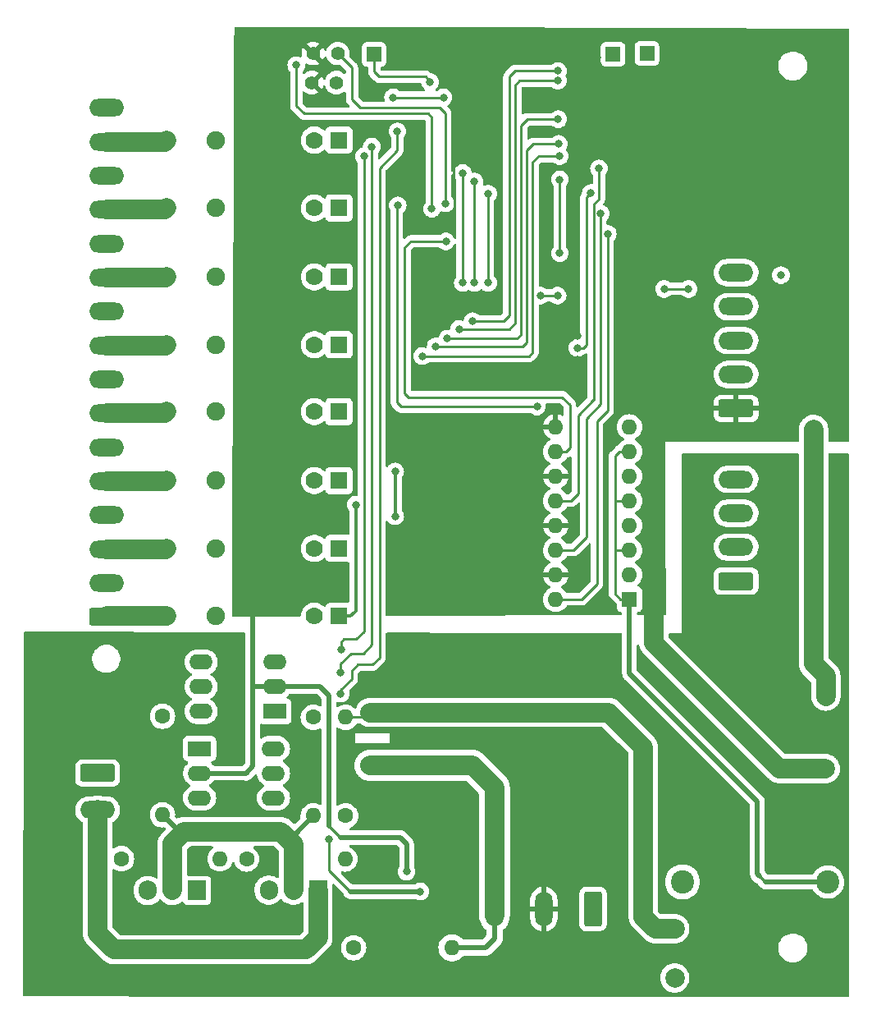
<source format=gbr>
%TF.GenerationSoftware,KiCad,Pcbnew,6.99.0-unknown-f8b157a1fb~149~ubuntu22.04.1*%
%TF.CreationDate,2022-08-25T07:22:00+02:00*%
%TF.ProjectId,in_out,696e5f6f-7574-42e6-9b69-6361645f7063,rev?*%
%TF.SameCoordinates,Original*%
%TF.FileFunction,Copper,L2,Bot*%
%TF.FilePolarity,Positive*%
%FSLAX46Y46*%
G04 Gerber Fmt 4.6, Leading zero omitted, Abs format (unit mm)*
G04 Created by KiCad (PCBNEW 6.99.0-unknown-f8b157a1fb~149~ubuntu22.04.1) date 2022-08-25 07:22:00*
%MOMM*%
%LPD*%
G01*
G04 APERTURE LIST*
G04 Aperture macros list*
%AMRoundRect*
0 Rectangle with rounded corners*
0 $1 Rounding radius*
0 $2 $3 $4 $5 $6 $7 $8 $9 X,Y pos of 4 corners*
0 Add a 4 corners polygon primitive as box body*
4,1,4,$2,$3,$4,$5,$6,$7,$8,$9,$2,$3,0*
0 Add four circle primitives for the rounded corners*
1,1,$1+$1,$2,$3*
1,1,$1+$1,$4,$5*
1,1,$1+$1,$6,$7*
1,1,$1+$1,$8,$9*
0 Add four rect primitives between the rounded corners*
20,1,$1+$1,$2,$3,$4,$5,0*
20,1,$1+$1,$4,$5,$6,$7,0*
20,1,$1+$1,$6,$7,$8,$9,0*
20,1,$1+$1,$8,$9,$2,$3,0*%
G04 Aperture macros list end*
%TA.AperFunction,ComponentPad*%
%ADD10C,1.600000*%
%TD*%
%TA.AperFunction,ComponentPad*%
%ADD11O,1.600000X1.600000*%
%TD*%
%TA.AperFunction,ComponentPad*%
%ADD12C,2.400000*%
%TD*%
%TA.AperFunction,ComponentPad*%
%ADD13C,2.000000*%
%TD*%
%TA.AperFunction,ComponentPad*%
%ADD14RoundRect,0.250000X1.550000X-0.650000X1.550000X0.650000X-1.550000X0.650000X-1.550000X-0.650000X0*%
%TD*%
%TA.AperFunction,ComponentPad*%
%ADD15O,3.600000X1.800000*%
%TD*%
%TA.AperFunction,ComponentPad*%
%ADD16R,2.400000X1.600000*%
%TD*%
%TA.AperFunction,ComponentPad*%
%ADD17O,2.400000X1.600000*%
%TD*%
%TA.AperFunction,ComponentPad*%
%ADD18R,1.500000X1.500000*%
%TD*%
%TA.AperFunction,ComponentPad*%
%ADD19R,1.778000X1.778000*%
%TD*%
%TA.AperFunction,ComponentPad*%
%ADD20C,1.778000*%
%TD*%
%TA.AperFunction,ComponentPad*%
%ADD21C,1.900000*%
%TD*%
%TA.AperFunction,ComponentPad*%
%ADD22R,1.905000X2.000000*%
%TD*%
%TA.AperFunction,ComponentPad*%
%ADD23O,1.905000X2.000000*%
%TD*%
%TA.AperFunction,ComponentPad*%
%ADD24C,1.400000*%
%TD*%
%TA.AperFunction,ComponentPad*%
%ADD25RoundRect,0.250000X-1.550000X0.650000X-1.550000X-0.650000X1.550000X-0.650000X1.550000X0.650000X0*%
%TD*%
%TA.AperFunction,ComponentPad*%
%ADD26R,1.600000X1.600000*%
%TD*%
%TA.AperFunction,ComponentPad*%
%ADD27RoundRect,0.250000X0.650000X1.550000X-0.650000X1.550000X-0.650000X-1.550000X0.650000X-1.550000X0*%
%TD*%
%TA.AperFunction,ComponentPad*%
%ADD28O,1.800000X3.600000*%
%TD*%
%TA.AperFunction,ViaPad*%
%ADD29C,0.800000*%
%TD*%
%TA.AperFunction,ViaPad*%
%ADD30C,1.600000*%
%TD*%
%TA.AperFunction,Conductor*%
%ADD31C,0.250000*%
%TD*%
%TA.AperFunction,Conductor*%
%ADD32C,0.500000*%
%TD*%
%TA.AperFunction,Conductor*%
%ADD33C,2.000000*%
%TD*%
%TA.AperFunction,Conductor*%
%ADD34C,0.350000*%
%TD*%
G04 APERTURE END LIST*
D10*
%TO.P,R1,1*%
%TO.N,Net-(Q2-G)*%
X93470000Y-125450000D03*
D11*
%TO.P,R1,2*%
%TO.N,Net-(J1-Pin_2)*%
X103629999Y-125449999D03*
%TD*%
D12*
%TO.P,C8,1*%
%TO.N,Net-(C8-Pad1)*%
X153466800Y-127812800D03*
%TO.P,C8,2*%
%TO.N,NEUT*%
X138466800Y-127812800D03*
%TD*%
D10*
%TO.P,R2,1*%
%TO.N,Net-(Q1-G)*%
X80568800Y-125425200D03*
D11*
%TO.P,R2,2*%
%TO.N,Net-(J1-Pin_1)*%
X90728799Y-125425199D03*
%TD*%
D13*
%TO.P,F1,1*%
%TO.N,LINE*%
X137668000Y-132638800D03*
%TO.P,F1,2*%
%TO.N,PRI_HI*%
X137668000Y-137718800D03*
%TD*%
D10*
%TO.P,R3,1*%
%TO.N,Net-(R3-Pad1)*%
X84800000Y-110720000D03*
D11*
%TO.P,R3,2*%
%TO.N,PRI_HI*%
X84799999Y-120879999D03*
%TD*%
D10*
%TO.P,R10,1*%
%TO.N,Net-(R10-Pad1)*%
X104520000Y-134600000D03*
D11*
%TO.P,R10,2*%
%TO.N,NEUT*%
X114679999Y-134599999D03*
%TD*%
D13*
%TO.P,H1,1,1*%
%TO.N,+5V*%
X153263600Y-108661200D03*
%TD*%
D14*
%TO.P,J4,1,Pin_1*%
%TO.N,Net-(J4-Pin_1)*%
X144000000Y-96800000D03*
D15*
%TO.P,J4,2,Pin_2*%
%TO.N,Net-(J4-Pin_2)*%
X143999999Y-93299999D03*
%TO.P,J4,3,Pin_3*%
%TO.N,Net-(J4-Pin_3)*%
X143999999Y-89799999D03*
%TO.P,J4,4,Pin_4*%
%TO.N,Net-(J4-Pin_4)*%
X143999999Y-86299999D03*
%TD*%
D16*
%TO.P,U3,1*%
%TO.N,Net-(R7-Pad2)*%
X96407999Y-110220999D03*
D17*
%TO.P,U3,2*%
%TO.N,GND*%
X96407999Y-107680999D03*
%TO.P,U3,3,NC*%
%TO.N,unconnected-(U3-NC)_1*%
X96407999Y-105140999D03*
%TO.P,U3,4*%
%TO.N,Net-(Q1-G)*%
X88787999Y-105140999D03*
%TO.P,U3,5,NC*%
%TO.N,unconnected-(U3-NC)*%
X88787999Y-107680999D03*
%TO.P,U3,6*%
%TO.N,Net-(R3-Pad1)*%
X88787999Y-110220999D03*
%TD*%
D18*
%TO.P,TP2,1,1*%
%TO.N,Net-(U4-TXD0{slash}IO1)*%
X131299999Y-42449999D03*
%TD*%
D10*
%TO.P,R5,1*%
%TO.N,Net-(R5-Pad1)*%
X100350000Y-110840000D03*
D11*
%TO.P,R5,2*%
%TO.N,PRI_HI*%
X100349999Y-120999999D03*
%TD*%
D19*
%TO.P,K1,1*%
%TO.N,Net-(U7-O1)*%
X103009999Y-51322499D03*
D20*
%TO.P,K1,2*%
%TO.N,+5V*%
X100470000Y-51322500D03*
D21*
%TO.P,K1,3*%
%TO.N,Net-(J2-Pin_16)*%
X90310000Y-51322500D03*
%TO.P,K1,4*%
%TO.N,Net-(J2-Pin_15)*%
X85230000Y-51322500D03*
%TD*%
D14*
%TO.P,J2,1,Pin_1*%
%TO.N,Net-(J2-Pin_1)*%
X78992500Y-100500000D03*
D15*
%TO.P,J2,2,Pin_2*%
%TO.N,Net-(J2-Pin_2)*%
X78992499Y-96999999D03*
%TO.P,J2,3,Pin_3*%
%TO.N,Net-(J2-Pin_3)*%
X78992499Y-93499999D03*
%TO.P,J2,4,Pin_4*%
%TO.N,Net-(J2-Pin_4)*%
X78992499Y-89999999D03*
%TO.P,J2,5,Pin_5*%
%TO.N,Net-(J2-Pin_5)*%
X78992499Y-86499999D03*
%TO.P,J2,6,Pin_6*%
%TO.N,Net-(J2-Pin_6)*%
X78992499Y-82999999D03*
%TO.P,J2,7,Pin_7*%
%TO.N,Net-(J2-Pin_7)*%
X78992499Y-79499999D03*
%TO.P,J2,8,Pin_8*%
%TO.N,Net-(J2-Pin_8)*%
X78992499Y-75999999D03*
%TO.P,J2,9,Pin_9*%
%TO.N,Net-(J2-Pin_9)*%
X78992499Y-72499999D03*
%TO.P,J2,10,Pin_10*%
%TO.N,Net-(J2-Pin_10)*%
X78992499Y-68999999D03*
%TO.P,J2,11,Pin_11*%
%TO.N,Net-(J2-Pin_11)*%
X78992499Y-65499999D03*
%TO.P,J2,12,Pin_12*%
%TO.N,Net-(J2-Pin_12)*%
X78992499Y-61999999D03*
%TO.P,J2,13,Pin_13*%
%TO.N,Net-(J2-Pin_13)*%
X78992499Y-58499999D03*
%TO.P,J2,14,Pin_14*%
%TO.N,Net-(J2-Pin_14)*%
X78992499Y-54999999D03*
%TO.P,J2,15,Pin_15*%
%TO.N,Net-(J2-Pin_15)*%
X78992499Y-51499999D03*
%TO.P,J2,16,Pin_16*%
%TO.N,Net-(J2-Pin_16)*%
X78992499Y-47999999D03*
%TD*%
D13*
%TO.P,H4,1,1*%
%TO.N,NEUT*%
X106200000Y-115800000D03*
%TD*%
%TO.P,H2,1,1*%
%TO.N,GND*%
X153212800Y-116128800D03*
%TD*%
D19*
%TO.P,K3,1*%
%TO.N,Net-(U7-O3)*%
X103009999Y-65422499D03*
D20*
%TO.P,K3,2*%
%TO.N,+5V*%
X100470000Y-65422500D03*
D21*
%TO.P,K3,3*%
%TO.N,Net-(J2-Pin_12)*%
X90310000Y-65422500D03*
%TO.P,K3,4*%
%TO.N,Net-(J2-Pin_11)*%
X85230000Y-65422500D03*
%TD*%
D22*
%TO.P,Q2,1,A1*%
%TO.N,Net-(J1-Pin_2)*%
X100839999Y-128654999D03*
D23*
%TO.P,Q2,2,A2*%
%TO.N,PRI_HI*%
X98299999Y-128654999D03*
%TO.P,Q2,3,G*%
%TO.N,Net-(Q2-G)*%
X95759999Y-128654999D03*
%TD*%
D24*
%TO.P,JP1,1,1*%
%TO.N,Net-(U4-IO0)*%
X102900000Y-42400000D03*
%TO.P,JP1,2,2*%
%TO.N,GND*%
X100360000Y-42400000D03*
%TD*%
D19*
%TO.P,K2,1*%
%TO.N,Net-(U7-O2)*%
X103009999Y-58322499D03*
D20*
%TO.P,K2,2*%
%TO.N,+5V*%
X100470000Y-58322500D03*
D21*
%TO.P,K2,3*%
%TO.N,Net-(J2-Pin_14)*%
X90310000Y-58322500D03*
%TO.P,K2,4*%
%TO.N,Net-(J2-Pin_13)*%
X85230000Y-58322500D03*
%TD*%
D25*
%TO.P,J1,1,Pin_1*%
%TO.N,Net-(J1-Pin_1)*%
X78097500Y-116578100D03*
D15*
%TO.P,J1,2,Pin_2*%
%TO.N,Net-(J1-Pin_2)*%
X78097499Y-120388099D03*
%TD*%
D10*
%TO.P,R9,1*%
%TO.N,Net-(R9-Pad1)*%
X103700000Y-121000000D03*
D11*
%TO.P,R9,2*%
%TO.N,LINE*%
X103699999Y-110839999D03*
%TD*%
D26*
%TO.P,U8,1*%
%TO.N,Net-(C8-Pad1)*%
X132999999Y-98674999D03*
D11*
%TO.P,U8,2*%
%TO.N,Net-(R26-Pad1)*%
X132999999Y-96134999D03*
%TO.P,U8,3*%
%TO.N,Net-(C8-Pad1)*%
X132999999Y-93594999D03*
%TO.P,U8,4*%
%TO.N,Net-(R27-Pad1)*%
X132999999Y-91054999D03*
%TO.P,U8,5*%
%TO.N,Net-(C8-Pad1)*%
X132999999Y-88514999D03*
%TO.P,U8,6*%
%TO.N,Net-(R28-Pad1)*%
X132999999Y-85974999D03*
%TO.P,U8,7*%
%TO.N,Net-(C8-Pad1)*%
X132999999Y-83434999D03*
%TO.P,U8,8*%
%TO.N,Net-(R29-Pad1)*%
X132999999Y-80894999D03*
%TO.P,U8,9*%
%TO.N,GND*%
X125379999Y-80894999D03*
%TO.P,U8,10*%
%TO.N,Net-(U4-IO13)*%
X125379999Y-83434999D03*
%TO.P,U8,11*%
%TO.N,GND*%
X125379999Y-85974999D03*
%TO.P,U8,12*%
%TO.N,Net-(U4-IO5)*%
X125379999Y-88514999D03*
%TO.P,U8,13*%
%TO.N,GND*%
X125379999Y-91054999D03*
%TO.P,U8,14*%
%TO.N,Net-(U4-IO4)*%
X125379999Y-93594999D03*
%TO.P,U8,15*%
%TO.N,GND*%
X125379999Y-96134999D03*
%TO.P,U8,16*%
%TO.N,Net-(U4-IO2)*%
X125379999Y-98674999D03*
%TD*%
D27*
%TO.P,J5,1,Pin_1*%
%TO.N,PRI_HI*%
X129235200Y-130606800D03*
D28*
%TO.P,J5,2,Pin_2*%
%TO.N,Earth*%
X124155199Y-130606799D03*
%TO.P,J5,3,Pin_3*%
%TO.N,NEUT*%
X119075199Y-130606799D03*
%TD*%
D18*
%TO.P,TP1,1,1*%
%TO.N,Net-(U4-RXD0{slash}IO3)*%
X134799999Y-42399999D03*
%TD*%
D16*
%TO.P,U2,1*%
%TO.N,Net-(R8-Pad2)*%
X88630999Y-114060999D03*
D17*
%TO.P,U2,2*%
%TO.N,GND*%
X88630999Y-116600999D03*
%TO.P,U2,3,NC*%
%TO.N,unconnected-(U2-NC)_1*%
X88630999Y-119140999D03*
%TO.P,U2,4*%
%TO.N,Net-(Q2-G)*%
X96250999Y-119140999D03*
%TO.P,U2,5,NC*%
%TO.N,unconnected-(U2-NC)*%
X96250999Y-116600999D03*
%TO.P,U2,6*%
%TO.N,Net-(R5-Pad1)*%
X96250999Y-114060999D03*
%TD*%
D19*
%TO.P,K8,1*%
%TO.N,Net-(U7-O8)*%
X103009999Y-100422499D03*
D20*
%TO.P,K8,2*%
%TO.N,+5V*%
X100470000Y-100422500D03*
D21*
%TO.P,K8,3*%
%TO.N,Net-(J2-Pin_2)*%
X90310000Y-100422500D03*
%TO.P,K8,4*%
%TO.N,Net-(J2-Pin_1)*%
X85230000Y-100422500D03*
%TD*%
D24*
%TO.P,JP2,1,1*%
%TO.N,Net-(U4-EN)*%
X102750000Y-45400000D03*
%TO.P,JP2,2,2*%
%TO.N,GND*%
X100210000Y-45400000D03*
%TD*%
D19*
%TO.P,K4,1*%
%TO.N,Net-(U7-O4)*%
X103009999Y-72422499D03*
D20*
%TO.P,K4,2*%
%TO.N,+5V*%
X100470000Y-72422500D03*
D21*
%TO.P,K4,3*%
%TO.N,Net-(J2-Pin_10)*%
X90310000Y-72422500D03*
%TO.P,K4,4*%
%TO.N,Net-(J2-Pin_9)*%
X85230000Y-72422500D03*
%TD*%
D14*
%TO.P,J3,1,Pin_1*%
%TO.N,GND*%
X144000000Y-79000000D03*
D15*
%TO.P,J3,2,Pin_2*%
%TO.N,Net-(J3-Pin_2)*%
X143999999Y-75499999D03*
%TO.P,J3,3,Pin_3*%
%TO.N,Net-(J3-Pin_3)*%
X143999999Y-71999999D03*
%TO.P,J3,4,Pin_4*%
%TO.N,Net-(J3-Pin_4)*%
X143999999Y-68499999D03*
%TO.P,J3,5,Pin_5*%
%TO.N,Net-(J3-Pin_5)*%
X143999999Y-64999999D03*
%TD*%
D19*
%TO.P,K5,1*%
%TO.N,Net-(U7-O5)*%
X103009999Y-79322499D03*
D20*
%TO.P,K5,2*%
%TO.N,+5V*%
X100470000Y-79322500D03*
D21*
%TO.P,K5,3*%
%TO.N,Net-(J2-Pin_8)*%
X90310000Y-79322500D03*
%TO.P,K5,4*%
%TO.N,Net-(J2-Pin_7)*%
X85230000Y-79322500D03*
%TD*%
D22*
%TO.P,Q1,1,A1*%
%TO.N,Net-(J1-Pin_1)*%
X88349999Y-128699999D03*
D23*
%TO.P,Q1,2,A2*%
%TO.N,PRI_HI*%
X85809999Y-128699999D03*
%TO.P,Q1,3,G*%
%TO.N,Net-(Q1-G)*%
X83269999Y-128699999D03*
%TD*%
D13*
%TO.P,H3,1,1*%
%TO.N,LINE*%
X106222800Y-110337600D03*
%TD*%
D19*
%TO.P,K7,1*%
%TO.N,Net-(U7-O7)*%
X103009999Y-93422499D03*
D20*
%TO.P,K7,2*%
%TO.N,+5V*%
X100470000Y-93422500D03*
D21*
%TO.P,K7,3*%
%TO.N,Net-(J2-Pin_4)*%
X90310000Y-93422500D03*
%TO.P,K7,4*%
%TO.N,Net-(J2-Pin_3)*%
X85230000Y-93422500D03*
%TD*%
D18*
%TO.P,TP3,1,1*%
%TO.N,Net-(U4-IO34)*%
X106649999Y-42499999D03*
%TD*%
D19*
%TO.P,K6,1*%
%TO.N,Net-(U7-O6)*%
X103009999Y-86422499D03*
D20*
%TO.P,K6,2*%
%TO.N,+5V*%
X100470000Y-86422500D03*
D21*
%TO.P,K6,3*%
%TO.N,Net-(J2-Pin_6)*%
X90310000Y-86422500D03*
%TO.P,K6,4*%
%TO.N,Net-(J2-Pin_5)*%
X85230000Y-86422500D03*
%TD*%
D29*
%TO.N,Net-(U4-IO2)*%
X130750000Y-61000000D03*
%TO.N,GND*%
X151384000Y-47117000D03*
X129650000Y-42850000D03*
X110775000Y-92975000D03*
X127600000Y-76600000D03*
X137287000Y-56896000D03*
X118200000Y-53600000D03*
X110800000Y-96000000D03*
X94100000Y-99625000D03*
X117800000Y-99025000D03*
X110875000Y-74625000D03*
X149606000Y-58293000D03*
X127600000Y-71500000D03*
X118200000Y-47000000D03*
D30*
X135500000Y-98825000D03*
D29*
X112000000Y-60600000D03*
X117975000Y-92975000D03*
X109982000Y-126746000D03*
X127600000Y-74000000D03*
X112600000Y-42800000D03*
X127500500Y-69007846D03*
%TO.N,Net-(U4-IO4)*%
X130025000Y-58900000D03*
%TO.N,Net-(U4-IO5)*%
X129850000Y-54250000D03*
%TO.N,Net-(U4-IO13)*%
X114046000Y-61772800D03*
%TO.N,+3V3*%
X113800000Y-46925000D03*
X108600000Y-46925000D03*
%TO.N,+5V*%
X136575000Y-66675000D03*
X123799600Y-67360800D03*
X139100000Y-66675000D03*
X108813600Y-90119200D03*
X125577600Y-67360800D03*
X108813600Y-85496400D03*
D30*
X152000000Y-81150000D03*
D29*
X148625000Y-65250000D03*
%TO.N,Net-(D1-A)*%
X98600000Y-43600000D03*
X112600000Y-58400000D03*
%TO.N,Net-(U4-IO0)*%
X114000000Y-57850000D03*
%TO.N,Net-(U7-O8)*%
X104750000Y-88925000D03*
%TO.N,Net-(U4-IO35)*%
X109040000Y-50440000D03*
X103200000Y-108400000D03*
%TO.N,Net-(R4-Pad2)*%
X111400000Y-128800000D03*
X102000000Y-123400000D03*
%TO.N,Net-(U4-IO32)*%
X103200000Y-106200000D03*
X106400000Y-52000000D03*
%TO.N,Net-(U4-IO33)*%
X105600000Y-53000000D03*
X103225600Y-103835200D03*
%TO.N,Net-(U4-IO14)*%
X109075000Y-58060000D03*
X123450000Y-78800000D03*
%TO.N,Net-(U4-IO16)*%
X129000000Y-56790000D03*
X127625000Y-72750000D03*
%TO.N,Net-(U4-IO17)*%
X125800000Y-55400000D03*
X125800000Y-62975000D03*
%TO.N,Net-(U4-IO34)*%
X112420400Y-45364400D03*
%TO.N,Net-(U4-IO25)*%
X115773200Y-54711600D03*
X115800000Y-66050000D03*
%TO.N,Net-(U4-IO26)*%
X117000000Y-66050000D03*
X117000000Y-55600000D03*
%TO.N,Net-(U4-IO27)*%
X118400000Y-56850000D03*
X118400000Y-66050000D03*
%TO.N,Net-(U4-IO18)*%
X125780000Y-52980000D03*
X111600000Y-73600000D03*
%TO.N,Net-(U4-IO19)*%
X113000000Y-72600000D03*
X125690000Y-51710000D03*
%TO.N,Net-(U4-IO21)*%
X114200000Y-71800000D03*
X125630000Y-49170000D03*
%TO.N,Net-(U4-IO22)*%
X125600000Y-45200000D03*
X115400000Y-70800000D03*
%TO.N,Net-(U4-IO23)*%
X116800000Y-70000000D03*
X125600000Y-44200000D03*
%TD*%
D31*
%TO.N,Net-(U4-IO2)*%
X128050000Y-98675000D02*
X129625000Y-97100000D01*
X129625000Y-97100000D02*
X129625000Y-80350000D01*
X130750000Y-79225000D02*
X130750000Y-61000000D01*
X129625000Y-80350000D02*
X130750000Y-79225000D01*
X125380000Y-98675000D02*
X128050000Y-98675000D01*
D32*
%TO.N,GND*%
X109321600Y-123240800D02*
X103174800Y-123240800D01*
D33*
X135500000Y-103150000D02*
X135500000Y-98825000D01*
D31*
X114808000Y-54000400D02*
X114808000Y-57302400D01*
D32*
X101955600Y-108559600D02*
X101031000Y-107635000D01*
D33*
X153212800Y-116128800D02*
X148478800Y-116128800D01*
D31*
X93385000Y-116615000D02*
X93371000Y-116601000D01*
X114960400Y-57454800D02*
X114960400Y-58775600D01*
D32*
X101031000Y-107635000D02*
X96375000Y-107635000D01*
X94100000Y-115900000D02*
X94100000Y-107650000D01*
X94115000Y-107635000D02*
X94100000Y-107650000D01*
D33*
X148478800Y-116128800D02*
X135500000Y-103150000D01*
D31*
X103174800Y-123240800D02*
X101955600Y-122021600D01*
D32*
X109982000Y-123901200D02*
X109321600Y-123240800D01*
X94100000Y-107375000D02*
X94100000Y-107650000D01*
X94100000Y-99625000D02*
X94100000Y-107375000D01*
D31*
X114808000Y-57302400D02*
X114960400Y-57454800D01*
D32*
X93385000Y-116615000D02*
X94100000Y-115900000D01*
X101955600Y-122021600D02*
X101955600Y-108559600D01*
X93371000Y-116601000D02*
X88631000Y-116601000D01*
X109982000Y-126746000D02*
X109982000Y-123901200D01*
X96375000Y-107635000D02*
X94115000Y-107635000D01*
D31*
%TO.N,Net-(U4-IO4)*%
X130000000Y-58925000D02*
X130025000Y-58900000D01*
X128525000Y-80025000D02*
X130000000Y-78550000D01*
X130000000Y-78550000D02*
X130000000Y-58925000D01*
X128525000Y-92275000D02*
X128525000Y-80025000D01*
X127205000Y-93595000D02*
X128525000Y-92275000D01*
X125380000Y-93595000D02*
X127205000Y-93595000D01*
%TO.N,Net-(U4-IO5)*%
X127675000Y-87800000D02*
X126960000Y-88515000D01*
X129300000Y-57950000D02*
X129300000Y-78150000D01*
X129275000Y-78150000D02*
X127675000Y-79750000D01*
X127675000Y-79750000D02*
X127675000Y-87800000D01*
X129850000Y-54250000D02*
X129850000Y-57400000D01*
X129300000Y-78150000D02*
X129275000Y-78150000D01*
X126960000Y-88515000D02*
X125380000Y-88515000D01*
X129850000Y-57400000D02*
X129300000Y-57950000D01*
%TO.N,Net-(U4-IO13)*%
X114046000Y-61772800D02*
X110427200Y-61772800D01*
X126050000Y-77825000D02*
X110225000Y-77825000D01*
X126850000Y-78625000D02*
X126050000Y-77825000D01*
X110225000Y-77825000D02*
X109800000Y-77400000D01*
X110427200Y-61772800D02*
X109800000Y-62400000D01*
X126465000Y-83435000D02*
X126850000Y-83050000D01*
X109800000Y-76800000D02*
X109800000Y-77000000D01*
X109800000Y-62400000D02*
X109800000Y-76800000D01*
X126850000Y-83050000D02*
X126850000Y-78625000D01*
X109800000Y-77400000D02*
X109800000Y-76800000D01*
X125380000Y-83435000D02*
X126465000Y-83435000D01*
%TO.N,+3V3*%
X113800000Y-46925000D02*
X108600000Y-46925000D01*
%TO.N,+5V*%
X125577600Y-67360800D02*
X123799600Y-67360800D01*
X139100000Y-66675000D02*
X136575000Y-66675000D01*
D33*
X153263600Y-106588600D02*
X152000000Y-105325000D01*
D34*
X108813600Y-85496400D02*
X108813600Y-90119200D01*
D33*
X153263600Y-108661200D02*
X153263600Y-106588600D01*
X152000000Y-81150000D02*
X152000000Y-105325000D01*
D32*
%TO.N,Net-(C8-Pad1)*%
X146200000Y-127000000D02*
X146429800Y-127229800D01*
X153466800Y-127812800D02*
X147012800Y-127812800D01*
X133000000Y-98675000D02*
X133000000Y-106325000D01*
D31*
X133000000Y-93595000D02*
X131595000Y-93595000D01*
X131965000Y-83435000D02*
X131485000Y-83915000D01*
X147012800Y-127812800D02*
X146429800Y-127229800D01*
X133000000Y-88515000D02*
X131485000Y-88515000D01*
X131485000Y-88515000D02*
X131485000Y-93485000D01*
X131485000Y-83915000D02*
X131485000Y-88515000D01*
D32*
X146200000Y-119525000D02*
X146200000Y-127000000D01*
D31*
X131485000Y-93485000D02*
X131485000Y-98085000D01*
D32*
X133000000Y-106325000D02*
X146200000Y-119525000D01*
D31*
X131485000Y-98085000D02*
X132075000Y-98675000D01*
X133000000Y-83435000D02*
X131965000Y-83435000D01*
X132075000Y-98675000D02*
X133000000Y-98675000D01*
D32*
%TO.N,NEUT*%
X118090000Y-134600000D02*
X114680000Y-134600000D01*
D33*
X119050000Y-118050000D02*
X119050000Y-131250000D01*
D32*
X119050000Y-131250000D02*
X119050000Y-133680000D01*
D33*
X106200000Y-115800000D02*
X116800000Y-115800000D01*
D32*
X119050000Y-133680000D02*
X118110000Y-134620000D01*
D31*
X118110000Y-134620000D02*
X118090000Y-134600000D01*
D33*
X116800000Y-115800000D02*
X119050000Y-118050000D01*
D31*
%TO.N,Net-(D1-A)*%
X98600000Y-43600000D02*
X98600000Y-46600000D01*
X112600000Y-49000000D02*
X112600000Y-58400000D01*
X98600000Y-46600000D02*
X98600000Y-47800000D01*
X99400000Y-48600000D02*
X112200000Y-48600000D01*
X112200000Y-48600000D02*
X112600000Y-49000000D01*
X98600000Y-47800000D02*
X99400000Y-48600000D01*
D33*
%TO.N,Net-(J2-Pin_1)*%
X85230000Y-100422500D02*
X79070000Y-100422500D01*
%TO.N,Net-(J2-Pin_3)*%
X78992500Y-93500000D02*
X85152500Y-93500000D01*
X85152500Y-93500000D02*
X85230000Y-93422500D01*
D31*
X79070000Y-93422500D02*
X78992500Y-93500000D01*
D33*
%TO.N,Net-(J2-Pin_5)*%
X85152500Y-86500000D02*
X85230000Y-86422500D01*
X78992500Y-86500000D02*
X85152500Y-86500000D01*
%TO.N,Net-(J2-Pin_7)*%
X78992500Y-79500000D02*
X85052500Y-79500000D01*
X85052500Y-79500000D02*
X85230000Y-79322500D01*
%TO.N,Net-(J2-Pin_9)*%
X78992500Y-72500000D02*
X85152500Y-72500000D01*
X85152500Y-72500000D02*
X85230000Y-72422500D01*
%TO.N,Net-(J2-Pin_11)*%
X78992500Y-65500000D02*
X85152500Y-65500000D01*
X85152500Y-65500000D02*
X85230000Y-65422500D01*
%TO.N,Net-(J2-Pin_13)*%
X78992500Y-58500000D02*
X85052500Y-58500000D01*
X85052500Y-58500000D02*
X85230000Y-58322500D01*
%TO.N,Net-(J2-Pin_15)*%
X78992500Y-51500000D02*
X85052500Y-51500000D01*
X85052500Y-51500000D02*
X85230000Y-51322500D01*
%TO.N,LINE*%
X106222800Y-110337600D02*
X130860800Y-110337600D01*
X132892800Y-112369600D02*
X134416800Y-113893600D01*
X137668000Y-132638800D02*
X135636000Y-132638800D01*
X134416800Y-113893600D02*
X134416800Y-131419600D01*
X130860800Y-110337600D02*
X132892800Y-112369600D01*
X135636000Y-132638800D02*
X134416800Y-131419600D01*
D31*
X105310000Y-110840000D02*
X105720400Y-110840000D01*
X105720400Y-110840000D02*
X106222800Y-110337600D01*
X103700000Y-110840000D02*
X105310000Y-110840000D01*
%TO.N,Net-(U4-IO0)*%
X114000000Y-48600000D02*
X114000000Y-57850000D01*
X113400000Y-48000000D02*
X114000000Y-48600000D01*
X102900000Y-42400000D02*
X104350000Y-43850000D01*
X104350000Y-47150000D02*
X105200000Y-48000000D01*
X105200000Y-48000000D02*
X113400000Y-48000000D01*
X104350000Y-43850000D02*
X104350000Y-47150000D01*
D34*
%TO.N,Net-(U7-O8)*%
X104177500Y-100422500D02*
X104562500Y-100037500D01*
X103010000Y-100422500D02*
X104177500Y-100422500D01*
X104750000Y-88925000D02*
X104750000Y-99850000D01*
X104750000Y-99850000D02*
X104562500Y-100037500D01*
D31*
%TO.N,Net-(U4-IO35)*%
X104343200Y-106019600D02*
X104343200Y-106883200D01*
X107200000Y-104686800D02*
X106476800Y-105410000D01*
X107200000Y-54200000D02*
X107200000Y-104686800D01*
X109040000Y-52360000D02*
X107200000Y-54200000D01*
X109040000Y-50440000D02*
X109040000Y-52360000D01*
X103200000Y-108026400D02*
X103200000Y-108400000D01*
X106476800Y-105410000D02*
X104952800Y-105410000D01*
X104343200Y-106883200D02*
X103200000Y-108026400D01*
X104952800Y-105410000D02*
X104343200Y-106019600D01*
D32*
%TO.N,Net-(R4-Pad2)*%
X111400000Y-128800000D02*
X104200000Y-128800000D01*
D31*
X102000000Y-126600000D02*
X102000000Y-123400000D01*
X104200000Y-128800000D02*
X102000000Y-126600000D01*
%TO.N,Net-(U4-IO32)*%
X103200000Y-105283200D02*
X104241600Y-104241600D01*
X103200000Y-106200000D02*
X103200000Y-105283200D01*
X105510400Y-104241600D02*
X106400000Y-103352000D01*
X104241600Y-104241600D02*
X105510400Y-104241600D01*
X106400000Y-103352000D02*
X106400000Y-52000000D01*
%TO.N,Net-(U4-IO33)*%
X103225600Y-103835200D02*
X103225600Y-103073200D01*
X104800400Y-102768400D02*
X105600000Y-101968800D01*
X103225600Y-103073200D02*
X103530400Y-102768400D01*
X103530400Y-102768400D02*
X104800400Y-102768400D01*
X105600000Y-101968800D02*
X105600000Y-53000000D01*
%TO.N,Net-(U4-IO14)*%
X109060000Y-58060000D02*
X109000000Y-58120000D01*
X109000000Y-58120000D02*
X109000000Y-78400000D01*
X109075000Y-58060000D02*
X109060000Y-58060000D01*
X109400000Y-78800000D02*
X123450000Y-78800000D01*
X109000000Y-78400000D02*
X109400000Y-78800000D01*
%TO.N,Net-(U4-IO16)*%
X128550000Y-72425000D02*
X128550000Y-57240000D01*
X128225000Y-72750000D02*
X128550000Y-72425000D01*
X128550000Y-57240000D02*
X129000000Y-56790000D01*
X127625000Y-72750000D02*
X128225000Y-72750000D01*
%TO.N,Net-(U4-IO17)*%
X125800000Y-55400000D02*
X125800000Y-62600000D01*
%TO.N,Net-(U4-IO34)*%
X106650000Y-42500000D02*
X106650000Y-44275000D01*
X106650000Y-44275000D02*
X107175000Y-44800000D01*
X111957600Y-44800000D02*
X107175000Y-44800000D01*
X111957600Y-44800000D02*
X112420400Y-45262800D01*
X112420400Y-45262800D02*
X112420400Y-45364400D01*
%TO.N,Net-(U4-IO25)*%
X115773200Y-54711600D02*
X115773200Y-66023200D01*
X115773200Y-66023200D02*
X115800000Y-66050000D01*
%TO.N,Net-(U4-IO26)*%
X117000000Y-55600000D02*
X117000000Y-66050000D01*
%TO.N,Net-(U4-IO27)*%
X118400000Y-56850000D02*
X118400000Y-66050000D01*
%TO.N,Net-(U4-IO18)*%
X123620000Y-52980000D02*
X123000000Y-53600000D01*
X111600000Y-73600000D02*
X122600000Y-73600000D01*
X123000000Y-73200000D02*
X122600000Y-73600000D01*
X125780000Y-52980000D02*
X123620000Y-52980000D01*
X123000000Y-53600000D02*
X123000000Y-73200000D01*
%TO.N,Net-(U4-IO19)*%
X122400000Y-52400000D02*
X122400000Y-72200000D01*
X122400000Y-72200000D02*
X122000000Y-72600000D01*
X125690000Y-51710000D02*
X123090000Y-51710000D01*
X123090000Y-51710000D02*
X122400000Y-52400000D01*
X113000000Y-72600000D02*
X122000000Y-72600000D01*
%TO.N,Net-(U4-IO21)*%
X121800000Y-49800000D02*
X121800000Y-71400000D01*
X121800000Y-71400000D02*
X121400000Y-71800000D01*
X125630000Y-49170000D02*
X122430000Y-49170000D01*
X122430000Y-49170000D02*
X121800000Y-49800000D01*
X114200000Y-71800000D02*
X121400000Y-71800000D01*
%TO.N,Net-(U4-IO22)*%
X121650000Y-45200000D02*
X121200000Y-45650000D01*
X121200000Y-70200000D02*
X120600000Y-70800000D01*
X121200000Y-45650000D02*
X121200000Y-70200000D01*
X120600000Y-70800000D02*
X115400000Y-70800000D01*
X125600000Y-45200000D02*
X121650000Y-45200000D01*
%TO.N,Net-(U4-IO23)*%
X120000000Y-70000000D02*
X120600000Y-69400000D01*
X116800000Y-70000000D02*
X120000000Y-70000000D01*
X121200000Y-44200000D02*
X125600000Y-44200000D01*
X120600000Y-69400000D02*
X120600000Y-44800000D01*
X120600000Y-44800000D02*
X121200000Y-44200000D01*
D33*
%TO.N,Net-(J1-Pin_2)*%
X78097500Y-133118300D02*
X79779200Y-134800000D01*
X99600000Y-134800000D02*
X100840000Y-133560000D01*
X100840000Y-128655000D02*
X100840000Y-133560000D01*
X79779200Y-134800000D02*
X99600000Y-134800000D01*
X78097500Y-120388100D02*
X78097500Y-133118300D01*
D32*
%TO.N,PRI_HI*%
X84800000Y-120880000D02*
X86720000Y-122800000D01*
D31*
X98300000Y-123050000D02*
X98300000Y-123925000D01*
D33*
X98300000Y-123925000D02*
X97000000Y-122625000D01*
X96975000Y-122625000D02*
X86975000Y-122625000D01*
X85810000Y-123990000D02*
X85810000Y-128700000D01*
X98300000Y-128655000D02*
X98300000Y-124100000D01*
X87000000Y-122675000D02*
X85810000Y-123865000D01*
D32*
X100350000Y-121000000D02*
X98300000Y-123050000D01*
%TD*%
%TA.AperFunction,Conductor*%
%TO.N,Earth*%
G36*
X150365520Y-83599111D02*
G01*
X150433638Y-83619124D01*
X150480122Y-83672787D01*
X150491500Y-83725111D01*
X150491500Y-105308543D01*
X150491474Y-105311081D01*
X150489900Y-105389241D01*
X150489353Y-105416377D01*
X150490066Y-105421400D01*
X150490066Y-105421404D01*
X150499524Y-105488049D01*
X150500365Y-105495613D01*
X150504401Y-105545604D01*
X150506190Y-105567768D01*
X150509646Y-105581787D01*
X150515625Y-105606046D01*
X150518037Y-105618498D01*
X150522496Y-105649918D01*
X150523574Y-105657518D01*
X150530403Y-105679432D01*
X150545104Y-105726611D01*
X150547146Y-105733935D01*
X150564477Y-105804248D01*
X150566464Y-105808911D01*
X150566466Y-105808918D01*
X150579930Y-105840520D01*
X150584306Y-105852419D01*
X150593210Y-105880990D01*
X150596033Y-105890048D01*
X150598301Y-105894590D01*
X150598303Y-105894594D01*
X150628373Y-105954802D01*
X150631567Y-105961711D01*
X150659944Y-106028316D01*
X150681017Y-106061641D01*
X150687239Y-106072674D01*
X150702586Y-106103402D01*
X150704854Y-106107943D01*
X150747176Y-106166691D01*
X150751419Y-106172972D01*
X150790117Y-106234168D01*
X150805233Y-106251230D01*
X150816264Y-106263682D01*
X150824172Y-106273569D01*
X150847219Y-106305560D01*
X150898385Y-106356726D01*
X150903603Y-106362268D01*
X150951625Y-106416474D01*
X150982182Y-106441423D01*
X150991577Y-106449918D01*
X151718195Y-107176536D01*
X151752221Y-107238848D01*
X151755100Y-107265631D01*
X151755100Y-108596971D01*
X151754712Y-108606857D01*
X151750435Y-108661200D01*
X151750823Y-108666130D01*
X151754996Y-108719152D01*
X151755100Y-108720900D01*
X151755100Y-108721997D01*
X151759865Y-108781017D01*
X151759811Y-108781275D01*
X151759885Y-108781269D01*
X151768806Y-108894614D01*
X151769065Y-108897911D01*
X151769421Y-108899392D01*
X151769790Y-108903968D01*
X151771004Y-108908894D01*
X151771005Y-108908899D01*
X151782150Y-108954116D01*
X151792855Y-108997544D01*
X151797785Y-109017547D01*
X151797949Y-109018220D01*
X151800345Y-109028201D01*
X151823190Y-109123357D01*
X151824495Y-109128794D01*
X151825743Y-109131807D01*
X151826449Y-109134282D01*
X151826862Y-109135519D01*
X151828077Y-109140448D01*
X151830067Y-109145118D01*
X151830068Y-109145122D01*
X151872576Y-109244891D01*
X151873068Y-109246061D01*
X151888739Y-109283893D01*
X151915360Y-109348163D01*
X151917944Y-109352380D01*
X151918604Y-109353675D01*
X151920942Y-109358680D01*
X151921555Y-109359847D01*
X151923544Y-109364516D01*
X151926255Y-109368803D01*
X151926256Y-109368805D01*
X151982464Y-109457690D01*
X151983388Y-109459174D01*
X151987306Y-109465568D01*
X152036838Y-109546397D01*
X152036841Y-109546401D01*
X152039424Y-109550616D01*
X152042638Y-109554379D01*
X152045549Y-109558385D01*
X152045387Y-109558502D01*
X152049357Y-109563886D01*
X152051006Y-109566081D01*
X152053717Y-109570368D01*
X152057077Y-109574161D01*
X152057084Y-109574170D01*
X152124689Y-109650480D01*
X152126171Y-109652184D01*
X152134002Y-109661352D01*
X152190413Y-109727402D01*
X152190418Y-109727407D01*
X152193631Y-109731169D01*
X152197416Y-109734402D01*
X152209893Y-109746656D01*
X152215225Y-109752674D01*
X152295628Y-109818321D01*
X152297640Y-109820002D01*
X152374184Y-109885376D01*
X152381256Y-109889710D01*
X152395098Y-109899535D01*
X152399949Y-109903496D01*
X152399952Y-109903498D01*
X152403886Y-109906710D01*
X152408286Y-109909251D01*
X152408287Y-109909251D01*
X152490824Y-109956904D01*
X152493619Y-109958566D01*
X152576637Y-110009440D01*
X152581212Y-110011335D01*
X152587352Y-110013879D01*
X152602122Y-110021163D01*
X152610412Y-110025949D01*
X152610420Y-110025953D01*
X152614813Y-110028489D01*
X152619557Y-110030288D01*
X152619563Y-110030291D01*
X152705617Y-110062927D01*
X152709110Y-110064312D01*
X152796006Y-110100305D01*
X152800825Y-110101462D01*
X152800828Y-110101463D01*
X152810485Y-110103782D01*
X152825742Y-110108485D01*
X152837794Y-110113055D01*
X152842543Y-110114856D01*
X152934479Y-110133625D01*
X152938679Y-110134558D01*
X153022070Y-110154579D01*
X153022082Y-110154581D01*
X153026889Y-110155735D01*
X153045028Y-110157162D01*
X153060343Y-110159320D01*
X153081179Y-110163574D01*
X153138847Y-110165898D01*
X153171621Y-110167219D01*
X153176433Y-110167505D01*
X153258670Y-110173977D01*
X153263600Y-110174365D01*
X153268530Y-110173977D01*
X153285036Y-110172678D01*
X153299995Y-110172392D01*
X153305277Y-110172605D01*
X153324539Y-110173381D01*
X153411122Y-110162868D01*
X153416403Y-110162339D01*
X153500311Y-110155735D01*
X153505129Y-110154578D01*
X153505131Y-110154578D01*
X153524436Y-110149944D01*
X153538658Y-110147382D01*
X153540875Y-110147113D01*
X153566320Y-110144023D01*
X153571203Y-110142609D01*
X153571206Y-110142608D01*
X153646924Y-110120676D01*
X153652565Y-110119182D01*
X153670874Y-110114786D01*
X153731194Y-110100305D01*
X153757177Y-110089543D01*
X153770307Y-110084938D01*
X153800262Y-110076261D01*
X153873112Y-110041692D01*
X153878867Y-110039136D01*
X153950563Y-110009440D01*
X153954782Y-110006855D01*
X153954791Y-110006850D01*
X153977345Y-109993028D01*
X153989159Y-109986628D01*
X154020304Y-109971850D01*
X154083942Y-109927924D01*
X154089683Y-109924188D01*
X154148790Y-109887967D01*
X154148801Y-109887959D01*
X154153016Y-109885376D01*
X154156778Y-109882163D01*
X154156782Y-109882160D01*
X154179402Y-109862840D01*
X154189657Y-109854954D01*
X154216566Y-109836380D01*
X154216569Y-109836378D01*
X154220748Y-109833493D01*
X154236605Y-109818263D01*
X154274145Y-109782205D01*
X154279597Y-109777266D01*
X154329805Y-109734384D01*
X154329806Y-109734383D01*
X154333569Y-109731169D01*
X154358261Y-109702259D01*
X154366778Y-109693229D01*
X154396402Y-109664775D01*
X154438905Y-109608215D01*
X154443819Y-109602084D01*
X154481041Y-109558502D01*
X154487776Y-109550616D01*
X154509365Y-109515385D01*
X154516058Y-109505541D01*
X154542717Y-109470065D01*
X154574061Y-109410344D01*
X154578192Y-109403070D01*
X154609256Y-109352380D01*
X154609257Y-109352378D01*
X154611840Y-109348163D01*
X154613733Y-109343593D01*
X154613734Y-109343592D01*
X154628916Y-109306939D01*
X154633751Y-109296615D01*
X154655904Y-109254405D01*
X154676220Y-109193550D01*
X154679326Y-109185236D01*
X154680154Y-109183237D01*
X154702705Y-109128794D01*
X154713887Y-109082219D01*
X154716889Y-109071734D01*
X154719154Y-109064950D01*
X154733031Y-109023382D01*
X154742793Y-108963316D01*
X154744642Y-108954116D01*
X154756979Y-108902728D01*
X154756980Y-108902723D01*
X154758135Y-108897911D01*
X154758632Y-108891605D01*
X154761438Y-108855946D01*
X154762154Y-108846846D01*
X154763395Y-108836543D01*
X154772100Y-108782979D01*
X154772100Y-108725429D01*
X154772488Y-108715543D01*
X154776377Y-108666130D01*
X154776765Y-108661200D01*
X154772488Y-108606857D01*
X154772100Y-108596971D01*
X154772100Y-106605028D01*
X154772126Y-106602491D01*
X154774144Y-106502301D01*
X154774144Y-106502298D01*
X154774246Y-106497223D01*
X154773225Y-106490024D01*
X154764076Y-106425560D01*
X154763235Y-106417994D01*
X154757819Y-106350893D01*
X154757818Y-106350887D01*
X154757410Y-106345832D01*
X154747972Y-106307541D01*
X154745563Y-106295101D01*
X154740740Y-106261112D01*
X154740740Y-106261111D01*
X154740026Y-106256081D01*
X154718493Y-106186977D01*
X154716451Y-106179654D01*
X154714014Y-106169764D01*
X154699123Y-106109352D01*
X154683672Y-106073087D01*
X154679294Y-106061185D01*
X154676109Y-106050964D01*
X154667567Y-106023551D01*
X154665300Y-106019011D01*
X154665296Y-106019002D01*
X154635225Y-105958793D01*
X154632037Y-105951896D01*
X154603656Y-105885284D01*
X154600398Y-105880131D01*
X154582585Y-105851963D01*
X154576355Y-105840916D01*
X154561014Y-105810198D01*
X154561013Y-105810196D01*
X154558746Y-105805657D01*
X154516424Y-105746909D01*
X154512178Y-105740623D01*
X154503317Y-105726611D01*
X154473483Y-105679432D01*
X154447333Y-105649915D01*
X154439428Y-105640031D01*
X154416381Y-105608040D01*
X154365215Y-105556874D01*
X154359997Y-105551332D01*
X154315343Y-105500928D01*
X154311975Y-105497126D01*
X154281435Y-105472191D01*
X154272027Y-105463686D01*
X153545404Y-104737062D01*
X153511379Y-104674750D01*
X153508500Y-104647967D01*
X153508500Y-83725636D01*
X153528502Y-83657515D01*
X153582158Y-83611022D01*
X153634519Y-83599636D01*
X154661746Y-83599801D01*
X155499036Y-83599936D01*
X155567154Y-83619949D01*
X155613638Y-83673612D01*
X155625016Y-83725823D01*
X155637565Y-97778981D01*
X155658663Y-121404628D01*
X155658664Y-121405999D01*
X155654699Y-129331226D01*
X155649575Y-139573974D01*
X155629539Y-139642085D01*
X155575860Y-139688551D01*
X155523502Y-139699911D01*
X143766668Y-139693017D01*
X113889327Y-139675499D01*
X113889253Y-139675499D01*
X92121211Y-139649958D01*
X70551288Y-139624649D01*
X70483192Y-139604567D01*
X70436762Y-139550857D01*
X70425437Y-139498712D01*
X70425304Y-139231965D01*
X70424547Y-137718800D01*
X136154835Y-137718800D01*
X136173465Y-137955511D01*
X136228895Y-138186394D01*
X136319760Y-138405763D01*
X136322346Y-138409983D01*
X136441241Y-138604002D01*
X136441245Y-138604008D01*
X136443824Y-138608216D01*
X136598031Y-138788769D01*
X136778584Y-138942976D01*
X136782792Y-138945555D01*
X136782798Y-138945559D01*
X136976817Y-139064454D01*
X136981037Y-139067040D01*
X136985607Y-139068933D01*
X136985611Y-139068935D01*
X137195833Y-139156011D01*
X137200406Y-139157905D01*
X137280609Y-139177160D01*
X137426476Y-139212180D01*
X137426482Y-139212181D01*
X137431289Y-139213335D01*
X137668000Y-139231965D01*
X137904711Y-139213335D01*
X137909518Y-139212181D01*
X137909524Y-139212180D01*
X138055391Y-139177160D01*
X138135594Y-139157905D01*
X138140167Y-139156011D01*
X138350389Y-139068935D01*
X138350393Y-139068933D01*
X138354963Y-139067040D01*
X138359183Y-139064454D01*
X138553202Y-138945559D01*
X138553208Y-138945555D01*
X138557416Y-138942976D01*
X138737969Y-138788769D01*
X138892176Y-138608216D01*
X138894755Y-138604008D01*
X138894759Y-138604002D01*
X139013654Y-138409983D01*
X139016240Y-138405763D01*
X139107105Y-138186394D01*
X139162535Y-137955511D01*
X139181165Y-137718800D01*
X139162535Y-137482089D01*
X139107105Y-137251206D01*
X139016240Y-137031837D01*
X139013654Y-137027617D01*
X138894759Y-136833598D01*
X138894755Y-136833592D01*
X138892176Y-136829384D01*
X138737969Y-136648831D01*
X138557416Y-136494624D01*
X138553208Y-136492045D01*
X138553202Y-136492041D01*
X138359183Y-136373146D01*
X138354963Y-136370560D01*
X138350393Y-136368667D01*
X138350389Y-136368665D01*
X138140167Y-136281589D01*
X138140165Y-136281588D01*
X138135594Y-136279695D01*
X138040842Y-136256947D01*
X137909524Y-136225420D01*
X137909518Y-136225419D01*
X137904711Y-136224265D01*
X137668000Y-136205635D01*
X137431289Y-136224265D01*
X137426482Y-136225419D01*
X137426476Y-136225420D01*
X137295158Y-136256947D01*
X137200406Y-136279695D01*
X137195835Y-136281588D01*
X137195833Y-136281589D01*
X136985611Y-136368665D01*
X136985607Y-136368667D01*
X136981037Y-136370560D01*
X136976817Y-136373146D01*
X136782798Y-136492041D01*
X136782792Y-136492045D01*
X136778584Y-136494624D01*
X136598031Y-136648831D01*
X136443824Y-136829384D01*
X136441245Y-136833592D01*
X136441241Y-136833598D01*
X136322346Y-137027617D01*
X136319760Y-137031837D01*
X136228895Y-137251206D01*
X136173465Y-137482089D01*
X136154835Y-137718800D01*
X70424547Y-137718800D01*
X70420316Y-129257165D01*
X70446472Y-115877555D01*
X75789000Y-115877555D01*
X75789001Y-117278644D01*
X75789326Y-117281821D01*
X75789326Y-117281830D01*
X75792062Y-117308613D01*
X75799613Y-117382526D01*
X75855385Y-117550838D01*
X75948470Y-117701752D01*
X76073848Y-117827130D01*
X76080095Y-117830983D01*
X76080096Y-117830984D01*
X76136329Y-117865669D01*
X76224762Y-117920215D01*
X76279274Y-117938278D01*
X76386548Y-117973825D01*
X76386552Y-117973826D01*
X76393074Y-117975987D01*
X76399908Y-117976685D01*
X76399912Y-117976686D01*
X76493771Y-117986275D01*
X76493777Y-117986275D01*
X76496955Y-117986600D01*
X78097250Y-117986600D01*
X79698044Y-117986599D01*
X79701221Y-117986274D01*
X79701230Y-117986274D01*
X79749967Y-117981295D01*
X79801926Y-117975987D01*
X79970238Y-117920215D01*
X80058671Y-117865669D01*
X80114904Y-117830984D01*
X80114905Y-117830983D01*
X80121152Y-117827130D01*
X80246530Y-117701752D01*
X80339615Y-117550838D01*
X80363047Y-117480124D01*
X80393225Y-117389052D01*
X80393226Y-117389048D01*
X80395387Y-117382526D01*
X80397329Y-117363526D01*
X80405675Y-117281829D01*
X80405675Y-117281823D01*
X80406000Y-117278645D01*
X80405999Y-115877556D01*
X80405020Y-115867964D01*
X80398076Y-115800000D01*
X80395387Y-115773674D01*
X80339615Y-115605362D01*
X80282877Y-115513376D01*
X80250384Y-115460696D01*
X80250383Y-115460695D01*
X80246530Y-115454448D01*
X80121152Y-115329070D01*
X80066377Y-115295284D01*
X80058671Y-115290531D01*
X79970238Y-115235985D01*
X79906693Y-115214929D01*
X79808452Y-115182375D01*
X79808448Y-115182374D01*
X79801926Y-115180213D01*
X79795092Y-115179515D01*
X79795088Y-115179514D01*
X79701229Y-115169925D01*
X79701223Y-115169925D01*
X79698045Y-115169600D01*
X78097750Y-115169600D01*
X76496956Y-115169601D01*
X76493779Y-115169926D01*
X76493770Y-115169926D01*
X76445033Y-115174905D01*
X76393074Y-115180213D01*
X76224762Y-115235985D01*
X76136329Y-115290531D01*
X76128624Y-115295284D01*
X76073848Y-115329070D01*
X75948470Y-115454448D01*
X75944617Y-115460695D01*
X75944616Y-115460696D01*
X75912123Y-115513376D01*
X75855385Y-115605362D01*
X75835287Y-115666015D01*
X75803743Y-115761211D01*
X75799613Y-115773674D01*
X75798915Y-115780508D01*
X75798914Y-115780512D01*
X75792581Y-115842500D01*
X75789000Y-115877555D01*
X70446472Y-115877555D01*
X70456554Y-110720000D01*
X83486502Y-110720000D01*
X83506457Y-110948087D01*
X83507881Y-110953400D01*
X83507881Y-110953402D01*
X83555255Y-111130201D01*
X83565716Y-111169243D01*
X83568039Y-111174224D01*
X83568039Y-111174225D01*
X83660151Y-111371762D01*
X83660154Y-111371767D01*
X83662477Y-111376749D01*
X83665634Y-111381257D01*
X83781490Y-111546716D01*
X83793802Y-111564300D01*
X83955700Y-111726198D01*
X83960208Y-111729355D01*
X83960211Y-111729357D01*
X84025126Y-111774811D01*
X84143251Y-111857523D01*
X84148233Y-111859846D01*
X84148238Y-111859849D01*
X84345775Y-111951961D01*
X84350757Y-111954284D01*
X84356065Y-111955706D01*
X84356067Y-111955707D01*
X84566598Y-112012119D01*
X84566600Y-112012119D01*
X84571913Y-112013543D01*
X84800000Y-112033498D01*
X85028087Y-112013543D01*
X85033400Y-112012119D01*
X85033402Y-112012119D01*
X85243933Y-111955707D01*
X85243935Y-111955706D01*
X85249243Y-111954284D01*
X85254225Y-111951961D01*
X85451762Y-111859849D01*
X85451767Y-111859846D01*
X85456749Y-111857523D01*
X85574874Y-111774811D01*
X85639789Y-111729357D01*
X85639792Y-111729355D01*
X85644300Y-111726198D01*
X85806198Y-111564300D01*
X85818511Y-111546716D01*
X85934366Y-111381257D01*
X85937523Y-111376749D01*
X85939846Y-111371767D01*
X85939849Y-111371762D01*
X86031961Y-111174225D01*
X86031961Y-111174224D01*
X86034284Y-111169243D01*
X86044746Y-111130201D01*
X86092119Y-110953402D01*
X86092119Y-110953400D01*
X86093543Y-110948087D01*
X86113498Y-110720000D01*
X86093543Y-110491913D01*
X86082068Y-110449087D01*
X86035707Y-110276067D01*
X86035706Y-110276065D01*
X86034284Y-110270757D01*
X86011082Y-110221000D01*
X87074502Y-110221000D01*
X87094457Y-110449087D01*
X87095881Y-110454400D01*
X87095881Y-110454402D01*
X87107401Y-110497393D01*
X87153716Y-110670243D01*
X87156039Y-110675224D01*
X87156039Y-110675225D01*
X87248151Y-110872762D01*
X87248154Y-110872767D01*
X87250477Y-110877749D01*
X87381802Y-111065300D01*
X87543700Y-111227198D01*
X87548208Y-111230355D01*
X87548211Y-111230357D01*
X87590459Y-111259939D01*
X87731251Y-111358523D01*
X87736233Y-111360846D01*
X87736238Y-111360849D01*
X87808537Y-111394562D01*
X87938757Y-111455284D01*
X87944065Y-111456706D01*
X87944067Y-111456707D01*
X88154598Y-111513119D01*
X88154600Y-111513119D01*
X88159913Y-111514543D01*
X88256452Y-111522989D01*
X88328149Y-111529262D01*
X88328156Y-111529262D01*
X88330873Y-111529500D01*
X89245127Y-111529500D01*
X89247844Y-111529262D01*
X89247851Y-111529262D01*
X89319548Y-111522989D01*
X89416087Y-111514543D01*
X89421400Y-111513119D01*
X89421402Y-111513119D01*
X89631933Y-111456707D01*
X89631935Y-111456706D01*
X89637243Y-111455284D01*
X89767463Y-111394562D01*
X89839762Y-111360849D01*
X89839767Y-111360846D01*
X89844749Y-111358523D01*
X89985541Y-111259939D01*
X90027789Y-111230357D01*
X90027792Y-111230355D01*
X90032300Y-111227198D01*
X90194198Y-111065300D01*
X90325523Y-110877749D01*
X90327846Y-110872767D01*
X90327849Y-110872762D01*
X90419961Y-110675225D01*
X90419961Y-110675224D01*
X90422284Y-110670243D01*
X90468600Y-110497393D01*
X90480119Y-110454402D01*
X90480119Y-110454400D01*
X90481543Y-110449087D01*
X90501498Y-110221000D01*
X90481543Y-109992913D01*
X90476851Y-109975402D01*
X90423707Y-109777067D01*
X90423706Y-109777065D01*
X90422284Y-109771757D01*
X90410579Y-109746656D01*
X90327849Y-109569238D01*
X90327846Y-109569233D01*
X90325523Y-109564251D01*
X90241618Y-109444423D01*
X90197357Y-109381211D01*
X90197355Y-109381208D01*
X90194198Y-109376700D01*
X90032300Y-109214802D01*
X90027792Y-109211645D01*
X90027789Y-109211643D01*
X89917306Y-109134282D01*
X89844749Y-109083477D01*
X89839767Y-109081154D01*
X89839762Y-109081151D01*
X89805543Y-109065195D01*
X89752258Y-109018278D01*
X89732797Y-108950001D01*
X89753339Y-108882041D01*
X89805543Y-108836805D01*
X89839762Y-108820849D01*
X89839767Y-108820846D01*
X89844749Y-108818523D01*
X89977701Y-108725429D01*
X90027789Y-108690357D01*
X90027792Y-108690355D01*
X90032300Y-108687198D01*
X90194198Y-108525300D01*
X90325523Y-108337749D01*
X90327846Y-108332767D01*
X90327849Y-108332762D01*
X90419961Y-108135225D01*
X90419961Y-108135224D01*
X90422284Y-108130243D01*
X90471926Y-107944980D01*
X90480119Y-107914402D01*
X90480119Y-107914400D01*
X90481543Y-107909087D01*
X90501498Y-107681000D01*
X90481543Y-107452913D01*
X90440511Y-107299781D01*
X90423707Y-107237067D01*
X90423706Y-107237065D01*
X90422284Y-107231757D01*
X90418782Y-107224247D01*
X90327849Y-107029238D01*
X90327846Y-107029233D01*
X90325523Y-107024251D01*
X90234854Y-106894763D01*
X90197357Y-106841211D01*
X90197355Y-106841208D01*
X90194198Y-106836700D01*
X90032300Y-106674802D01*
X90027792Y-106671645D01*
X90027789Y-106671643D01*
X89893023Y-106577279D01*
X89844749Y-106543477D01*
X89839767Y-106541154D01*
X89839762Y-106541151D01*
X89805543Y-106525195D01*
X89752258Y-106478278D01*
X89732797Y-106410001D01*
X89753339Y-106342041D01*
X89805543Y-106296805D01*
X89839762Y-106280849D01*
X89839767Y-106280846D01*
X89844749Y-106278523D01*
X89966267Y-106193435D01*
X90027789Y-106150357D01*
X90027792Y-106150355D01*
X90032300Y-106147198D01*
X90194198Y-105985300D01*
X90203183Y-105972469D01*
X90260957Y-105889958D01*
X90325523Y-105797749D01*
X90327846Y-105792767D01*
X90327849Y-105792762D01*
X90419961Y-105595225D01*
X90419961Y-105595224D01*
X90422284Y-105590243D01*
X90481543Y-105369087D01*
X90501498Y-105141000D01*
X90481543Y-104912913D01*
X90480119Y-104907598D01*
X90423707Y-104697067D01*
X90423706Y-104697065D01*
X90422284Y-104691757D01*
X90411405Y-104668427D01*
X90327849Y-104489238D01*
X90327846Y-104489233D01*
X90325523Y-104484251D01*
X90194198Y-104296700D01*
X90032300Y-104134802D01*
X90027792Y-104131645D01*
X90027789Y-104131643D01*
X89918160Y-104054880D01*
X89844749Y-104003477D01*
X89839767Y-104001154D01*
X89839762Y-104001151D01*
X89642225Y-103909039D01*
X89642224Y-103909039D01*
X89637243Y-103906716D01*
X89631935Y-103905294D01*
X89631933Y-103905293D01*
X89421402Y-103848881D01*
X89421400Y-103848881D01*
X89416087Y-103847457D01*
X89316520Y-103838746D01*
X89247851Y-103832738D01*
X89247844Y-103832738D01*
X89245127Y-103832500D01*
X88330873Y-103832500D01*
X88328156Y-103832738D01*
X88328149Y-103832738D01*
X88259480Y-103838746D01*
X88159913Y-103847457D01*
X88154600Y-103848881D01*
X88154598Y-103848881D01*
X87944067Y-103905293D01*
X87944065Y-103905294D01*
X87938757Y-103906716D01*
X87933776Y-103909039D01*
X87933775Y-103909039D01*
X87736238Y-104001151D01*
X87736233Y-104001154D01*
X87731251Y-104003477D01*
X87657840Y-104054880D01*
X87548211Y-104131643D01*
X87548208Y-104131645D01*
X87543700Y-104134802D01*
X87381802Y-104296700D01*
X87250477Y-104484251D01*
X87248154Y-104489233D01*
X87248151Y-104489238D01*
X87164595Y-104668427D01*
X87153716Y-104691757D01*
X87152294Y-104697065D01*
X87152293Y-104697067D01*
X87095881Y-104907598D01*
X87094457Y-104912913D01*
X87074502Y-105141000D01*
X87094457Y-105369087D01*
X87153716Y-105590243D01*
X87156039Y-105595224D01*
X87156039Y-105595225D01*
X87248151Y-105792762D01*
X87248154Y-105792767D01*
X87250477Y-105797749D01*
X87315043Y-105889958D01*
X87372818Y-105972469D01*
X87381802Y-105985300D01*
X87543700Y-106147198D01*
X87548208Y-106150355D01*
X87548211Y-106150357D01*
X87609733Y-106193435D01*
X87731251Y-106278523D01*
X87736233Y-106280846D01*
X87736238Y-106280849D01*
X87770457Y-106296805D01*
X87823742Y-106343722D01*
X87843203Y-106411999D01*
X87822661Y-106479959D01*
X87770457Y-106525195D01*
X87736238Y-106541151D01*
X87736233Y-106541154D01*
X87731251Y-106543477D01*
X87682977Y-106577279D01*
X87548211Y-106671643D01*
X87548208Y-106671645D01*
X87543700Y-106674802D01*
X87381802Y-106836700D01*
X87378645Y-106841208D01*
X87378643Y-106841211D01*
X87341146Y-106894763D01*
X87250477Y-107024251D01*
X87248154Y-107029233D01*
X87248151Y-107029238D01*
X87157218Y-107224247D01*
X87153716Y-107231757D01*
X87152294Y-107237065D01*
X87152293Y-107237067D01*
X87135489Y-107299781D01*
X87094457Y-107452913D01*
X87074502Y-107681000D01*
X87094457Y-107909087D01*
X87095881Y-107914400D01*
X87095881Y-107914402D01*
X87104075Y-107944980D01*
X87153716Y-108130243D01*
X87156039Y-108135224D01*
X87156039Y-108135225D01*
X87248151Y-108332762D01*
X87248154Y-108332767D01*
X87250477Y-108337749D01*
X87381802Y-108525300D01*
X87543700Y-108687198D01*
X87548208Y-108690355D01*
X87548211Y-108690357D01*
X87598299Y-108725429D01*
X87731251Y-108818523D01*
X87736233Y-108820846D01*
X87736238Y-108820849D01*
X87770457Y-108836805D01*
X87823742Y-108883722D01*
X87843203Y-108951999D01*
X87822661Y-109019959D01*
X87770457Y-109065195D01*
X87736238Y-109081151D01*
X87736233Y-109081154D01*
X87731251Y-109083477D01*
X87658694Y-109134282D01*
X87548211Y-109211643D01*
X87548208Y-109211645D01*
X87543700Y-109214802D01*
X87381802Y-109376700D01*
X87378645Y-109381208D01*
X87378643Y-109381211D01*
X87334382Y-109444423D01*
X87250477Y-109564251D01*
X87248154Y-109569233D01*
X87248151Y-109569238D01*
X87165421Y-109746656D01*
X87153716Y-109771757D01*
X87152294Y-109777065D01*
X87152293Y-109777067D01*
X87099149Y-109975402D01*
X87094457Y-109992913D01*
X87074502Y-110221000D01*
X86011082Y-110221000D01*
X85993480Y-110183251D01*
X85939849Y-110068238D01*
X85939846Y-110068233D01*
X85937523Y-110063251D01*
X85829691Y-109909251D01*
X85809357Y-109880211D01*
X85809355Y-109880208D01*
X85806198Y-109875700D01*
X85644300Y-109713802D01*
X85639792Y-109710645D01*
X85639789Y-109710643D01*
X85553867Y-109650480D01*
X85456749Y-109582477D01*
X85451767Y-109580154D01*
X85451762Y-109580151D01*
X85254225Y-109488039D01*
X85254224Y-109488039D01*
X85249243Y-109485716D01*
X85243935Y-109484294D01*
X85243933Y-109484293D01*
X85033402Y-109427881D01*
X85033400Y-109427881D01*
X85028087Y-109426457D01*
X84800000Y-109406502D01*
X84571913Y-109426457D01*
X84566600Y-109427881D01*
X84566598Y-109427881D01*
X84356067Y-109484293D01*
X84356065Y-109484294D01*
X84350757Y-109485716D01*
X84345776Y-109488039D01*
X84345775Y-109488039D01*
X84148238Y-109580151D01*
X84148233Y-109580154D01*
X84143251Y-109582477D01*
X84046133Y-109650480D01*
X83960211Y-109710643D01*
X83960208Y-109710645D01*
X83955700Y-109713802D01*
X83793802Y-109875700D01*
X83790645Y-109880208D01*
X83790643Y-109880211D01*
X83770309Y-109909251D01*
X83662477Y-110063251D01*
X83660154Y-110068233D01*
X83660151Y-110068238D01*
X83606520Y-110183251D01*
X83565716Y-110270757D01*
X83564294Y-110276065D01*
X83564293Y-110276067D01*
X83517932Y-110449087D01*
X83506457Y-110491913D01*
X83486502Y-110720000D01*
X70456554Y-110720000D01*
X70467892Y-104920192D01*
X77542000Y-104920192D01*
X77542857Y-104925326D01*
X77542857Y-104925329D01*
X77577933Y-105135525D01*
X77581566Y-105157297D01*
X77659618Y-105384656D01*
X77662098Y-105389238D01*
X77662099Y-105389241D01*
X77717609Y-105491814D01*
X77774028Y-105596067D01*
X77777227Y-105600177D01*
X77878468Y-105730251D01*
X77921675Y-105785764D01*
X78098531Y-105948571D01*
X78224717Y-106031013D01*
X78270899Y-106061185D01*
X78299772Y-106080049D01*
X78304547Y-106082143D01*
X78304546Y-106082143D01*
X78515139Y-106174518D01*
X78515142Y-106174519D01*
X78519909Y-106176610D01*
X78524949Y-106177886D01*
X78524954Y-106177888D01*
X78638200Y-106206565D01*
X78752937Y-106235620D01*
X78821574Y-106241307D01*
X78929909Y-106250285D01*
X78929922Y-106250286D01*
X78932510Y-106250500D01*
X79052490Y-106250500D01*
X79055078Y-106250286D01*
X79055091Y-106250285D01*
X79163426Y-106241307D01*
X79232063Y-106235620D01*
X79346800Y-106206565D01*
X79460046Y-106177888D01*
X79460051Y-106177886D01*
X79465091Y-106176610D01*
X79469858Y-106174519D01*
X79469861Y-106174518D01*
X79680454Y-106082143D01*
X79680453Y-106082143D01*
X79685228Y-106080049D01*
X79714102Y-106061185D01*
X79760283Y-106031013D01*
X79886469Y-105948571D01*
X80063325Y-105785764D01*
X80106533Y-105730251D01*
X80207773Y-105600177D01*
X80210972Y-105596067D01*
X80267391Y-105491814D01*
X80322901Y-105389241D01*
X80322902Y-105389238D01*
X80325382Y-105384656D01*
X80403434Y-105157297D01*
X80407068Y-105135525D01*
X80442143Y-104925329D01*
X80442143Y-104925326D01*
X80443000Y-104920192D01*
X80443000Y-104679808D01*
X80441101Y-104668427D01*
X80404292Y-104447842D01*
X80404291Y-104447837D01*
X80403434Y-104442703D01*
X80325382Y-104215344D01*
X80320735Y-104206756D01*
X80252897Y-104081404D01*
X80210972Y-104003933D01*
X80182756Y-103967681D01*
X80066525Y-103818347D01*
X80066523Y-103818345D01*
X80063325Y-103814236D01*
X79886469Y-103651429D01*
X79685228Y-103519951D01*
X79642324Y-103501132D01*
X79469861Y-103425482D01*
X79469858Y-103425481D01*
X79465091Y-103423390D01*
X79460051Y-103422114D01*
X79460046Y-103422112D01*
X79247977Y-103368410D01*
X79232063Y-103364380D01*
X79163426Y-103358693D01*
X79055091Y-103349715D01*
X79055078Y-103349714D01*
X79052490Y-103349500D01*
X78932510Y-103349500D01*
X78929922Y-103349714D01*
X78929909Y-103349715D01*
X78821574Y-103358693D01*
X78752937Y-103364380D01*
X78737023Y-103368410D01*
X78524954Y-103422112D01*
X78524949Y-103422114D01*
X78519909Y-103423390D01*
X78515142Y-103425481D01*
X78515139Y-103425482D01*
X78342676Y-103501132D01*
X78299772Y-103519951D01*
X78098531Y-103651429D01*
X77921675Y-103814236D01*
X77918477Y-103818345D01*
X77918475Y-103818347D01*
X77802244Y-103967681D01*
X77774028Y-104003933D01*
X77732103Y-104081404D01*
X77664266Y-104206756D01*
X77659618Y-104215344D01*
X77581566Y-104442703D01*
X77580709Y-104447837D01*
X77580708Y-104447842D01*
X77543899Y-104668427D01*
X77542000Y-104679808D01*
X77542000Y-104920192D01*
X70467892Y-104920192D01*
X70473354Y-102126268D01*
X70493489Y-102058187D01*
X70547236Y-102011799D01*
X70599725Y-102000516D01*
X93215871Y-102067132D01*
X93283933Y-102087334D01*
X93330267Y-102141127D01*
X93341500Y-102193131D01*
X93341500Y-107561894D01*
X93341020Y-107572876D01*
X93340724Y-107576261D01*
X93339241Y-107583442D01*
X93339454Y-107590769D01*
X93339454Y-107590771D01*
X93341447Y-107659258D01*
X93341500Y-107662923D01*
X93341500Y-115533629D01*
X93321498Y-115601750D01*
X93304595Y-115622724D01*
X93121724Y-115805595D01*
X93059412Y-115839621D01*
X93032629Y-115842500D01*
X90162867Y-115842500D01*
X90094746Y-115822498D01*
X90059655Y-115788772D01*
X90037198Y-115756700D01*
X89875300Y-115594802D01*
X89870789Y-115591643D01*
X89866576Y-115588108D01*
X89867557Y-115586939D01*
X89827665Y-115537018D01*
X89820365Y-115466398D01*
X89852403Y-115403042D01*
X89913609Y-115367064D01*
X89930796Y-115364000D01*
X89940201Y-115362989D01*
X90077204Y-115311889D01*
X90085563Y-115305632D01*
X90187050Y-115229659D01*
X90194261Y-115224261D01*
X90259322Y-115137350D01*
X90276489Y-115114418D01*
X90276490Y-115114416D01*
X90281889Y-115107204D01*
X90332989Y-114970201D01*
X90339500Y-114909638D01*
X90339500Y-113212362D01*
X90332989Y-113151799D01*
X90281889Y-113014796D01*
X90194261Y-112897739D01*
X90077204Y-112810111D01*
X89940201Y-112759011D01*
X89903295Y-112755043D01*
X89882988Y-112752860D01*
X89882985Y-112752860D01*
X89879638Y-112752500D01*
X87382362Y-112752500D01*
X87379015Y-112752860D01*
X87379012Y-112752860D01*
X87358705Y-112755043D01*
X87321799Y-112759011D01*
X87184796Y-112810111D01*
X87067739Y-112897739D01*
X86980111Y-113014796D01*
X86929011Y-113151799D01*
X86922500Y-113212362D01*
X86922500Y-114909638D01*
X86929011Y-114970201D01*
X86980111Y-115107204D01*
X86985510Y-115114416D01*
X86985511Y-115114418D01*
X87002678Y-115137350D01*
X87067739Y-115224261D01*
X87074950Y-115229659D01*
X87176438Y-115305632D01*
X87184796Y-115311889D01*
X87321799Y-115362989D01*
X87331195Y-115363999D01*
X87332325Y-115364467D01*
X87337305Y-115365644D01*
X87337114Y-115366451D01*
X87396786Y-115391164D01*
X87437280Y-115449480D01*
X87439818Y-115520431D01*
X87403593Y-115581491D01*
X87395421Y-115588105D01*
X87395424Y-115588108D01*
X87391211Y-115591643D01*
X87386700Y-115594802D01*
X87224802Y-115756700D01*
X87221645Y-115761208D01*
X87221643Y-115761211D01*
X87202346Y-115788770D01*
X87093477Y-115944251D01*
X87091154Y-115949233D01*
X87091151Y-115949238D01*
X87009720Y-116123870D01*
X86996716Y-116151757D01*
X86995294Y-116157065D01*
X86995293Y-116157067D01*
X86958036Y-116296111D01*
X86937457Y-116372913D01*
X86917502Y-116601000D01*
X86937457Y-116829087D01*
X86938881Y-116834400D01*
X86938881Y-116834402D01*
X86987005Y-117014000D01*
X86996716Y-117050243D01*
X86999039Y-117055224D01*
X86999039Y-117055225D01*
X87091151Y-117252762D01*
X87091154Y-117252767D01*
X87093477Y-117257749D01*
X87140552Y-117324979D01*
X87196495Y-117404873D01*
X87224802Y-117445300D01*
X87386700Y-117607198D01*
X87391208Y-117610355D01*
X87391211Y-117610357D01*
X87430018Y-117637530D01*
X87574251Y-117738523D01*
X87579233Y-117740846D01*
X87579238Y-117740849D01*
X87613457Y-117756805D01*
X87666742Y-117803722D01*
X87686203Y-117871999D01*
X87665661Y-117939959D01*
X87613457Y-117985195D01*
X87579238Y-118001151D01*
X87579233Y-118001154D01*
X87574251Y-118003477D01*
X87500769Y-118054930D01*
X87391211Y-118131643D01*
X87391208Y-118131645D01*
X87386700Y-118134802D01*
X87224802Y-118296700D01*
X87093477Y-118484251D01*
X87091154Y-118489233D01*
X87091151Y-118489238D01*
X87004043Y-118676044D01*
X86996716Y-118691757D01*
X86995294Y-118697065D01*
X86995293Y-118697067D01*
X86947205Y-118876532D01*
X86937457Y-118912913D01*
X86917502Y-119141000D01*
X86937457Y-119369087D01*
X86938881Y-119374400D01*
X86938881Y-119374402D01*
X86990355Y-119566502D01*
X86996716Y-119590243D01*
X86999039Y-119595224D01*
X86999039Y-119595225D01*
X87091151Y-119792762D01*
X87091154Y-119792767D01*
X87093477Y-119797749D01*
X87137173Y-119860153D01*
X87218856Y-119976808D01*
X87224802Y-119985300D01*
X87386700Y-120147198D01*
X87391208Y-120150355D01*
X87391211Y-120150357D01*
X87398842Y-120155700D01*
X87574251Y-120278523D01*
X87579233Y-120280846D01*
X87579238Y-120280849D01*
X87723756Y-120348238D01*
X87781757Y-120375284D01*
X87787065Y-120376706D01*
X87787067Y-120376707D01*
X87997598Y-120433119D01*
X87997600Y-120433119D01*
X88002913Y-120434543D01*
X88096686Y-120442747D01*
X88171149Y-120449262D01*
X88171156Y-120449262D01*
X88173873Y-120449500D01*
X89088127Y-120449500D01*
X89090844Y-120449262D01*
X89090851Y-120449262D01*
X89165314Y-120442747D01*
X89259087Y-120434543D01*
X89264400Y-120433119D01*
X89264402Y-120433119D01*
X89474933Y-120376707D01*
X89474935Y-120376706D01*
X89480243Y-120375284D01*
X89538244Y-120348238D01*
X89682762Y-120280849D01*
X89682767Y-120280846D01*
X89687749Y-120278523D01*
X89863158Y-120155700D01*
X89870789Y-120150357D01*
X89870792Y-120150355D01*
X89875300Y-120147198D01*
X90037198Y-119985300D01*
X90043145Y-119976808D01*
X90124827Y-119860153D01*
X90168523Y-119797749D01*
X90170846Y-119792767D01*
X90170849Y-119792762D01*
X90262961Y-119595225D01*
X90262961Y-119595224D01*
X90265284Y-119590243D01*
X90271646Y-119566502D01*
X90323119Y-119374402D01*
X90323119Y-119374400D01*
X90324543Y-119369087D01*
X90344498Y-119141000D01*
X90324543Y-118912913D01*
X90314795Y-118876532D01*
X90266707Y-118697067D01*
X90266706Y-118697065D01*
X90265284Y-118691757D01*
X90257957Y-118676044D01*
X90170849Y-118489238D01*
X90170846Y-118489233D01*
X90168523Y-118484251D01*
X90037198Y-118296700D01*
X89875300Y-118134802D01*
X89870792Y-118131645D01*
X89870789Y-118131643D01*
X89761231Y-118054930D01*
X89687749Y-118003477D01*
X89682767Y-118001154D01*
X89682762Y-118001151D01*
X89648543Y-117985195D01*
X89595258Y-117938278D01*
X89575797Y-117870001D01*
X89596339Y-117802041D01*
X89648543Y-117756805D01*
X89682762Y-117740849D01*
X89682767Y-117740846D01*
X89687749Y-117738523D01*
X89831982Y-117637530D01*
X89870789Y-117610357D01*
X89870792Y-117610355D01*
X89875300Y-117607198D01*
X90037198Y-117445300D01*
X90059655Y-117413229D01*
X90115110Y-117368901D01*
X90162867Y-117359500D01*
X93224985Y-117359500D01*
X93243247Y-117360830D01*
X93355529Y-117377278D01*
X93355533Y-117377278D01*
X93362789Y-117378341D01*
X93539426Y-117362887D01*
X93567887Y-117353456D01*
X93700771Y-117309423D01*
X93700774Y-117309422D01*
X93707738Y-117307114D01*
X93858651Y-117214030D01*
X94341141Y-116731540D01*
X94403453Y-116697514D01*
X94474268Y-116702579D01*
X94531104Y-116745126D01*
X94555757Y-116809655D01*
X94556977Y-116823606D01*
X94556978Y-116823611D01*
X94557457Y-116829087D01*
X94558881Y-116834400D01*
X94558881Y-116834402D01*
X94607005Y-117014000D01*
X94616716Y-117050243D01*
X94619039Y-117055224D01*
X94619039Y-117055225D01*
X94711151Y-117252762D01*
X94711154Y-117252767D01*
X94713477Y-117257749D01*
X94760552Y-117324979D01*
X94816495Y-117404873D01*
X94844802Y-117445300D01*
X95006700Y-117607198D01*
X95011208Y-117610355D01*
X95011211Y-117610357D01*
X95050018Y-117637530D01*
X95194251Y-117738523D01*
X95199233Y-117740846D01*
X95199238Y-117740849D01*
X95233457Y-117756805D01*
X95286742Y-117803722D01*
X95306203Y-117871999D01*
X95285661Y-117939959D01*
X95233457Y-117985195D01*
X95199238Y-118001151D01*
X95199233Y-118001154D01*
X95194251Y-118003477D01*
X95120769Y-118054930D01*
X95011211Y-118131643D01*
X95011208Y-118131645D01*
X95006700Y-118134802D01*
X94844802Y-118296700D01*
X94713477Y-118484251D01*
X94711154Y-118489233D01*
X94711151Y-118489238D01*
X94624043Y-118676044D01*
X94616716Y-118691757D01*
X94615294Y-118697065D01*
X94615293Y-118697067D01*
X94567205Y-118876532D01*
X94557457Y-118912913D01*
X94537502Y-119141000D01*
X94557457Y-119369087D01*
X94558881Y-119374400D01*
X94558881Y-119374402D01*
X94610355Y-119566502D01*
X94616716Y-119590243D01*
X94619039Y-119595224D01*
X94619039Y-119595225D01*
X94711151Y-119792762D01*
X94711154Y-119792767D01*
X94713477Y-119797749D01*
X94757173Y-119860153D01*
X94838856Y-119976808D01*
X94844802Y-119985300D01*
X95006700Y-120147198D01*
X95011208Y-120150355D01*
X95011211Y-120150357D01*
X95018842Y-120155700D01*
X95194251Y-120278523D01*
X95199233Y-120280846D01*
X95199238Y-120280849D01*
X95343756Y-120348238D01*
X95401757Y-120375284D01*
X95407065Y-120376706D01*
X95407067Y-120376707D01*
X95617598Y-120433119D01*
X95617600Y-120433119D01*
X95622913Y-120434543D01*
X95716686Y-120442747D01*
X95791149Y-120449262D01*
X95791156Y-120449262D01*
X95793873Y-120449500D01*
X96708127Y-120449500D01*
X96710844Y-120449262D01*
X96710851Y-120449262D01*
X96785314Y-120442747D01*
X96879087Y-120434543D01*
X96884400Y-120433119D01*
X96884402Y-120433119D01*
X97094933Y-120376707D01*
X97094935Y-120376706D01*
X97100243Y-120375284D01*
X97158244Y-120348238D01*
X97302762Y-120280849D01*
X97302767Y-120280846D01*
X97307749Y-120278523D01*
X97483158Y-120155700D01*
X97490789Y-120150357D01*
X97490792Y-120150355D01*
X97495300Y-120147198D01*
X97657198Y-119985300D01*
X97663145Y-119976808D01*
X97744827Y-119860153D01*
X97788523Y-119797749D01*
X97790846Y-119792767D01*
X97790849Y-119792762D01*
X97882961Y-119595225D01*
X97882961Y-119595224D01*
X97885284Y-119590243D01*
X97891646Y-119566502D01*
X97943119Y-119374402D01*
X97943119Y-119374400D01*
X97944543Y-119369087D01*
X97964498Y-119141000D01*
X97944543Y-118912913D01*
X97934795Y-118876532D01*
X97886707Y-118697067D01*
X97886706Y-118697065D01*
X97885284Y-118691757D01*
X97877957Y-118676044D01*
X97790849Y-118489238D01*
X97790846Y-118489233D01*
X97788523Y-118484251D01*
X97657198Y-118296700D01*
X97495300Y-118134802D01*
X97490792Y-118131645D01*
X97490789Y-118131643D01*
X97381231Y-118054930D01*
X97307749Y-118003477D01*
X97302767Y-118001154D01*
X97302762Y-118001151D01*
X97268543Y-117985195D01*
X97215258Y-117938278D01*
X97195797Y-117870001D01*
X97216339Y-117802041D01*
X97268543Y-117756805D01*
X97302762Y-117740849D01*
X97302767Y-117740846D01*
X97307749Y-117738523D01*
X97451982Y-117637530D01*
X97490789Y-117610357D01*
X97490792Y-117610355D01*
X97495300Y-117607198D01*
X97657198Y-117445300D01*
X97685506Y-117404873D01*
X97741448Y-117324979D01*
X97788523Y-117257749D01*
X97790846Y-117252767D01*
X97790849Y-117252762D01*
X97882961Y-117055225D01*
X97882961Y-117055224D01*
X97885284Y-117050243D01*
X97894996Y-117014000D01*
X97943119Y-116834402D01*
X97943119Y-116834400D01*
X97944543Y-116829087D01*
X97964498Y-116601000D01*
X97944543Y-116372913D01*
X97923964Y-116296111D01*
X97886707Y-116157067D01*
X97886706Y-116157065D01*
X97885284Y-116151757D01*
X97872280Y-116123870D01*
X97790849Y-115949238D01*
X97790846Y-115949233D01*
X97788523Y-115944251D01*
X97679654Y-115788770D01*
X97660357Y-115761211D01*
X97660355Y-115761208D01*
X97657198Y-115756700D01*
X97495300Y-115594802D01*
X97490792Y-115591645D01*
X97490789Y-115591643D01*
X97407936Y-115533629D01*
X97307749Y-115463477D01*
X97302767Y-115461154D01*
X97302762Y-115461151D01*
X97268543Y-115445195D01*
X97215258Y-115398278D01*
X97195797Y-115330001D01*
X97216339Y-115262041D01*
X97268543Y-115216805D01*
X97302762Y-115200849D01*
X97302767Y-115200846D01*
X97307749Y-115198523D01*
X97427863Y-115114418D01*
X97490789Y-115070357D01*
X97490792Y-115070355D01*
X97495300Y-115067198D01*
X97657198Y-114905300D01*
X97788523Y-114717749D01*
X97790846Y-114712767D01*
X97790849Y-114712762D01*
X97882961Y-114515225D01*
X97882961Y-114515224D01*
X97885284Y-114510243D01*
X97944543Y-114289087D01*
X97964498Y-114061000D01*
X97944543Y-113832913D01*
X97885284Y-113611757D01*
X97851124Y-113538500D01*
X97790849Y-113409238D01*
X97790846Y-113409233D01*
X97788523Y-113404251D01*
X97657198Y-113216700D01*
X97495300Y-113054802D01*
X97490792Y-113051645D01*
X97490789Y-113051643D01*
X97400928Y-112988722D01*
X97307749Y-112923477D01*
X97302767Y-112921154D01*
X97302762Y-112921151D01*
X97105225Y-112829039D01*
X97105224Y-112829039D01*
X97100243Y-112826716D01*
X97094935Y-112825294D01*
X97094933Y-112825293D01*
X96884402Y-112768881D01*
X96884400Y-112768881D01*
X96879087Y-112767457D01*
X96779520Y-112758746D01*
X96710851Y-112752738D01*
X96710844Y-112752738D01*
X96708127Y-112752500D01*
X95793873Y-112752500D01*
X95791156Y-112752738D01*
X95791149Y-112752738D01*
X95722480Y-112758746D01*
X95622913Y-112767457D01*
X95617600Y-112768881D01*
X95617598Y-112768881D01*
X95407067Y-112825293D01*
X95407065Y-112825294D01*
X95401757Y-112826716D01*
X95396776Y-112829039D01*
X95396775Y-112829039D01*
X95199238Y-112921151D01*
X95199233Y-112921154D01*
X95194251Y-112923477D01*
X95056771Y-113019742D01*
X94989497Y-113042430D01*
X94920637Y-113025145D01*
X94872052Y-112973376D01*
X94858500Y-112916529D01*
X94858500Y-111614837D01*
X94878502Y-111546716D01*
X94932158Y-111500223D01*
X95002432Y-111490119D01*
X95028533Y-111496781D01*
X95040534Y-111501257D01*
X95098799Y-111522989D01*
X95135705Y-111526957D01*
X95156012Y-111529140D01*
X95156015Y-111529140D01*
X95159362Y-111529500D01*
X97656638Y-111529500D01*
X97659985Y-111529140D01*
X97659988Y-111529140D01*
X97680295Y-111526957D01*
X97717201Y-111522989D01*
X97854204Y-111471889D01*
X97971261Y-111384261D01*
X97993988Y-111353901D01*
X98053489Y-111274418D01*
X98053490Y-111274416D01*
X98058889Y-111267204D01*
X98109989Y-111130201D01*
X98116500Y-111069638D01*
X98116500Y-109372362D01*
X98115657Y-109364516D01*
X98110831Y-109319633D01*
X98109989Y-109311799D01*
X98058889Y-109174796D01*
X98048801Y-109161319D01*
X97988787Y-109081151D01*
X97971261Y-109057739D01*
X97925366Y-109023382D01*
X97861418Y-108975511D01*
X97861416Y-108975510D01*
X97854204Y-108970111D01*
X97717201Y-108919011D01*
X97707805Y-108918001D01*
X97706675Y-108917533D01*
X97701695Y-108916356D01*
X97701886Y-108915549D01*
X97642214Y-108890836D01*
X97601720Y-108832520D01*
X97599182Y-108761569D01*
X97635407Y-108700509D01*
X97643579Y-108693895D01*
X97643576Y-108693892D01*
X97647789Y-108690357D01*
X97652300Y-108687198D01*
X97814198Y-108525300D01*
X97868865Y-108447228D01*
X97924321Y-108402901D01*
X97972077Y-108393500D01*
X100664629Y-108393500D01*
X100732750Y-108413502D01*
X100753724Y-108430405D01*
X101160195Y-108836876D01*
X101194221Y-108899188D01*
X101197100Y-108925971D01*
X101197100Y-109594691D01*
X101177098Y-109662812D01*
X101123442Y-109709305D01*
X101053168Y-109719409D01*
X101009195Y-109704190D01*
X101006749Y-109702477D01*
X100799243Y-109605716D01*
X100793935Y-109604294D01*
X100793933Y-109604293D01*
X100583402Y-109547881D01*
X100583400Y-109547881D01*
X100578087Y-109546457D01*
X100350000Y-109526502D01*
X100121913Y-109546457D01*
X100116600Y-109547881D01*
X100116598Y-109547881D01*
X99906067Y-109604293D01*
X99906065Y-109604294D01*
X99900757Y-109605716D01*
X99895776Y-109608039D01*
X99895775Y-109608039D01*
X99698238Y-109700151D01*
X99698235Y-109700153D01*
X99693251Y-109702477D01*
X99616990Y-109755876D01*
X99510211Y-109830643D01*
X99510208Y-109830645D01*
X99505700Y-109833802D01*
X99343802Y-109995700D01*
X99340645Y-110000208D01*
X99340643Y-110000211D01*
X99312547Y-110040337D01*
X99212477Y-110183251D01*
X99210154Y-110188233D01*
X99210151Y-110188238D01*
X99169196Y-110276067D01*
X99115716Y-110390757D01*
X99056457Y-110611913D01*
X99036502Y-110840000D01*
X99056457Y-111068087D01*
X99073101Y-111130201D01*
X99111744Y-111274418D01*
X99115716Y-111289243D01*
X99118039Y-111294224D01*
X99118039Y-111294225D01*
X99210151Y-111491762D01*
X99210154Y-111491767D01*
X99212477Y-111496749D01*
X99262506Y-111568197D01*
X99321320Y-111652192D01*
X99343802Y-111684300D01*
X99505700Y-111846198D01*
X99510208Y-111849355D01*
X99510211Y-111849357D01*
X99588389Y-111904098D01*
X99693251Y-111977523D01*
X99698233Y-111979846D01*
X99698238Y-111979849D01*
X99895775Y-112071961D01*
X99900757Y-112074284D01*
X99906065Y-112075706D01*
X99906067Y-112075707D01*
X100116598Y-112132119D01*
X100116600Y-112132119D01*
X100121913Y-112133543D01*
X100350000Y-112153498D01*
X100578087Y-112133543D01*
X100583400Y-112132119D01*
X100583402Y-112132119D01*
X100793933Y-112075707D01*
X100793935Y-112075706D01*
X100799243Y-112074284D01*
X101006749Y-111977523D01*
X101008947Y-111975984D01*
X101077097Y-111959452D01*
X101144188Y-111982673D01*
X101188075Y-112038481D01*
X101197100Y-112085309D01*
X101197100Y-119754691D01*
X101177098Y-119822812D01*
X101123442Y-119869305D01*
X101053168Y-119879409D01*
X101009195Y-119864190D01*
X101006749Y-119862477D01*
X100799243Y-119765716D01*
X100793935Y-119764294D01*
X100793933Y-119764293D01*
X100583402Y-119707881D01*
X100583400Y-119707881D01*
X100578087Y-119706457D01*
X100350000Y-119686502D01*
X100121913Y-119706457D01*
X100116600Y-119707881D01*
X100116598Y-119707881D01*
X99906067Y-119764293D01*
X99906065Y-119764294D01*
X99900757Y-119765716D01*
X99895776Y-119768039D01*
X99895775Y-119768039D01*
X99698238Y-119860151D01*
X99698235Y-119860153D01*
X99693251Y-119862477D01*
X99588389Y-119935902D01*
X99510211Y-119990643D01*
X99510208Y-119990645D01*
X99505700Y-119993802D01*
X99343802Y-120155700D01*
X99340645Y-120160208D01*
X99340643Y-120160211D01*
X99303048Y-120213902D01*
X99212477Y-120343251D01*
X99210154Y-120348233D01*
X99210151Y-120348238D01*
X99161112Y-120453404D01*
X99115716Y-120550757D01*
X99114294Y-120556065D01*
X99114293Y-120556067D01*
X99090035Y-120646598D01*
X99056457Y-120771913D01*
X99036502Y-121000000D01*
X99036981Y-121005475D01*
X99050755Y-121162912D01*
X99036766Y-121232517D01*
X99014329Y-121262989D01*
X98481925Y-121795393D01*
X98419613Y-121829419D01*
X98348798Y-121824354D01*
X98303735Y-121795393D01*
X98023681Y-121515339D01*
X98021752Y-121513698D01*
X98021742Y-121513689D01*
X97888487Y-121400343D01*
X97888485Y-121400342D01*
X97884620Y-121397054D01*
X97880278Y-121394429D01*
X97880275Y-121394427D01*
X97772448Y-121329243D01*
X97676189Y-121271052D01*
X97450243Y-121180118D01*
X97445289Y-121179002D01*
X97445285Y-121179001D01*
X97313694Y-121149365D01*
X97212638Y-121126605D01*
X97207575Y-121126299D01*
X97207570Y-121126298D01*
X97133460Y-121121815D01*
X97120876Y-121120416D01*
X97096779Y-121116500D01*
X97049403Y-121116500D01*
X97041795Y-121116270D01*
X96974586Y-121112204D01*
X96974583Y-121112204D01*
X96969524Y-121111898D01*
X96933921Y-121115495D01*
X96930291Y-121115862D01*
X96917625Y-121116500D01*
X86914203Y-121116500D01*
X86821117Y-121124015D01*
X86737294Y-121130781D01*
X86737290Y-121130782D01*
X86732232Y-121131190D01*
X86727310Y-121132403D01*
X86727305Y-121132404D01*
X86500676Y-121188263D01*
X86500672Y-121188264D01*
X86495752Y-121189477D01*
X86424550Y-121219814D01*
X86354150Y-121249808D01*
X86283640Y-121258108D01*
X86215667Y-121222986D01*
X86135671Y-121142990D01*
X86101645Y-121080678D01*
X86099245Y-121042913D01*
X86113019Y-120885475D01*
X86113498Y-120880000D01*
X86093543Y-120651913D01*
X86039306Y-120449500D01*
X86035707Y-120436067D01*
X86035706Y-120436065D01*
X86034284Y-120430757D01*
X86008417Y-120375284D01*
X85939849Y-120228238D01*
X85939846Y-120228233D01*
X85937523Y-120223251D01*
X85806198Y-120035700D01*
X85644300Y-119873802D01*
X85639792Y-119870645D01*
X85639789Y-119870643D01*
X85561611Y-119815902D01*
X85456749Y-119742477D01*
X85451767Y-119740154D01*
X85451762Y-119740151D01*
X85254225Y-119648039D01*
X85254224Y-119648039D01*
X85249243Y-119645716D01*
X85243935Y-119644294D01*
X85243933Y-119644293D01*
X85033402Y-119587881D01*
X85033400Y-119587881D01*
X85028087Y-119586457D01*
X84800000Y-119566502D01*
X84571913Y-119586457D01*
X84566600Y-119587881D01*
X84566598Y-119587881D01*
X84356067Y-119644293D01*
X84356065Y-119644294D01*
X84350757Y-119645716D01*
X84345776Y-119648039D01*
X84345775Y-119648039D01*
X84148238Y-119740151D01*
X84148233Y-119740154D01*
X84143251Y-119742477D01*
X84038389Y-119815902D01*
X83960211Y-119870643D01*
X83960208Y-119870645D01*
X83955700Y-119873802D01*
X83793802Y-120035700D01*
X83662477Y-120223251D01*
X83660154Y-120228233D01*
X83660151Y-120228238D01*
X83591583Y-120375284D01*
X83565716Y-120430757D01*
X83564294Y-120436065D01*
X83564293Y-120436067D01*
X83560694Y-120449500D01*
X83506457Y-120651913D01*
X83486502Y-120880000D01*
X83506457Y-121108087D01*
X83507881Y-121113400D01*
X83507881Y-121113402D01*
X83550124Y-121271052D01*
X83565716Y-121329243D01*
X83568039Y-121334224D01*
X83568039Y-121334225D01*
X83660151Y-121531762D01*
X83660154Y-121531767D01*
X83662477Y-121536749D01*
X83678250Y-121559275D01*
X83760102Y-121676171D01*
X83793802Y-121724300D01*
X83955700Y-121886198D01*
X83960208Y-121889355D01*
X83960211Y-121889357D01*
X84038389Y-121944098D01*
X84143251Y-122017523D01*
X84148233Y-122019846D01*
X84148238Y-122019849D01*
X84345775Y-122111961D01*
X84350757Y-122114284D01*
X84356065Y-122115706D01*
X84356067Y-122115707D01*
X84566598Y-122172119D01*
X84566600Y-122172119D01*
X84571913Y-122173543D01*
X84800000Y-122193498D01*
X84805475Y-122193019D01*
X84962913Y-122179245D01*
X85032518Y-122193234D01*
X85062990Y-122215671D01*
X85105393Y-122258074D01*
X85139419Y-122320386D01*
X85134354Y-122391201D01*
X85105393Y-122436264D01*
X84702141Y-122839516D01*
X84702129Y-122839529D01*
X84700339Y-122841319D01*
X84582054Y-122980380D01*
X84579429Y-122984722D01*
X84579427Y-122984725D01*
X84542266Y-123046197D01*
X84456052Y-123188811D01*
X84365118Y-123414757D01*
X84364002Y-123419711D01*
X84364001Y-123419715D01*
X84312720Y-123647409D01*
X84312719Y-123647415D01*
X84311605Y-123652362D01*
X84311299Y-123657425D01*
X84311298Y-123657430D01*
X84298555Y-123868079D01*
X84296898Y-123895476D01*
X84297408Y-123900520D01*
X84300862Y-123934709D01*
X84301500Y-123947375D01*
X84301500Y-127346230D01*
X84281498Y-127414351D01*
X84227842Y-127460844D01*
X84157568Y-127470948D01*
X84098109Y-127445661D01*
X84075948Y-127428412D01*
X84075939Y-127428406D01*
X84071830Y-127425208D01*
X84067251Y-127422730D01*
X84067248Y-127422728D01*
X83863473Y-127312451D01*
X83863470Y-127312450D01*
X83858888Y-127309970D01*
X83629883Y-127231352D01*
X83624749Y-127230495D01*
X83624744Y-127230494D01*
X83396199Y-127192357D01*
X83396197Y-127192357D01*
X83391062Y-127191500D01*
X83148938Y-127191500D01*
X83143803Y-127192357D01*
X83143801Y-127192357D01*
X82915256Y-127230494D01*
X82915251Y-127230495D01*
X82910117Y-127231352D01*
X82681112Y-127309970D01*
X82676530Y-127312450D01*
X82676527Y-127312451D01*
X82472752Y-127422728D01*
X82472749Y-127422730D01*
X82468170Y-127425208D01*
X82464060Y-127428407D01*
X82292225Y-127562152D01*
X82277100Y-127573924D01*
X82208897Y-127648012D01*
X82116642Y-127748227D01*
X82116639Y-127748231D01*
X82113114Y-127752060D01*
X82110263Y-127756424D01*
X81996969Y-127929834D01*
X81980685Y-127954758D01*
X81978590Y-127959534D01*
X81907706Y-128121134D01*
X81883425Y-128176488D01*
X81823987Y-128411203D01*
X81823557Y-128416394D01*
X81823556Y-128416399D01*
X81820703Y-128450832D01*
X81809000Y-128592073D01*
X81809000Y-128807927D01*
X81809216Y-128810528D01*
X81823537Y-128983365D01*
X81823987Y-128988797D01*
X81825268Y-128993855D01*
X81825268Y-128993856D01*
X81871163Y-129175089D01*
X81883425Y-129223512D01*
X81885517Y-129228282D01*
X81885518Y-129228284D01*
X81927529Y-129324058D01*
X81980685Y-129445242D01*
X81983535Y-129449604D01*
X81983537Y-129449608D01*
X82073455Y-129587237D01*
X82113114Y-129647940D01*
X82116639Y-129651769D01*
X82116642Y-129651773D01*
X82167600Y-129707128D01*
X82277100Y-129826076D01*
X82281209Y-129829274D01*
X82281211Y-129829276D01*
X82368599Y-129897293D01*
X82468170Y-129974792D01*
X82472749Y-129977270D01*
X82472752Y-129977272D01*
X82644212Y-130070061D01*
X82681112Y-130090030D01*
X82910117Y-130168648D01*
X82915251Y-130169505D01*
X82915256Y-130169506D01*
X83143801Y-130207643D01*
X83143803Y-130207643D01*
X83148938Y-130208500D01*
X83391062Y-130208500D01*
X83396197Y-130207643D01*
X83396199Y-130207643D01*
X83624744Y-130169506D01*
X83624749Y-130169505D01*
X83629883Y-130168648D01*
X83858888Y-130090030D01*
X83895788Y-130070061D01*
X84067248Y-129977272D01*
X84067251Y-129977270D01*
X84071830Y-129974792D01*
X84171401Y-129897293D01*
X84258789Y-129829276D01*
X84258791Y-129829274D01*
X84262900Y-129826076D01*
X84426886Y-129647940D01*
X84429738Y-129643574D01*
X84430509Y-129642584D01*
X84488132Y-129601110D01*
X84559030Y-129597373D01*
X84624257Y-129636417D01*
X84654156Y-129670166D01*
X84761625Y-129791474D01*
X84765558Y-129794685D01*
X84765561Y-129794688D01*
X84895171Y-129900510D01*
X84950286Y-129945510D01*
X84988942Y-129967828D01*
X85141747Y-130056050D01*
X85161213Y-130067289D01*
X85214635Y-130087549D01*
X85220963Y-130089949D01*
X85220556Y-130091022D01*
X85221438Y-130091176D01*
X85221785Y-130090261D01*
X85227955Y-130092601D01*
X85384196Y-130151856D01*
X85384199Y-130151857D01*
X85388943Y-130153656D01*
X85393911Y-130154670D01*
X85393924Y-130154674D01*
X85424138Y-130160842D01*
X85439842Y-130165121D01*
X85445182Y-130166954D01*
X85445185Y-130166955D01*
X85450117Y-130168648D01*
X85515024Y-130179479D01*
X85519485Y-130180306D01*
X85627579Y-130202374D01*
X85652196Y-130203366D01*
X85667849Y-130204981D01*
X85688938Y-130208500D01*
X85777053Y-130208500D01*
X85782126Y-130208602D01*
X85870939Y-130212181D01*
X85893685Y-130209419D01*
X85908874Y-130208500D01*
X85931062Y-130208500D01*
X86007937Y-130195672D01*
X86013482Y-130194873D01*
X86112720Y-130182823D01*
X86143433Y-130173927D01*
X86157727Y-130170677D01*
X86169883Y-130168648D01*
X86211411Y-130154391D01*
X86217240Y-130152548D01*
X86265962Y-130138436D01*
X86341785Y-130116474D01*
X86341789Y-130116472D01*
X86346662Y-130115061D01*
X86351241Y-130112888D01*
X86351247Y-130112886D01*
X86562114Y-130012828D01*
X86566704Y-130010650D01*
X86754835Y-129880792D01*
X86822259Y-129858556D01*
X86891002Y-129876303D01*
X86939238Y-129928398D01*
X86942666Y-129936305D01*
X86943464Y-129937766D01*
X86946611Y-129946204D01*
X86952010Y-129953416D01*
X86952011Y-129953418D01*
X86965617Y-129971593D01*
X87034239Y-130063261D01*
X87041450Y-130068659D01*
X87134661Y-130138436D01*
X87151296Y-130150889D01*
X87288299Y-130201989D01*
X87316139Y-130204982D01*
X87345512Y-130208140D01*
X87345515Y-130208140D01*
X87348862Y-130208500D01*
X89351138Y-130208500D01*
X89354485Y-130208140D01*
X89354488Y-130208140D01*
X89383861Y-130204982D01*
X89411701Y-130201989D01*
X89548704Y-130150889D01*
X89565340Y-130138436D01*
X89658550Y-130068659D01*
X89665761Y-130063261D01*
X89734383Y-129971593D01*
X89747989Y-129953418D01*
X89747990Y-129953416D01*
X89753389Y-129946204D01*
X89804489Y-129809201D01*
X89810222Y-129755877D01*
X89810640Y-129751988D01*
X89810640Y-129751985D01*
X89811000Y-129748638D01*
X89811000Y-127651362D01*
X89804489Y-127590799D01*
X89753389Y-127453796D01*
X89747300Y-127445661D01*
X89671159Y-127343950D01*
X89665761Y-127336739D01*
X89596920Y-127285205D01*
X89555918Y-127254511D01*
X89555916Y-127254510D01*
X89548704Y-127249111D01*
X89411701Y-127198011D01*
X89374795Y-127194043D01*
X89354488Y-127191860D01*
X89354485Y-127191860D01*
X89351138Y-127191500D01*
X87444500Y-127191500D01*
X87376379Y-127171498D01*
X87329886Y-127117842D01*
X87318500Y-127065500D01*
X87318500Y-124542031D01*
X87338502Y-124473910D01*
X87355405Y-124452936D01*
X87637936Y-124170405D01*
X87700248Y-124136379D01*
X87727031Y-124133500D01*
X89892618Y-124133500D01*
X89960739Y-124153502D01*
X90007232Y-124207158D01*
X90017336Y-124277432D01*
X89987842Y-124342012D01*
X89964890Y-124362712D01*
X89961370Y-124365177D01*
X89889011Y-124415843D01*
X89889008Y-124415845D01*
X89884500Y-124419002D01*
X89722602Y-124580900D01*
X89719445Y-124585408D01*
X89719443Y-124585411D01*
X89707806Y-124602031D01*
X89591277Y-124768451D01*
X89588954Y-124773433D01*
X89588951Y-124773438D01*
X89577387Y-124798238D01*
X89494516Y-124975957D01*
X89493094Y-124981265D01*
X89493093Y-124981267D01*
X89452028Y-125134522D01*
X89435257Y-125197113D01*
X89415302Y-125425200D01*
X89435257Y-125653287D01*
X89436681Y-125658600D01*
X89436681Y-125658602D01*
X89493093Y-125869131D01*
X89494516Y-125874443D01*
X89496839Y-125879424D01*
X89496839Y-125879425D01*
X89588951Y-126076962D01*
X89588954Y-126076967D01*
X89591277Y-126081949D01*
X89664702Y-126186811D01*
X89710212Y-126251805D01*
X89722602Y-126269500D01*
X89884500Y-126431398D01*
X89889008Y-126434555D01*
X89889011Y-126434557D01*
X89964270Y-126487254D01*
X90072051Y-126562723D01*
X90077033Y-126565046D01*
X90077038Y-126565049D01*
X90261676Y-126651146D01*
X90279557Y-126659484D01*
X90284865Y-126660906D01*
X90284867Y-126660907D01*
X90495398Y-126717319D01*
X90495400Y-126717319D01*
X90500713Y-126718743D01*
X90728800Y-126738698D01*
X90956887Y-126718743D01*
X90962200Y-126717319D01*
X90962202Y-126717319D01*
X91172733Y-126660907D01*
X91172735Y-126660906D01*
X91178043Y-126659484D01*
X91195924Y-126651146D01*
X91380562Y-126565049D01*
X91380567Y-126565046D01*
X91385549Y-126562723D01*
X91493330Y-126487254D01*
X91568589Y-126434557D01*
X91568592Y-126434555D01*
X91573100Y-126431398D01*
X91734998Y-126269500D01*
X91747389Y-126251805D01*
X91792898Y-126186811D01*
X91866323Y-126081949D01*
X91868646Y-126076967D01*
X91868649Y-126076962D01*
X91960761Y-125879425D01*
X91960761Y-125879424D01*
X91963084Y-125874443D01*
X91964507Y-125869133D01*
X91964508Y-125869131D01*
X91974370Y-125832323D01*
X92011321Y-125771700D01*
X92075182Y-125740678D01*
X92145676Y-125749106D01*
X92200423Y-125794308D01*
X92217783Y-125832321D01*
X92234290Y-125893925D01*
X92234293Y-125893933D01*
X92235716Y-125899243D01*
X92238039Y-125904224D01*
X92238039Y-125904225D01*
X92330151Y-126101762D01*
X92330154Y-126101767D01*
X92332477Y-126106749D01*
X92404075Y-126209001D01*
X92449166Y-126273397D01*
X92463802Y-126294300D01*
X92625700Y-126456198D01*
X92630208Y-126459355D01*
X92630211Y-126459357D01*
X92670052Y-126487254D01*
X92813251Y-126587523D01*
X92818233Y-126589846D01*
X92818238Y-126589849D01*
X93015775Y-126681961D01*
X93020757Y-126684284D01*
X93026065Y-126685706D01*
X93026067Y-126685707D01*
X93236598Y-126742119D01*
X93236600Y-126742119D01*
X93241913Y-126743543D01*
X93470000Y-126763498D01*
X93698087Y-126743543D01*
X93703400Y-126742119D01*
X93703402Y-126742119D01*
X93913933Y-126685707D01*
X93913935Y-126685706D01*
X93919243Y-126684284D01*
X93924225Y-126681961D01*
X94121762Y-126589849D01*
X94121767Y-126589846D01*
X94126749Y-126587523D01*
X94269948Y-126487254D01*
X94309789Y-126459357D01*
X94309792Y-126459355D01*
X94314300Y-126456198D01*
X94476198Y-126294300D01*
X94490835Y-126273397D01*
X94535925Y-126209001D01*
X94607523Y-126106749D01*
X94609846Y-126101767D01*
X94609849Y-126101762D01*
X94701961Y-125904225D01*
X94701961Y-125904224D01*
X94704284Y-125899243D01*
X94732402Y-125794308D01*
X94762119Y-125683402D01*
X94762119Y-125683400D01*
X94763543Y-125678087D01*
X94783498Y-125450000D01*
X94763543Y-125221913D01*
X94755474Y-125191798D01*
X94705707Y-125006067D01*
X94705706Y-125006065D01*
X94704284Y-125000757D01*
X94701961Y-124995775D01*
X94609849Y-124798238D01*
X94609846Y-124798233D01*
X94607523Y-124793251D01*
X94476198Y-124605700D01*
X94314300Y-124443802D01*
X94309792Y-124440645D01*
X94309789Y-124440643D01*
X94202012Y-124365177D01*
X94198493Y-124362713D01*
X94154165Y-124307256D01*
X94146856Y-124236637D01*
X94178887Y-124173276D01*
X94240088Y-124137291D01*
X94270764Y-124133500D01*
X96322969Y-124133500D01*
X96391090Y-124153502D01*
X96412064Y-124170405D01*
X96754595Y-124512936D01*
X96788621Y-124575248D01*
X96791500Y-124602031D01*
X96791500Y-127301230D01*
X96771498Y-127369351D01*
X96717842Y-127415844D01*
X96647568Y-127425948D01*
X96588109Y-127400661D01*
X96565948Y-127383412D01*
X96565939Y-127383406D01*
X96561830Y-127380208D01*
X96557251Y-127377730D01*
X96557248Y-127377728D01*
X96353473Y-127267451D01*
X96353470Y-127267450D01*
X96348888Y-127264970D01*
X96119883Y-127186352D01*
X96114749Y-127185495D01*
X96114744Y-127185494D01*
X95886199Y-127147357D01*
X95886197Y-127147357D01*
X95881062Y-127146500D01*
X95638938Y-127146500D01*
X95633803Y-127147357D01*
X95633801Y-127147357D01*
X95405256Y-127185494D01*
X95405251Y-127185495D01*
X95400117Y-127186352D01*
X95171112Y-127264970D01*
X95166530Y-127267450D01*
X95166527Y-127267451D01*
X94962752Y-127377728D01*
X94962749Y-127377730D01*
X94958170Y-127380208D01*
X94954060Y-127383407D01*
X94815987Y-127490874D01*
X94767100Y-127528924D01*
X94728500Y-127570855D01*
X94606642Y-127703227D01*
X94606639Y-127703231D01*
X94603114Y-127707060D01*
X94600263Y-127711424D01*
X94482614Y-127891500D01*
X94470685Y-127909758D01*
X94468590Y-127914534D01*
X94375813Y-128126045D01*
X94373425Y-128131488D01*
X94372147Y-128136537D01*
X94372145Y-128136541D01*
X94318245Y-128349388D01*
X94313987Y-128366203D01*
X94313557Y-128371394D01*
X94313556Y-128371399D01*
X94309304Y-128422721D01*
X94299000Y-128547073D01*
X94299000Y-128762927D01*
X94304212Y-128825822D01*
X94312390Y-128924520D01*
X94313987Y-128943797D01*
X94315268Y-128948855D01*
X94315268Y-128948856D01*
X94367462Y-129154963D01*
X94373425Y-129178512D01*
X94375517Y-129183282D01*
X94375518Y-129183284D01*
X94439335Y-129328772D01*
X94470685Y-129400242D01*
X94473535Y-129404604D01*
X94473537Y-129404608D01*
X94548470Y-129519301D01*
X94603114Y-129602940D01*
X94606639Y-129606769D01*
X94606642Y-129606773D01*
X94648067Y-129651772D01*
X94767100Y-129781076D01*
X94771209Y-129784274D01*
X94771211Y-129784276D01*
X94916415Y-129897293D01*
X94958170Y-129929792D01*
X94962749Y-129932270D01*
X94962752Y-129932272D01*
X95166527Y-130042549D01*
X95171112Y-130045030D01*
X95400117Y-130123648D01*
X95405251Y-130124505D01*
X95405256Y-130124506D01*
X95633801Y-130162643D01*
X95633803Y-130162643D01*
X95638938Y-130163500D01*
X95881062Y-130163500D01*
X95886197Y-130162643D01*
X95886199Y-130162643D01*
X96114744Y-130124506D01*
X96114749Y-130124505D01*
X96119883Y-130123648D01*
X96348888Y-130045030D01*
X96353473Y-130042549D01*
X96557248Y-129932272D01*
X96557251Y-129932270D01*
X96561830Y-129929792D01*
X96603585Y-129897293D01*
X96748789Y-129784276D01*
X96748791Y-129784274D01*
X96752900Y-129781076D01*
X96916886Y-129602940D01*
X96919738Y-129598574D01*
X96920509Y-129597584D01*
X96978132Y-129556110D01*
X97049030Y-129552373D01*
X97114257Y-129591417D01*
X97159587Y-129642584D01*
X97251625Y-129746474D01*
X97255558Y-129749685D01*
X97255561Y-129749688D01*
X97349120Y-129826076D01*
X97440286Y-129900510D01*
X97491004Y-129929792D01*
X97631054Y-130010650D01*
X97651213Y-130022289D01*
X97704635Y-130042549D01*
X97710963Y-130044949D01*
X97710556Y-130046022D01*
X97711438Y-130046176D01*
X97711785Y-130045261D01*
X97717955Y-130047601D01*
X97874196Y-130106856D01*
X97874199Y-130106857D01*
X97878943Y-130108656D01*
X97883911Y-130109670D01*
X97883924Y-130109674D01*
X97914138Y-130115842D01*
X97929842Y-130120121D01*
X97935182Y-130121954D01*
X97935185Y-130121955D01*
X97940117Y-130123648D01*
X98005024Y-130134479D01*
X98009485Y-130135306D01*
X98080832Y-130149872D01*
X98104354Y-130154674D01*
X98117579Y-130157374D01*
X98142196Y-130158366D01*
X98157849Y-130159981D01*
X98178938Y-130163500D01*
X98267053Y-130163500D01*
X98272126Y-130163602D01*
X98360939Y-130167181D01*
X98383685Y-130164419D01*
X98398874Y-130163500D01*
X98421062Y-130163500D01*
X98497937Y-130150672D01*
X98503482Y-130149873D01*
X98602720Y-130137823D01*
X98633433Y-130128927D01*
X98647727Y-130125677D01*
X98659883Y-130123648D01*
X98701411Y-130109391D01*
X98707240Y-130107548D01*
X98764296Y-130091022D01*
X98831785Y-130071474D01*
X98831789Y-130071472D01*
X98836662Y-130070061D01*
X98841241Y-130067888D01*
X98841247Y-130067886D01*
X99052114Y-129967828D01*
X99056704Y-129965650D01*
X99133923Y-129912349D01*
X99201349Y-129890113D01*
X99270091Y-129907860D01*
X99318327Y-129959955D01*
X99331500Y-130016045D01*
X99331500Y-132882968D01*
X99311498Y-132951089D01*
X99294595Y-132972064D01*
X99012062Y-133254596D01*
X98949750Y-133288621D01*
X98922967Y-133291500D01*
X80456232Y-133291500D01*
X80388111Y-133271498D01*
X80367136Y-133254595D01*
X79642904Y-132530362D01*
X79608879Y-132468050D01*
X79606000Y-132441267D01*
X79606000Y-126590467D01*
X79626002Y-126522346D01*
X79679658Y-126475853D01*
X79749932Y-126465749D01*
X79804270Y-126487253D01*
X79912051Y-126562723D01*
X79917033Y-126565046D01*
X79917038Y-126565049D01*
X80101676Y-126651146D01*
X80119557Y-126659484D01*
X80124865Y-126660906D01*
X80124867Y-126660907D01*
X80335398Y-126717319D01*
X80335400Y-126717319D01*
X80340713Y-126718743D01*
X80568800Y-126738698D01*
X80796887Y-126718743D01*
X80802200Y-126717319D01*
X80802202Y-126717319D01*
X81012733Y-126660907D01*
X81012735Y-126660906D01*
X81018043Y-126659484D01*
X81035924Y-126651146D01*
X81220562Y-126565049D01*
X81220567Y-126565046D01*
X81225549Y-126562723D01*
X81333330Y-126487254D01*
X81408589Y-126434557D01*
X81408592Y-126434555D01*
X81413100Y-126431398D01*
X81574998Y-126269500D01*
X81587389Y-126251805D01*
X81632898Y-126186811D01*
X81706323Y-126081949D01*
X81708646Y-126076967D01*
X81708649Y-126076962D01*
X81800761Y-125879425D01*
X81800761Y-125879424D01*
X81803084Y-125874443D01*
X81804508Y-125869131D01*
X81860919Y-125658602D01*
X81860919Y-125658600D01*
X81862343Y-125653287D01*
X81882298Y-125425200D01*
X81862343Y-125197113D01*
X81845572Y-125134522D01*
X81804507Y-124981267D01*
X81804506Y-124981265D01*
X81803084Y-124975957D01*
X81720213Y-124798238D01*
X81708649Y-124773438D01*
X81708646Y-124773433D01*
X81706323Y-124768451D01*
X81589794Y-124602031D01*
X81578157Y-124585411D01*
X81578155Y-124585408D01*
X81574998Y-124580900D01*
X81413100Y-124419002D01*
X81408592Y-124415845D01*
X81408589Y-124415843D01*
X81267112Y-124316780D01*
X81225549Y-124287677D01*
X81220567Y-124285354D01*
X81220562Y-124285351D01*
X81023025Y-124193239D01*
X81023024Y-124193239D01*
X81018043Y-124190916D01*
X81012735Y-124189494D01*
X81012733Y-124189493D01*
X80802202Y-124133081D01*
X80802200Y-124133081D01*
X80796887Y-124131657D01*
X80568800Y-124111702D01*
X80340713Y-124131657D01*
X80335400Y-124133081D01*
X80335398Y-124133081D01*
X80124867Y-124189493D01*
X80124865Y-124189494D01*
X80119557Y-124190916D01*
X80114576Y-124193239D01*
X80114575Y-124193239D01*
X79917038Y-124285351D01*
X79917033Y-124285354D01*
X79912051Y-124287677D01*
X79804270Y-124363146D01*
X79736997Y-124385834D01*
X79668137Y-124368549D01*
X79619552Y-124316780D01*
X79606000Y-124259933D01*
X79606000Y-121740076D01*
X79626002Y-121671955D01*
X79677588Y-121627428D01*
X79677350Y-121627003D01*
X79679420Y-121625847D01*
X79680096Y-121625263D01*
X79682028Y-121624390D01*
X79682036Y-121624386D01*
X79686902Y-121622186D01*
X79885547Y-121487925D01*
X79925907Y-121449243D01*
X80054779Y-121325730D01*
X80054783Y-121325726D01*
X80058644Y-121322025D01*
X80201215Y-121129257D01*
X80204968Y-121121815D01*
X80306747Y-120919947D01*
X80309157Y-120915167D01*
X80351350Y-120777393D01*
X80377797Y-120691032D01*
X80377797Y-120691031D01*
X80379364Y-120685915D01*
X80409818Y-120448095D01*
X80409243Y-120434543D01*
X80399870Y-120213902D01*
X80399643Y-120208549D01*
X80349130Y-119974168D01*
X80259733Y-119751696D01*
X80256001Y-119745634D01*
X80231583Y-119705978D01*
X80134024Y-119547531D01*
X80046341Y-119447904D01*
X79979160Y-119371572D01*
X79979158Y-119371570D01*
X79975619Y-119367549D01*
X79877441Y-119288275D01*
X79793242Y-119220288D01*
X79793236Y-119220284D01*
X79789076Y-119216925D01*
X79784407Y-119214317D01*
X79784403Y-119214314D01*
X79584439Y-119102609D01*
X79579760Y-119099995D01*
X79353694Y-119020120D01*
X79348422Y-119019216D01*
X79122650Y-118980503D01*
X79122645Y-118980503D01*
X79117381Y-118979600D01*
X78660713Y-118979600D01*
X78616033Y-118971412D01*
X78518557Y-118934444D01*
X78279921Y-118885726D01*
X78036561Y-118875919D01*
X77940124Y-118887629D01*
X77799818Y-118904665D01*
X77799815Y-118904666D01*
X77794780Y-118905277D01*
X77789908Y-118906688D01*
X77789904Y-118906689D01*
X77560838Y-118973039D01*
X77560665Y-118972441D01*
X77521601Y-118979600D01*
X77137673Y-118979600D01*
X77135020Y-118979826D01*
X77135015Y-118979826D01*
X76963933Y-118994387D01*
X76963930Y-118994388D01*
X76958602Y-118994841D01*
X76953427Y-118996189D01*
X76953424Y-118996189D01*
X76842589Y-119025049D01*
X76726576Y-119055256D01*
X76508098Y-119154014D01*
X76309453Y-119288275D01*
X76305584Y-119291983D01*
X76305583Y-119291984D01*
X76140221Y-119450470D01*
X76140217Y-119450474D01*
X76136356Y-119454175D01*
X75993785Y-119646943D01*
X75991378Y-119651718D01*
X75991375Y-119651722D01*
X75890948Y-119850907D01*
X75885843Y-119861033D01*
X75884274Y-119866155D01*
X75884274Y-119866156D01*
X75846151Y-119990643D01*
X75815636Y-120090285D01*
X75785182Y-120328105D01*
X75795357Y-120567651D01*
X75845870Y-120802032D01*
X75935267Y-121024504D01*
X76060976Y-121228669D01*
X76064516Y-121232691D01*
X76153878Y-121334225D01*
X76219381Y-121408651D01*
X76263077Y-121443933D01*
X76401758Y-121555912D01*
X76401764Y-121555916D01*
X76405924Y-121559275D01*
X76524451Y-121625488D01*
X76574165Y-121676171D01*
X76589000Y-121735487D01*
X76589000Y-133101843D01*
X76588974Y-133104381D01*
X76587041Y-133200357D01*
X76586853Y-133209677D01*
X76587566Y-133214700D01*
X76587566Y-133214704D01*
X76597024Y-133281349D01*
X76597864Y-133288903D01*
X76603690Y-133361068D01*
X76611449Y-133392548D01*
X76613125Y-133399346D01*
X76615537Y-133411798D01*
X76621074Y-133450818D01*
X76637163Y-133502451D01*
X76642604Y-133519911D01*
X76644646Y-133527235D01*
X76661977Y-133597548D01*
X76663964Y-133602211D01*
X76663966Y-133602218D01*
X76677430Y-133633820D01*
X76681806Y-133645719D01*
X76691462Y-133676703D01*
X76693533Y-133683348D01*
X76695801Y-133687890D01*
X76695803Y-133687894D01*
X76725873Y-133748102D01*
X76729068Y-133755014D01*
X76748692Y-133801073D01*
X76757444Y-133821616D01*
X76778517Y-133854941D01*
X76784739Y-133865974D01*
X76800086Y-133896702D01*
X76802354Y-133901243D01*
X76844676Y-133959991D01*
X76848919Y-133966272D01*
X76887617Y-134027468D01*
X76913471Y-134056651D01*
X76913764Y-134056982D01*
X76921672Y-134066869D01*
X76944719Y-134098860D01*
X76995885Y-134150026D01*
X77001103Y-134155568D01*
X77049125Y-134209774D01*
X77079682Y-134234723D01*
X77089077Y-134243218D01*
X78700898Y-135855040D01*
X78702674Y-135856852D01*
X78772103Y-135929136D01*
X78772108Y-135929140D01*
X78775625Y-135932802D01*
X78779688Y-135935855D01*
X78833484Y-135976281D01*
X78839426Y-135981033D01*
X78894580Y-136027946D01*
X78898925Y-136030573D01*
X78898931Y-136030577D01*
X78928319Y-136048343D01*
X78938818Y-136055434D01*
X78970335Y-136079117D01*
X78995235Y-136092185D01*
X79034411Y-136112746D01*
X79041039Y-136116484D01*
X79103011Y-136153948D01*
X79138999Y-136168432D01*
X79139588Y-136168669D01*
X79151098Y-136173989D01*
X79185995Y-136192304D01*
X79254667Y-136215230D01*
X79261797Y-136217853D01*
X79324244Y-136242986D01*
X79324253Y-136242989D01*
X79328957Y-136244882D01*
X79367424Y-136253545D01*
X79379623Y-136256946D01*
X79417018Y-136269431D01*
X79462382Y-136276803D01*
X79488469Y-136281043D01*
X79495941Y-136282490D01*
X79525150Y-136289068D01*
X79566562Y-136298395D01*
X79571627Y-136298701D01*
X79571631Y-136298702D01*
X79605916Y-136300776D01*
X79618500Y-136302175D01*
X79657421Y-136308500D01*
X79729797Y-136308500D01*
X79737405Y-136308730D01*
X79804614Y-136312796D01*
X79804617Y-136312796D01*
X79809676Y-136313102D01*
X79848908Y-136309138D01*
X79861575Y-136308500D01*
X99583543Y-136308500D01*
X99586081Y-136308526D01*
X99686299Y-136310545D01*
X99686303Y-136310545D01*
X99691377Y-136310647D01*
X99696400Y-136309934D01*
X99696404Y-136309934D01*
X99734191Y-136304571D01*
X99763058Y-136300475D01*
X99770603Y-136299636D01*
X99802326Y-136297075D01*
X99837706Y-136294219D01*
X99837710Y-136294218D01*
X99842768Y-136293810D01*
X99874248Y-136286051D01*
X99881046Y-136284375D01*
X99893498Y-136281963D01*
X99927487Y-136277140D01*
X99927488Y-136277140D01*
X99932518Y-136276426D01*
X100001618Y-136254894D01*
X100008935Y-136252854D01*
X100079248Y-136235523D01*
X100083911Y-136233536D01*
X100083918Y-136233534D01*
X100115520Y-136220070D01*
X100127419Y-136215694D01*
X100160194Y-136205480D01*
X100160198Y-136205478D01*
X100165048Y-136203967D01*
X100169590Y-136201699D01*
X100169594Y-136201697D01*
X100229802Y-136171627D01*
X100236714Y-136168432D01*
X100298641Y-136142048D01*
X100298643Y-136142047D01*
X100303316Y-136140056D01*
X100336641Y-136118983D01*
X100347674Y-136112761D01*
X100378402Y-136097414D01*
X100378403Y-136097413D01*
X100382943Y-136095146D01*
X100441691Y-136052824D01*
X100447977Y-136048578D01*
X100476443Y-136030577D01*
X100509168Y-136009883D01*
X100538685Y-135983733D01*
X100548569Y-135975828D01*
X100580560Y-135952781D01*
X100631726Y-135901615D01*
X100637268Y-135896397D01*
X100682935Y-135855940D01*
X100691474Y-135848375D01*
X100716423Y-135817818D01*
X100724918Y-135808423D01*
X101895015Y-134638326D01*
X101896827Y-134636550D01*
X101929477Y-134605189D01*
X101934879Y-134600000D01*
X103206502Y-134600000D01*
X103226457Y-134828087D01*
X103227881Y-134833400D01*
X103227881Y-134833402D01*
X103271060Y-134994545D01*
X103285716Y-135049243D01*
X103288039Y-135054224D01*
X103288039Y-135054225D01*
X103380151Y-135251762D01*
X103380154Y-135251767D01*
X103382477Y-135256749D01*
X103390950Y-135268849D01*
X103510040Y-135438927D01*
X103513802Y-135444300D01*
X103675700Y-135606198D01*
X103680208Y-135609355D01*
X103680211Y-135609357D01*
X103728653Y-135643276D01*
X103863251Y-135737523D01*
X103868233Y-135739846D01*
X103868238Y-135739849D01*
X104035471Y-135817830D01*
X104070757Y-135834284D01*
X104076065Y-135835706D01*
X104076067Y-135835707D01*
X104286598Y-135892119D01*
X104286600Y-135892119D01*
X104291913Y-135893543D01*
X104520000Y-135913498D01*
X104748087Y-135893543D01*
X104753400Y-135892119D01*
X104753402Y-135892119D01*
X104963933Y-135835707D01*
X104963935Y-135835706D01*
X104969243Y-135834284D01*
X105004529Y-135817830D01*
X105171762Y-135739849D01*
X105171767Y-135739846D01*
X105176749Y-135737523D01*
X105311347Y-135643276D01*
X105359789Y-135609357D01*
X105359792Y-135609355D01*
X105364300Y-135606198D01*
X105526198Y-135444300D01*
X105529961Y-135438927D01*
X105649050Y-135268849D01*
X105657523Y-135256749D01*
X105659846Y-135251767D01*
X105659849Y-135251762D01*
X105751961Y-135054225D01*
X105751961Y-135054224D01*
X105754284Y-135049243D01*
X105768941Y-134994545D01*
X105812119Y-134833402D01*
X105812119Y-134833400D01*
X105813543Y-134828087D01*
X105833498Y-134600000D01*
X105813543Y-134371913D01*
X105795552Y-134304769D01*
X105755707Y-134156067D01*
X105755706Y-134156065D01*
X105754284Y-134150757D01*
X105745822Y-134132610D01*
X105659849Y-133948238D01*
X105659846Y-133948233D01*
X105657523Y-133943251D01*
X105571108Y-133819838D01*
X105529357Y-133760211D01*
X105529355Y-133760208D01*
X105526198Y-133755700D01*
X105364300Y-133593802D01*
X105359792Y-133590645D01*
X105359789Y-133590643D01*
X105263971Y-133523551D01*
X105176749Y-133462477D01*
X105171767Y-133460154D01*
X105171762Y-133460151D01*
X104974225Y-133368039D01*
X104974224Y-133368039D01*
X104969243Y-133365716D01*
X104963935Y-133364294D01*
X104963933Y-133364293D01*
X104753402Y-133307881D01*
X104753400Y-133307881D01*
X104748087Y-133306457D01*
X104520000Y-133286502D01*
X104291913Y-133306457D01*
X104286600Y-133307881D01*
X104286598Y-133307881D01*
X104076067Y-133364293D01*
X104076065Y-133364294D01*
X104070757Y-133365716D01*
X104065776Y-133368039D01*
X104065775Y-133368039D01*
X103868238Y-133460151D01*
X103868233Y-133460154D01*
X103863251Y-133462477D01*
X103776029Y-133523551D01*
X103680211Y-133590643D01*
X103680208Y-133590645D01*
X103675700Y-133593802D01*
X103513802Y-133755700D01*
X103510645Y-133760208D01*
X103510643Y-133760211D01*
X103468892Y-133819838D01*
X103382477Y-133943251D01*
X103380154Y-133948233D01*
X103380151Y-133948238D01*
X103294178Y-134132610D01*
X103285716Y-134150757D01*
X103284294Y-134156065D01*
X103284293Y-134156067D01*
X103244448Y-134304769D01*
X103226457Y-134371913D01*
X103206502Y-134600000D01*
X101934879Y-134600000D01*
X101972802Y-134563575D01*
X102016299Y-134505690D01*
X102021031Y-134499774D01*
X102067946Y-134444620D01*
X102070572Y-134440277D01*
X102070575Y-134440272D01*
X102088340Y-134410885D01*
X102095438Y-134400376D01*
X102116072Y-134372917D01*
X102119117Y-134368865D01*
X102152757Y-134304769D01*
X102156497Y-134298139D01*
X102191319Y-134240537D01*
X102191319Y-134240536D01*
X102193948Y-134236188D01*
X102208668Y-134199611D01*
X102213989Y-134188101D01*
X102229942Y-134157705D01*
X102232304Y-134153205D01*
X102255234Y-134084522D01*
X102257849Y-134077412D01*
X102259093Y-134074323D01*
X102284882Y-134010243D01*
X102293542Y-133971789D01*
X102296947Y-133959574D01*
X102304842Y-133935927D01*
X102309431Y-133922182D01*
X102319053Y-133862976D01*
X102321042Y-133850735D01*
X102322489Y-133843263D01*
X102337280Y-133777591D01*
X102337281Y-133777582D01*
X102338395Y-133772637D01*
X102340776Y-133733283D01*
X102342175Y-133720700D01*
X102348500Y-133681779D01*
X102348500Y-133609403D01*
X102348730Y-133601795D01*
X102352796Y-133534586D01*
X102352796Y-133534583D01*
X102353102Y-133529524D01*
X102349138Y-133490291D01*
X102348500Y-133477625D01*
X102348500Y-128594203D01*
X102340984Y-128501102D01*
X102334219Y-128417294D01*
X102334218Y-128417290D01*
X102333810Y-128412232D01*
X102332310Y-128406144D01*
X102304661Y-128293969D01*
X102301000Y-128263815D01*
X102301000Y-128101094D01*
X102321002Y-128032973D01*
X102374658Y-127986480D01*
X102444932Y-127976376D01*
X102509512Y-128005870D01*
X102516079Y-128011983D01*
X103428617Y-128924522D01*
X103463605Y-128991733D01*
X103467141Y-129011785D01*
X103467144Y-129011793D01*
X103468418Y-129019021D01*
X103471325Y-129025761D01*
X103471326Y-129025763D01*
X103527058Y-129154963D01*
X103538648Y-129181832D01*
X103543031Y-129187720D01*
X103543032Y-129187721D01*
X103624055Y-129296554D01*
X103644531Y-129324058D01*
X103780360Y-129438032D01*
X103938812Y-129517609D01*
X104016648Y-129536057D01*
X104104208Y-129556809D01*
X104104210Y-129556809D01*
X104111344Y-129558500D01*
X110857413Y-129558500D01*
X110931472Y-129582563D01*
X110937902Y-129587235D01*
X110937909Y-129587239D01*
X110943248Y-129591118D01*
X110949276Y-129593802D01*
X110949278Y-129593803D01*
X111079482Y-129651773D01*
X111117712Y-129668794D01*
X111211112Y-129688647D01*
X111298056Y-129707128D01*
X111298061Y-129707128D01*
X111304513Y-129708500D01*
X111495487Y-129708500D01*
X111501939Y-129707128D01*
X111501944Y-129707128D01*
X111588888Y-129688647D01*
X111682288Y-129668794D01*
X111720518Y-129651773D01*
X111850722Y-129593803D01*
X111850724Y-129593802D01*
X111856752Y-129591118D01*
X111862097Y-129587235D01*
X111962462Y-129514315D01*
X112011253Y-129478866D01*
X112016249Y-129473317D01*
X112134621Y-129341852D01*
X112134622Y-129341851D01*
X112139040Y-129336944D01*
X112205848Y-129221229D01*
X112231223Y-129177279D01*
X112231224Y-129177278D01*
X112234527Y-129171556D01*
X112293542Y-128989928D01*
X112295169Y-128974454D01*
X112312814Y-128806565D01*
X112313504Y-128800000D01*
X112311571Y-128781612D01*
X112294232Y-128616635D01*
X112294232Y-128616633D01*
X112293542Y-128610072D01*
X112234527Y-128428444D01*
X112222323Y-128407305D01*
X112195671Y-128361144D01*
X112139040Y-128263056D01*
X112071360Y-128187889D01*
X112015675Y-128126045D01*
X112015674Y-128126044D01*
X112011253Y-128121134D01*
X111888325Y-128031821D01*
X111862094Y-128012763D01*
X111862093Y-128012762D01*
X111856752Y-128008882D01*
X111850724Y-128006198D01*
X111850722Y-128006197D01*
X111688319Y-127933891D01*
X111688318Y-127933891D01*
X111682288Y-127931206D01*
X111581384Y-127909758D01*
X111501944Y-127892872D01*
X111501939Y-127892872D01*
X111495487Y-127891500D01*
X111304513Y-127891500D01*
X111298061Y-127892872D01*
X111298056Y-127892872D01*
X111218616Y-127909758D01*
X111117712Y-127931206D01*
X111111682Y-127933891D01*
X111111681Y-127933891D01*
X110949278Y-128006197D01*
X110949276Y-128006198D01*
X110943248Y-128008882D01*
X110937909Y-128012761D01*
X110937902Y-128012765D01*
X110931472Y-128017437D01*
X110857413Y-128041500D01*
X104389594Y-128041500D01*
X104321473Y-128021498D01*
X104300499Y-128004595D01*
X103239283Y-126943379D01*
X103205258Y-126881068D01*
X103210323Y-126810253D01*
X103252870Y-126753417D01*
X103319390Y-126728606D01*
X103360989Y-126732578D01*
X103394682Y-126741605D01*
X103401913Y-126743543D01*
X103630000Y-126763498D01*
X103858087Y-126743543D01*
X103863400Y-126742119D01*
X103863402Y-126742119D01*
X104073933Y-126685707D01*
X104073935Y-126685706D01*
X104079243Y-126684284D01*
X104084225Y-126681961D01*
X104281762Y-126589849D01*
X104281767Y-126589846D01*
X104286749Y-126587523D01*
X104429948Y-126487254D01*
X104469789Y-126459357D01*
X104469792Y-126459355D01*
X104474300Y-126456198D01*
X104636198Y-126294300D01*
X104650835Y-126273397D01*
X104695925Y-126209001D01*
X104767523Y-126106749D01*
X104769846Y-126101767D01*
X104769849Y-126101762D01*
X104861961Y-125904225D01*
X104861961Y-125904224D01*
X104864284Y-125899243D01*
X104892402Y-125794308D01*
X104922119Y-125683402D01*
X104922119Y-125683400D01*
X104923543Y-125678087D01*
X104943498Y-125450000D01*
X104923543Y-125221913D01*
X104915474Y-125191798D01*
X104865707Y-125006067D01*
X104865706Y-125006065D01*
X104864284Y-125000757D01*
X104861961Y-124995775D01*
X104769849Y-124798238D01*
X104769846Y-124798233D01*
X104767523Y-124793251D01*
X104636198Y-124605700D01*
X104474300Y-124443802D01*
X104469792Y-124440645D01*
X104469789Y-124440643D01*
X104362012Y-124365177D01*
X104286749Y-124312477D01*
X104281767Y-124310154D01*
X104281762Y-124310151D01*
X104130238Y-124239495D01*
X104076953Y-124192578D01*
X104057492Y-124124301D01*
X104078034Y-124056341D01*
X104132056Y-124010275D01*
X104183488Y-123999300D01*
X108955229Y-123999300D01*
X109023350Y-124019302D01*
X109044324Y-124036205D01*
X109186595Y-124178476D01*
X109220621Y-124240788D01*
X109223500Y-124267571D01*
X109223500Y-126209001D01*
X109206619Y-126272000D01*
X109147473Y-126374444D01*
X109088458Y-126556072D01*
X109087768Y-126562633D01*
X109087768Y-126562635D01*
X109074833Y-126685707D01*
X109068496Y-126746000D01*
X109069186Y-126752565D01*
X109080522Y-126860417D01*
X109088458Y-126935928D01*
X109147473Y-127117556D01*
X109150776Y-127123278D01*
X109150777Y-127123279D01*
X109163653Y-127145581D01*
X109242960Y-127282944D01*
X109247378Y-127287851D01*
X109247379Y-127287852D01*
X109366325Y-127419955D01*
X109370747Y-127424866D01*
X109422184Y-127462237D01*
X109509566Y-127525724D01*
X109525248Y-127537118D01*
X109531276Y-127539802D01*
X109531278Y-127539803D01*
X109693681Y-127612109D01*
X109699712Y-127614794D01*
X109793113Y-127634647D01*
X109880056Y-127653128D01*
X109880061Y-127653128D01*
X109886513Y-127654500D01*
X110077487Y-127654500D01*
X110083939Y-127653128D01*
X110083944Y-127653128D01*
X110170887Y-127634647D01*
X110264288Y-127614794D01*
X110270319Y-127612109D01*
X110432722Y-127539803D01*
X110432724Y-127539802D01*
X110438752Y-127537118D01*
X110454435Y-127525724D01*
X110541816Y-127462237D01*
X110593253Y-127424866D01*
X110597675Y-127419955D01*
X110716621Y-127287852D01*
X110716622Y-127287851D01*
X110721040Y-127282944D01*
X110800347Y-127145581D01*
X110813223Y-127123279D01*
X110813224Y-127123278D01*
X110816527Y-127117556D01*
X110875542Y-126935928D01*
X110883479Y-126860417D01*
X110894814Y-126752565D01*
X110895504Y-126746000D01*
X110889167Y-126685707D01*
X110876232Y-126562635D01*
X110876232Y-126562633D01*
X110875542Y-126556072D01*
X110816527Y-126374444D01*
X110757381Y-126272000D01*
X110740500Y-126209001D01*
X110740500Y-123965642D01*
X110741830Y-123947380D01*
X110741831Y-123947375D01*
X110745341Y-123923411D01*
X110740979Y-123873554D01*
X110740500Y-123862572D01*
X110740500Y-123857020D01*
X110740075Y-123853380D01*
X110740074Y-123853370D01*
X110736865Y-123825913D01*
X110736493Y-123822271D01*
X110730527Y-123754089D01*
X110729887Y-123746774D01*
X110727578Y-123739805D01*
X110726895Y-123736499D01*
X110726826Y-123736073D01*
X110726706Y-123735649D01*
X110725931Y-123732379D01*
X110725079Y-123725087D01*
X110722571Y-123718196D01*
X110722570Y-123718192D01*
X110702896Y-123664138D01*
X110699144Y-123653829D01*
X110697944Y-123650375D01*
X110676422Y-123585427D01*
X110674114Y-123578462D01*
X110670261Y-123572216D01*
X110668841Y-123569170D01*
X110668670Y-123568758D01*
X110668469Y-123568397D01*
X110666943Y-123565358D01*
X110664435Y-123558468D01*
X110660406Y-123552343D01*
X110660402Y-123552334D01*
X110622772Y-123495121D01*
X110620802Y-123492029D01*
X110584886Y-123433799D01*
X110584882Y-123433793D01*
X110581030Y-123427549D01*
X110575837Y-123422356D01*
X110573758Y-123419727D01*
X110573496Y-123419364D01*
X110573210Y-123419052D01*
X110571036Y-123416461D01*
X110567001Y-123410326D01*
X110511825Y-123358270D01*
X110509198Y-123355717D01*
X109903510Y-122750029D01*
X109891537Y-122736176D01*
X109881448Y-122722624D01*
X109877069Y-122716742D01*
X109838728Y-122684570D01*
X109830625Y-122677144D01*
X109826701Y-122673220D01*
X109802139Y-122653798D01*
X109799307Y-122651492D01*
X109778643Y-122634153D01*
X109741240Y-122602768D01*
X109734678Y-122599473D01*
X109731872Y-122597627D01*
X109731516Y-122597370D01*
X109731138Y-122597159D01*
X109728266Y-122595388D01*
X109722506Y-122590833D01*
X109715852Y-122587730D01*
X109715850Y-122587729D01*
X109653807Y-122558798D01*
X109650507Y-122557201D01*
X109582788Y-122523191D01*
X109575648Y-122521499D01*
X109572479Y-122520345D01*
X109572074Y-122520177D01*
X109571678Y-122520065D01*
X109568454Y-122518997D01*
X109561806Y-122515897D01*
X109487521Y-122500558D01*
X109484003Y-122499778D01*
X109437404Y-122488734D01*
X109417392Y-122483991D01*
X109417390Y-122483991D01*
X109410256Y-122482300D01*
X109402921Y-122482300D01*
X109399583Y-122481910D01*
X109399137Y-122481838D01*
X109398724Y-122481820D01*
X109395339Y-122481524D01*
X109388158Y-122480041D01*
X109380831Y-122480254D01*
X109380829Y-122480254D01*
X109312342Y-122482247D01*
X109308677Y-122482300D01*
X104180701Y-122482300D01*
X104112580Y-122462298D01*
X104066087Y-122408642D01*
X104055983Y-122338368D01*
X104085477Y-122273788D01*
X104139602Y-122239905D01*
X104138759Y-122237590D01*
X104143934Y-122235707D01*
X104149243Y-122234284D01*
X104217158Y-122202615D01*
X104351762Y-122139849D01*
X104351767Y-122139846D01*
X104356749Y-122137523D01*
X104461611Y-122064098D01*
X104539789Y-122009357D01*
X104539792Y-122009355D01*
X104544300Y-122006198D01*
X104706198Y-121844300D01*
X104720165Y-121824354D01*
X104793382Y-121719789D01*
X104837523Y-121656749D01*
X104839846Y-121651767D01*
X104839849Y-121651762D01*
X104931961Y-121454225D01*
X104931961Y-121454224D01*
X104934284Y-121449243D01*
X104945780Y-121406342D01*
X104992119Y-121233402D01*
X104992119Y-121233400D01*
X104993543Y-121228087D01*
X105013498Y-121000000D01*
X104993543Y-120771913D01*
X104959965Y-120646598D01*
X104935707Y-120556067D01*
X104935706Y-120556065D01*
X104934284Y-120550757D01*
X104888888Y-120453404D01*
X104839849Y-120348238D01*
X104839846Y-120348233D01*
X104837523Y-120343251D01*
X104746952Y-120213902D01*
X104709357Y-120160211D01*
X104709355Y-120160208D01*
X104706198Y-120155700D01*
X104544300Y-119993802D01*
X104539792Y-119990645D01*
X104539789Y-119990643D01*
X104461611Y-119935902D01*
X104356749Y-119862477D01*
X104351765Y-119860153D01*
X104351762Y-119860151D01*
X104154225Y-119768039D01*
X104154224Y-119768039D01*
X104149243Y-119765716D01*
X104143935Y-119764294D01*
X104143933Y-119764293D01*
X103933402Y-119707881D01*
X103933400Y-119707881D01*
X103928087Y-119706457D01*
X103700000Y-119686502D01*
X103471913Y-119706457D01*
X103466600Y-119707881D01*
X103466598Y-119707881D01*
X103256067Y-119764293D01*
X103256065Y-119764294D01*
X103250757Y-119765716D01*
X103245776Y-119768039D01*
X103245775Y-119768039D01*
X103048238Y-119860151D01*
X103048235Y-119860153D01*
X103043251Y-119862477D01*
X103038744Y-119865633D01*
X103038742Y-119865634D01*
X102912371Y-119954120D01*
X102845097Y-119976808D01*
X102776236Y-119959523D01*
X102727652Y-119907753D01*
X102714100Y-119850907D01*
X102714100Y-115800000D01*
X104594551Y-115800000D01*
X104614317Y-116051148D01*
X104615471Y-116055955D01*
X104615472Y-116055961D01*
X104626020Y-116099895D01*
X104673127Y-116296111D01*
X104675020Y-116300682D01*
X104675021Y-116300684D01*
X104740156Y-116457933D01*
X104769534Y-116528859D01*
X104901164Y-116743659D01*
X104904376Y-116747419D01*
X104904379Y-116747424D01*
X105033617Y-116898741D01*
X105064776Y-116935224D01*
X105068538Y-116938437D01*
X105252576Y-117095621D01*
X105252581Y-117095624D01*
X105256341Y-117098836D01*
X105471141Y-117230466D01*
X105475711Y-117232359D01*
X105475715Y-117232361D01*
X105690053Y-117321142D01*
X105703889Y-117326873D01*
X105783693Y-117346032D01*
X105944039Y-117384528D01*
X105944045Y-117384529D01*
X105948852Y-117385683D01*
X106200000Y-117405449D01*
X106257952Y-117400888D01*
X106267838Y-117400500D01*
X116084861Y-117400500D01*
X116152982Y-117420502D01*
X116173956Y-117437405D01*
X117412595Y-118676044D01*
X117446621Y-118738356D01*
X117449500Y-118765139D01*
X117449500Y-131312882D01*
X117449693Y-131315330D01*
X117449693Y-131315339D01*
X117457304Y-131412042D01*
X117464317Y-131501148D01*
X117465471Y-131505955D01*
X117465472Y-131505961D01*
X117494195Y-131625600D01*
X117523127Y-131746111D01*
X117525020Y-131750682D01*
X117525021Y-131750684D01*
X117610235Y-131956408D01*
X117619534Y-131978859D01*
X117689800Y-132093521D01*
X117700269Y-132110605D01*
X117708223Y-132125822D01*
X117721561Y-132156230D01*
X117745379Y-132210530D01*
X117751027Y-132223407D01*
X117753877Y-132227769D01*
X117753879Y-132227773D01*
X117870989Y-132407023D01*
X117887036Y-132431585D01*
X118055456Y-132614538D01*
X118059565Y-132617736D01*
X118059567Y-132617738D01*
X118150891Y-132688818D01*
X118192362Y-132746443D01*
X118199500Y-132788250D01*
X118199500Y-133275521D01*
X118179498Y-133343642D01*
X118162595Y-133364616D01*
X117814616Y-133712595D01*
X117752304Y-133746621D01*
X117725521Y-133749500D01*
X115855895Y-133749500D01*
X115787774Y-133729498D01*
X115763194Y-133708837D01*
X115747263Y-133691531D01*
X115631784Y-133566087D01*
X115591312Y-133534586D01*
X115452736Y-133426729D01*
X115452737Y-133426729D01*
X115448626Y-133423530D01*
X115339166Y-133364293D01*
X115249088Y-133315545D01*
X115249085Y-133315544D01*
X115244503Y-133313064D01*
X115024981Y-133237702D01*
X115019847Y-133236845D01*
X115019842Y-133236844D01*
X114801186Y-133200357D01*
X114801183Y-133200357D01*
X114796049Y-133199500D01*
X114563951Y-133199500D01*
X114558817Y-133200357D01*
X114558814Y-133200357D01*
X114340158Y-133236844D01*
X114340153Y-133236845D01*
X114335019Y-133237702D01*
X114115497Y-133313064D01*
X114110915Y-133315544D01*
X114110912Y-133315545D01*
X114020834Y-133364293D01*
X113911374Y-133423530D01*
X113907263Y-133426729D01*
X113907264Y-133426729D01*
X113768689Y-133534586D01*
X113728216Y-133566087D01*
X113571021Y-133736847D01*
X113568169Y-133741213D01*
X113568167Y-133741215D01*
X113449936Y-133922182D01*
X113444076Y-133931151D01*
X113441981Y-133935927D01*
X113355390Y-134133335D01*
X113350843Y-134143700D01*
X113349565Y-134148749D01*
X113349563Y-134148753D01*
X113310054Y-134304769D01*
X113293866Y-134368695D01*
X113274700Y-134600000D01*
X113275130Y-134605189D01*
X113286660Y-134744335D01*
X113293866Y-134831305D01*
X113295147Y-134836363D01*
X113295147Y-134836364D01*
X113333956Y-134989614D01*
X113350843Y-135056300D01*
X113444076Y-135268849D01*
X113446926Y-135273211D01*
X113446928Y-135273215D01*
X113568167Y-135458785D01*
X113571021Y-135463153D01*
X113728216Y-135633913D01*
X113732325Y-135637111D01*
X113732327Y-135637113D01*
X113857279Y-135734366D01*
X113911374Y-135776470D01*
X113996730Y-135822662D01*
X114110912Y-135884455D01*
X114110915Y-135884456D01*
X114115497Y-135886936D01*
X114335019Y-135962298D01*
X114340153Y-135963155D01*
X114340158Y-135963156D01*
X114558814Y-135999643D01*
X114558817Y-135999643D01*
X114563951Y-136000500D01*
X114796049Y-136000500D01*
X114801183Y-135999643D01*
X114801186Y-135999643D01*
X115019842Y-135963156D01*
X115019847Y-135963155D01*
X115024981Y-135962298D01*
X115244503Y-135886936D01*
X115249085Y-135884456D01*
X115249088Y-135884455D01*
X115363270Y-135822662D01*
X115448626Y-135776470D01*
X115502721Y-135734366D01*
X115627673Y-135637113D01*
X115627675Y-135637111D01*
X115631784Y-135633913D01*
X115763194Y-135491163D01*
X115824046Y-135454592D01*
X115855895Y-135450500D01*
X117898325Y-135450500D01*
X117935308Y-135456050D01*
X117942247Y-135458181D01*
X117942251Y-135458182D01*
X117948782Y-135460187D01*
X117955595Y-135460742D01*
X117955596Y-135460742D01*
X118003125Y-135464612D01*
X118133167Y-135475201D01*
X118139934Y-135474279D01*
X118139935Y-135474279D01*
X118309704Y-135451149D01*
X118309708Y-135451148D01*
X118316468Y-135450227D01*
X118490116Y-135386432D01*
X118645989Y-135286800D01*
X119188453Y-134744335D01*
X148359500Y-134744335D01*
X148360357Y-134749470D01*
X148360357Y-134749472D01*
X148374857Y-134836364D01*
X148400429Y-134989614D01*
X148481172Y-135224810D01*
X148483652Y-135229392D01*
X148483653Y-135229395D01*
X148566648Y-135382755D01*
X148599526Y-135443509D01*
X148608152Y-135454592D01*
X148747724Y-135633913D01*
X148752262Y-135639744D01*
X148935215Y-135808164D01*
X148939581Y-135811016D01*
X148939583Y-135811018D01*
X149139027Y-135941321D01*
X149139031Y-135941323D01*
X149143393Y-135944173D01*
X149148169Y-135946268D01*
X149326876Y-136024656D01*
X149371119Y-136044063D01*
X149376168Y-136045341D01*
X149376172Y-136045343D01*
X149561147Y-136092185D01*
X149612179Y-136105108D01*
X149617370Y-136105538D01*
X149617375Y-136105539D01*
X149795332Y-136120285D01*
X149795345Y-136120286D01*
X149797933Y-136120500D01*
X149922067Y-136120500D01*
X149924655Y-136120286D01*
X149924668Y-136120285D01*
X150102625Y-136105539D01*
X150102630Y-136105538D01*
X150107821Y-136105108D01*
X150158853Y-136092185D01*
X150343828Y-136045343D01*
X150343832Y-136045341D01*
X150348881Y-136044063D01*
X150393125Y-136024656D01*
X150571831Y-135946268D01*
X150576607Y-135944173D01*
X150580969Y-135941323D01*
X150580973Y-135941321D01*
X150780417Y-135811018D01*
X150780419Y-135811016D01*
X150784785Y-135808164D01*
X150967738Y-135639744D01*
X150972277Y-135633913D01*
X151111848Y-135454592D01*
X151120474Y-135443509D01*
X151153353Y-135382755D01*
X151236347Y-135229395D01*
X151236348Y-135229392D01*
X151238828Y-135224810D01*
X151319571Y-134989614D01*
X151345144Y-134836364D01*
X151359643Y-134749472D01*
X151359643Y-134749470D01*
X151360500Y-134744335D01*
X151360500Y-134495665D01*
X151352628Y-134448488D01*
X151320429Y-134255525D01*
X151320428Y-134255520D01*
X151319571Y-134250386D01*
X151238828Y-134015190D01*
X151235931Y-134009836D01*
X151122954Y-133801073D01*
X151122952Y-133801070D01*
X151120474Y-133796491D01*
X151052197Y-133708769D01*
X150970938Y-133604367D01*
X150970936Y-133604365D01*
X150967738Y-133600256D01*
X150784785Y-133431836D01*
X150780417Y-133428982D01*
X150580973Y-133298679D01*
X150580969Y-133298677D01*
X150576607Y-133295827D01*
X150567855Y-133291988D01*
X150353653Y-133198030D01*
X150353651Y-133198029D01*
X150348881Y-133195937D01*
X150343832Y-133194659D01*
X150343828Y-133194657D01*
X150112880Y-133136173D01*
X150112879Y-133136173D01*
X150107821Y-133134892D01*
X150102630Y-133134462D01*
X150102625Y-133134461D01*
X149924668Y-133119715D01*
X149924655Y-133119714D01*
X149922067Y-133119500D01*
X149797933Y-133119500D01*
X149795345Y-133119714D01*
X149795332Y-133119715D01*
X149617375Y-133134461D01*
X149617370Y-133134462D01*
X149612179Y-133134892D01*
X149607121Y-133136173D01*
X149607120Y-133136173D01*
X149376172Y-133194657D01*
X149376168Y-133194659D01*
X149371119Y-133195937D01*
X149366349Y-133198029D01*
X149366347Y-133198030D01*
X149152145Y-133291988D01*
X149143393Y-133295827D01*
X149139031Y-133298677D01*
X149139027Y-133298679D01*
X148939583Y-133428982D01*
X148935215Y-133431836D01*
X148752262Y-133600256D01*
X148749064Y-133604365D01*
X148749062Y-133604367D01*
X148667803Y-133708769D01*
X148599526Y-133796491D01*
X148597048Y-133801070D01*
X148597046Y-133801073D01*
X148484069Y-134009836D01*
X148481172Y-134015190D01*
X148400429Y-134250386D01*
X148399572Y-134255520D01*
X148399571Y-134255525D01*
X148367372Y-134448488D01*
X148359500Y-134495665D01*
X148359500Y-134744335D01*
X119188453Y-134744335D01*
X119623334Y-134309454D01*
X119630846Y-134302529D01*
X119636014Y-134298139D01*
X119671100Y-134268337D01*
X119719105Y-134205189D01*
X119721162Y-134202558D01*
X119770842Y-134140753D01*
X119773880Y-134134628D01*
X119776452Y-134130603D01*
X119778918Y-134126505D01*
X119783054Y-134121064D01*
X119790748Y-134104435D01*
X119816340Y-134049119D01*
X119817814Y-134046044D01*
X119850001Y-133981144D01*
X119850003Y-133981139D01*
X119853037Y-133975021D01*
X119854687Y-133968387D01*
X119856339Y-133963889D01*
X119857861Y-133959372D01*
X119860732Y-133953167D01*
X119868047Y-133919936D01*
X119877774Y-133875743D01*
X119878553Y-133872420D01*
X119896035Y-133802124D01*
X119897684Y-133795494D01*
X119897869Y-133788663D01*
X119898510Y-133783958D01*
X119899031Y-133779172D01*
X119900500Y-133772497D01*
X119900500Y-133693245D01*
X119900546Y-133689833D01*
X119902508Y-133617391D01*
X119902693Y-133610568D01*
X119901407Y-133603866D01*
X119900916Y-133597835D01*
X119900500Y-133587610D01*
X119900500Y-132827478D01*
X119920502Y-132759357D01*
X119949109Y-132728046D01*
X120090833Y-132617738D01*
X120090835Y-132617736D01*
X120094944Y-132614538D01*
X120263364Y-132431585D01*
X120279411Y-132407023D01*
X120396521Y-132227773D01*
X120396523Y-132227769D01*
X120399373Y-132223407D01*
X120405022Y-132210529D01*
X120497170Y-132000453D01*
X120497171Y-132000451D01*
X120499263Y-131995681D01*
X120502454Y-131983082D01*
X120537552Y-131844482D01*
X120543287Y-131827195D01*
X120574979Y-131750684D01*
X120574980Y-131750682D01*
X120576873Y-131746111D01*
X120605805Y-131625600D01*
X120620606Y-131563950D01*
X122747200Y-131563950D01*
X122747426Y-131569271D01*
X122761981Y-131740283D01*
X122763784Y-131750794D01*
X122821479Y-131972377D01*
X122825031Y-131982430D01*
X122919350Y-132191086D01*
X122924547Y-132200388D01*
X123052767Y-132390097D01*
X123059468Y-132398396D01*
X123217903Y-132563705D01*
X123225907Y-132570749D01*
X123410003Y-132706905D01*
X123419085Y-132712498D01*
X123623542Y-132815583D01*
X123633438Y-132819559D01*
X123852380Y-132886610D01*
X123862790Y-132888854D01*
X123883231Y-132891471D01*
X123897478Y-132889197D01*
X123901200Y-132876150D01*
X123901200Y-132874272D01*
X124409200Y-132874272D01*
X124413173Y-132887803D01*
X124423549Y-132889295D01*
X124563754Y-132859078D01*
X124573949Y-132855956D01*
X124786409Y-132770582D01*
X124795938Y-132765778D01*
X124990915Y-132645726D01*
X124999488Y-132639385D01*
X125171374Y-132488108D01*
X125178750Y-132480412D01*
X125322600Y-132302256D01*
X125328569Y-132293425D01*
X125440242Y-132093521D01*
X125444630Y-132083814D01*
X125520913Y-131867913D01*
X125523599Y-131857594D01*
X125562297Y-131631907D01*
X125563200Y-131621290D01*
X125563200Y-130878915D01*
X125558725Y-130863676D01*
X125557335Y-130862471D01*
X125549652Y-130860800D01*
X124427315Y-130860800D01*
X124412076Y-130865275D01*
X124410871Y-130866665D01*
X124409200Y-130874348D01*
X124409200Y-132874272D01*
X123901200Y-132874272D01*
X123901200Y-130878915D01*
X123896725Y-130863676D01*
X123895335Y-130862471D01*
X123887652Y-130860800D01*
X122765315Y-130860800D01*
X122750076Y-130865275D01*
X122748871Y-130866665D01*
X122747200Y-130874348D01*
X122747200Y-131563950D01*
X120620606Y-131563950D01*
X120634528Y-131505961D01*
X120634529Y-131505955D01*
X120635683Y-131501148D01*
X120642696Y-131412042D01*
X120650307Y-131315339D01*
X120650307Y-131315330D01*
X120650500Y-131312882D01*
X120650500Y-130334685D01*
X122747200Y-130334685D01*
X122751675Y-130349924D01*
X122753065Y-130351129D01*
X122760748Y-130352800D01*
X123883085Y-130352800D01*
X123898324Y-130348325D01*
X123899529Y-130346935D01*
X123901200Y-130339252D01*
X123901200Y-130334685D01*
X124409200Y-130334685D01*
X124413675Y-130349924D01*
X124415065Y-130351129D01*
X124422748Y-130352800D01*
X125545085Y-130352800D01*
X125560324Y-130348325D01*
X125561529Y-130346935D01*
X125563200Y-130339252D01*
X125563200Y-129649650D01*
X125562974Y-129644329D01*
X125548419Y-129473317D01*
X125546616Y-129462806D01*
X125488921Y-129241223D01*
X125485369Y-129231170D01*
X125391050Y-129022514D01*
X125385853Y-129013212D01*
X125381151Y-129006255D01*
X127826700Y-129006255D01*
X127826701Y-132207344D01*
X127837313Y-132311226D01*
X127893085Y-132479538D01*
X127986170Y-132630452D01*
X128111548Y-132755830D01*
X128117795Y-132759683D01*
X128117796Y-132759684D01*
X128164109Y-132788250D01*
X128262462Y-132848915D01*
X128326007Y-132869971D01*
X128424248Y-132902525D01*
X128424252Y-132902526D01*
X128430774Y-132904687D01*
X128437608Y-132905385D01*
X128437612Y-132905386D01*
X128531471Y-132914975D01*
X128531477Y-132914975D01*
X128534655Y-132915300D01*
X129235090Y-132915300D01*
X129935744Y-132915299D01*
X129938921Y-132914974D01*
X129938930Y-132914974D01*
X129987667Y-132909995D01*
X130039626Y-132904687D01*
X130207938Y-132848915D01*
X130306291Y-132788250D01*
X130352604Y-132759684D01*
X130352605Y-132759683D01*
X130358852Y-132755830D01*
X130484230Y-132630452D01*
X130577315Y-132479538D01*
X130614213Y-132368185D01*
X130630925Y-132317752D01*
X130630926Y-132317748D01*
X130633087Y-132311226D01*
X130634004Y-132302256D01*
X130643375Y-132210529D01*
X130643375Y-132210523D01*
X130643700Y-132207345D01*
X130643699Y-129006256D01*
X130642673Y-128996206D01*
X130637835Y-128948856D01*
X130633087Y-128902374D01*
X130577315Y-128734062D01*
X130492622Y-128596753D01*
X130488084Y-128589396D01*
X130488083Y-128589395D01*
X130484230Y-128583148D01*
X130358852Y-128457770D01*
X130334936Y-128443018D01*
X130291779Y-128416399D01*
X130207938Y-128364685D01*
X130123960Y-128336858D01*
X130046152Y-128311075D01*
X130046148Y-128311074D01*
X130039626Y-128308913D01*
X130032792Y-128308215D01*
X130032788Y-128308214D01*
X129938929Y-128298625D01*
X129938923Y-128298625D01*
X129935745Y-128298300D01*
X129235310Y-128298300D01*
X128534656Y-128298301D01*
X128531479Y-128298626D01*
X128531470Y-128298626D01*
X128482733Y-128303605D01*
X128430774Y-128308913D01*
X128262462Y-128364685D01*
X128178621Y-128416399D01*
X128135465Y-128443018D01*
X128111548Y-128457770D01*
X127986170Y-128583148D01*
X127982317Y-128589395D01*
X127982316Y-128589396D01*
X127977778Y-128596753D01*
X127893085Y-128734062D01*
X127878549Y-128777931D01*
X127860108Y-128833583D01*
X127837313Y-128902374D01*
X127836615Y-128909208D01*
X127836614Y-128909212D01*
X127827025Y-129003070D01*
X127826700Y-129006255D01*
X125381151Y-129006255D01*
X125257633Y-128823503D01*
X125250932Y-128815204D01*
X125092497Y-128649895D01*
X125084493Y-128642851D01*
X124900397Y-128506695D01*
X124891315Y-128501102D01*
X124686858Y-128398017D01*
X124676962Y-128394041D01*
X124458020Y-128326990D01*
X124447610Y-128324746D01*
X124427169Y-128322129D01*
X124412922Y-128324403D01*
X124409200Y-128337450D01*
X124409200Y-130334685D01*
X123901200Y-130334685D01*
X123901200Y-128339328D01*
X123897227Y-128325797D01*
X123886851Y-128324305D01*
X123746646Y-128354522D01*
X123736451Y-128357644D01*
X123523991Y-128443018D01*
X123514462Y-128447822D01*
X123319485Y-128567874D01*
X123310912Y-128574215D01*
X123139026Y-128725492D01*
X123131650Y-128733188D01*
X122987800Y-128911344D01*
X122981831Y-128920175D01*
X122870158Y-129120079D01*
X122865770Y-129129786D01*
X122789487Y-129345687D01*
X122786801Y-129356006D01*
X122748103Y-129581693D01*
X122747200Y-129592310D01*
X122747200Y-130334685D01*
X120650500Y-130334685D01*
X120650500Y-118117851D01*
X120650888Y-118107965D01*
X120655062Y-118054930D01*
X120655450Y-118050000D01*
X120635684Y-117798852D01*
X120625590Y-117756805D01*
X120578027Y-117558692D01*
X120576874Y-117553889D01*
X120555708Y-117502789D01*
X120521623Y-117420502D01*
X120480466Y-117321142D01*
X120480466Y-117321141D01*
X120348836Y-117106341D01*
X120345624Y-117102581D01*
X120345621Y-117102576D01*
X120188437Y-116918538D01*
X120185224Y-116914776D01*
X120141009Y-116877012D01*
X120133756Y-116870307D01*
X117979693Y-114716244D01*
X117972988Y-114708991D01*
X117935224Y-114664776D01*
X117893339Y-114629003D01*
X117747424Y-114504379D01*
X117747419Y-114504376D01*
X117743659Y-114501164D01*
X117528859Y-114369534D01*
X117524289Y-114367641D01*
X117524285Y-114367639D01*
X117300684Y-114275021D01*
X117300682Y-114275020D01*
X117296111Y-114273127D01*
X117211711Y-114252865D01*
X117055961Y-114215472D01*
X117055955Y-114215471D01*
X117051148Y-114214317D01*
X116862882Y-114199500D01*
X116800000Y-114194551D01*
X116795070Y-114194939D01*
X116742048Y-114199112D01*
X116732162Y-114199500D01*
X106267838Y-114199500D01*
X106257952Y-114199112D01*
X106204930Y-114194939D01*
X106200000Y-114194551D01*
X105948852Y-114214317D01*
X105944045Y-114215471D01*
X105944039Y-114215472D01*
X105788289Y-114252865D01*
X105703889Y-114273127D01*
X105699318Y-114275020D01*
X105699316Y-114275021D01*
X105475715Y-114367639D01*
X105475711Y-114367641D01*
X105471141Y-114369534D01*
X105256341Y-114501164D01*
X105252581Y-114504376D01*
X105252576Y-114504379D01*
X105106661Y-114629003D01*
X105064776Y-114664776D01*
X105049256Y-114682948D01*
X104904379Y-114852576D01*
X104904376Y-114852581D01*
X104901164Y-114856341D01*
X104769534Y-115071141D01*
X104767641Y-115075711D01*
X104767639Y-115075715D01*
X104676691Y-115295284D01*
X104673127Y-115303889D01*
X104658737Y-115363830D01*
X104617972Y-115533629D01*
X104614317Y-115548852D01*
X104594551Y-115800000D01*
X102714100Y-115800000D01*
X102714100Y-113538000D01*
X104647459Y-113538000D01*
X104647500Y-113538099D01*
X104647617Y-113538383D01*
X104648000Y-113538541D01*
X104648099Y-113538500D01*
X108203901Y-113538500D01*
X108204000Y-113538541D01*
X108204099Y-113538500D01*
X108204383Y-113538383D01*
X108204541Y-113538000D01*
X108204500Y-113537901D01*
X108204500Y-112522099D01*
X108204541Y-112522000D01*
X108204383Y-112521617D01*
X108204099Y-112521500D01*
X108204000Y-112521459D01*
X108203901Y-112521500D01*
X104648099Y-112521500D01*
X104648000Y-112521459D01*
X104647901Y-112521500D01*
X104647617Y-112521617D01*
X104647459Y-112522000D01*
X104647500Y-112522099D01*
X104647500Y-113537901D01*
X104647459Y-113538000D01*
X102714100Y-113538000D01*
X102714100Y-111989093D01*
X102734102Y-111920972D01*
X102787758Y-111874479D01*
X102858032Y-111864375D01*
X102912371Y-111885880D01*
X103017443Y-111959452D01*
X103043251Y-111977523D01*
X103048233Y-111979846D01*
X103048238Y-111979849D01*
X103245775Y-112071961D01*
X103250757Y-112074284D01*
X103256065Y-112075706D01*
X103256067Y-112075707D01*
X103466598Y-112132119D01*
X103466600Y-112132119D01*
X103471913Y-112133543D01*
X103700000Y-112153498D01*
X103928087Y-112133543D01*
X103933400Y-112132119D01*
X103933402Y-112132119D01*
X104143933Y-112075707D01*
X104143935Y-112075706D01*
X104149243Y-112074284D01*
X104154225Y-112071961D01*
X104351762Y-111979849D01*
X104351767Y-111979846D01*
X104356749Y-111977523D01*
X104461611Y-111904098D01*
X104539789Y-111849357D01*
X104539792Y-111849355D01*
X104544300Y-111846198D01*
X104706198Y-111684300D01*
X104709357Y-111679789D01*
X104816181Y-111527229D01*
X104871638Y-111482901D01*
X104919394Y-111473500D01*
X105181283Y-111473500D01*
X105249404Y-111493502D01*
X105256972Y-111498767D01*
X105272338Y-111510314D01*
X105275783Y-111512903D01*
X105281916Y-111517819D01*
X105295593Y-111529500D01*
X105333384Y-111561776D01*
X105368615Y-111583365D01*
X105378459Y-111590058D01*
X105413935Y-111616717D01*
X105473656Y-111648061D01*
X105480922Y-111652188D01*
X105535837Y-111685840D01*
X105540402Y-111687731D01*
X105540408Y-111687734D01*
X105577061Y-111702916D01*
X105587385Y-111707751D01*
X105629595Y-111729904D01*
X105634409Y-111731511D01*
X105690446Y-111750219D01*
X105698760Y-111753325D01*
X105755206Y-111776705D01*
X105760021Y-111777861D01*
X105801781Y-111787887D01*
X105812267Y-111790889D01*
X105860618Y-111807031D01*
X105909568Y-111814986D01*
X105920684Y-111816793D01*
X105929884Y-111818642D01*
X105981272Y-111830979D01*
X105981277Y-111830980D01*
X105986089Y-111832135D01*
X105991021Y-111832523D01*
X105991026Y-111832524D01*
X106015406Y-111834442D01*
X106037154Y-111836154D01*
X106047457Y-111837395D01*
X106084395Y-111843398D01*
X106096011Y-111845286D01*
X106096013Y-111845286D01*
X106101021Y-111846100D01*
X106158571Y-111846100D01*
X106168457Y-111846488D01*
X106222800Y-111850765D01*
X106277143Y-111846488D01*
X106287029Y-111846100D01*
X130183769Y-111846100D01*
X130251890Y-111866102D01*
X130272864Y-111883005D01*
X131869119Y-113479261D01*
X131869124Y-113479265D01*
X132871395Y-114481536D01*
X132905421Y-114543848D01*
X132908300Y-114570631D01*
X132908300Y-131403143D01*
X132908274Y-131405681D01*
X132906315Y-131502949D01*
X132906153Y-131510977D01*
X132906866Y-131516000D01*
X132906866Y-131516004D01*
X132916324Y-131582649D01*
X132917164Y-131590203D01*
X132922990Y-131662368D01*
X132928774Y-131685834D01*
X132932425Y-131700646D01*
X132934837Y-131713098D01*
X132940374Y-131752118D01*
X132961046Y-131818458D01*
X132961904Y-131821211D01*
X132963946Y-131828535D01*
X132981277Y-131898848D01*
X132983264Y-131903511D01*
X132983266Y-131903518D01*
X132996730Y-131935120D01*
X133001106Y-131947019D01*
X133009009Y-131972377D01*
X133012833Y-131984648D01*
X133015101Y-131989190D01*
X133015103Y-131989194D01*
X133045173Y-132049402D01*
X133048368Y-132056314D01*
X133069965Y-132107004D01*
X133076744Y-132122916D01*
X133097817Y-132156241D01*
X133104039Y-132167274D01*
X133106003Y-132171206D01*
X133121654Y-132202543D01*
X133163976Y-132261291D01*
X133168219Y-132267572D01*
X133206917Y-132328768D01*
X133210281Y-132332565D01*
X133233064Y-132358282D01*
X133240972Y-132368169D01*
X133264019Y-132400160D01*
X133315185Y-132451326D01*
X133320403Y-132456868D01*
X133368425Y-132511074D01*
X133398982Y-132536023D01*
X133408377Y-132544518D01*
X134557674Y-133693815D01*
X134559450Y-133695627D01*
X134628903Y-133767936D01*
X134628908Y-133767941D01*
X134632425Y-133771602D01*
X134690317Y-133815105D01*
X134696227Y-133819833D01*
X134751380Y-133866746D01*
X134755724Y-133869372D01*
X134785115Y-133887140D01*
X134795624Y-133894238D01*
X134823077Y-133914868D01*
X134823080Y-133914870D01*
X134827135Y-133917917D01*
X134891217Y-133951550D01*
X134897845Y-133955288D01*
X134930488Y-133975021D01*
X134959811Y-133992747D01*
X134990983Y-134005292D01*
X134996382Y-134007465D01*
X135007894Y-134012787D01*
X135038290Y-134028740D01*
X135038295Y-134028742D01*
X135042795Y-134031104D01*
X135111481Y-134054035D01*
X135118592Y-134056651D01*
X135181044Y-134081786D01*
X135181053Y-134081789D01*
X135185757Y-134083682D01*
X135224224Y-134092345D01*
X135236423Y-134095746D01*
X135273818Y-134108231D01*
X135319182Y-134115603D01*
X135345269Y-134119843D01*
X135352741Y-134121290D01*
X135381950Y-134127868D01*
X135423362Y-134137195D01*
X135428427Y-134137501D01*
X135428431Y-134137502D01*
X135462716Y-134139576D01*
X135475300Y-134140975D01*
X135514221Y-134147300D01*
X135586596Y-134147300D01*
X135594204Y-134147530D01*
X135661413Y-134151596D01*
X135661416Y-134151596D01*
X135666475Y-134151902D01*
X135705707Y-134147938D01*
X135718374Y-134147300D01*
X137603771Y-134147300D01*
X137613657Y-134147688D01*
X137660720Y-134151392D01*
X137668000Y-134151965D01*
X137672930Y-134151577D01*
X137725952Y-134147404D01*
X137727700Y-134147300D01*
X137728797Y-134147300D01*
X137787817Y-134142535D01*
X137788075Y-134142589D01*
X137788069Y-134142515D01*
X137901551Y-134133584D01*
X137901558Y-134133583D01*
X137904711Y-134133335D01*
X137906192Y-134132979D01*
X137910768Y-134132610D01*
X137915694Y-134131396D01*
X137915699Y-134131395D01*
X137985916Y-134114088D01*
X138024412Y-134104599D01*
X138025020Y-134104451D01*
X138075468Y-134092340D01*
X138130780Y-134079061D01*
X138130783Y-134079060D01*
X138135594Y-134077905D01*
X138138607Y-134076657D01*
X138141082Y-134075951D01*
X138142319Y-134075538D01*
X138147248Y-134074323D01*
X138151918Y-134072333D01*
X138151922Y-134072332D01*
X138251691Y-134029824D01*
X138252861Y-134029332D01*
X138350393Y-133988933D01*
X138354963Y-133987040D01*
X138359182Y-133984455D01*
X138360475Y-133983796D01*
X138365480Y-133981458D01*
X138366647Y-133980845D01*
X138371316Y-133978856D01*
X138394985Y-133963889D01*
X138427621Y-133943251D01*
X138464514Y-133919921D01*
X138465998Y-133918997D01*
X138467761Y-133917917D01*
X138494970Y-133901243D01*
X138553197Y-133865562D01*
X138553202Y-133865558D01*
X138557416Y-133862976D01*
X138561179Y-133859762D01*
X138565185Y-133856851D01*
X138565302Y-133857013D01*
X138570686Y-133853043D01*
X138572881Y-133851394D01*
X138577168Y-133848683D01*
X138580961Y-133845323D01*
X138580970Y-133845316D01*
X138657280Y-133777711D01*
X138659003Y-133776212D01*
X138669121Y-133767571D01*
X138709590Y-133733007D01*
X138734202Y-133711987D01*
X138734207Y-133711982D01*
X138737969Y-133708769D01*
X138741202Y-133704984D01*
X138753456Y-133692507D01*
X138755675Y-133690541D01*
X138755677Y-133690539D01*
X138759474Y-133687175D01*
X138825121Y-133606772D01*
X138826802Y-133604760D01*
X138892176Y-133528216D01*
X138896510Y-133521144D01*
X138906335Y-133507302D01*
X138910296Y-133502451D01*
X138910298Y-133502448D01*
X138913510Y-133498514D01*
X138938247Y-133455669D01*
X138963704Y-133411576D01*
X138965366Y-133408781D01*
X139016240Y-133325763D01*
X139020473Y-133315545D01*
X139020679Y-133315048D01*
X139027963Y-133300278D01*
X139032749Y-133291988D01*
X139032753Y-133291980D01*
X139035289Y-133287587D01*
X139037088Y-133282843D01*
X139037091Y-133282837D01*
X139069727Y-133196783D01*
X139071112Y-133193290D01*
X139107105Y-133106394D01*
X139108263Y-133101572D01*
X139110582Y-133091915D01*
X139115285Y-133076658D01*
X139119855Y-133064606D01*
X139121656Y-133059857D01*
X139140425Y-132967921D01*
X139141358Y-132963721D01*
X139161379Y-132880330D01*
X139161381Y-132880318D01*
X139162535Y-132875511D01*
X139163962Y-132857372D01*
X139166121Y-132842050D01*
X139169097Y-132827478D01*
X139170374Y-132821221D01*
X139173009Y-132755830D01*
X139174019Y-132730779D01*
X139174305Y-132725967D01*
X139180777Y-132643730D01*
X139181165Y-132638800D01*
X139179478Y-132617364D01*
X139179192Y-132602405D01*
X139179976Y-132582938D01*
X139180181Y-132577861D01*
X139169668Y-132491278D01*
X139169138Y-132485987D01*
X139168699Y-132480412D01*
X139162535Y-132402089D01*
X139159656Y-132390097D01*
X139156744Y-132377964D01*
X139154182Y-132363742D01*
X139153519Y-132358282D01*
X139150823Y-132336080D01*
X139143624Y-132311226D01*
X139127476Y-132255476D01*
X139125982Y-132249835D01*
X139118491Y-132218634D01*
X139107105Y-132171206D01*
X139096343Y-132145223D01*
X139091738Y-132132093D01*
X139083061Y-132102138D01*
X139048492Y-132029288D01*
X139045936Y-132023533D01*
X139016240Y-131951837D01*
X139013655Y-131947618D01*
X139013650Y-131947609D01*
X138999828Y-131925055D01*
X138993428Y-131913241D01*
X138978650Y-131882096D01*
X138941684Y-131828542D01*
X138934724Y-131818458D01*
X138930988Y-131812717D01*
X138894767Y-131753610D01*
X138894759Y-131753599D01*
X138892176Y-131749384D01*
X138869637Y-131722994D01*
X138861754Y-131712743D01*
X138843180Y-131685834D01*
X138843178Y-131685831D01*
X138840293Y-131681652D01*
X138789003Y-131628253D01*
X138784066Y-131622803D01*
X138741184Y-131572595D01*
X138741183Y-131572594D01*
X138737969Y-131568831D01*
X138709059Y-131544139D01*
X138700029Y-131535622D01*
X138675094Y-131509662D01*
X138671575Y-131505998D01*
X138615015Y-131463495D01*
X138608884Y-131458581D01*
X138561180Y-131417839D01*
X138557416Y-131414624D01*
X138522185Y-131393035D01*
X138512341Y-131386342D01*
X138476865Y-131359683D01*
X138417144Y-131328339D01*
X138409878Y-131324212D01*
X138354963Y-131290560D01*
X138350398Y-131288669D01*
X138350392Y-131288666D01*
X138313739Y-131273484D01*
X138303415Y-131268649D01*
X138261205Y-131246496D01*
X138200350Y-131226180D01*
X138192036Y-131223074D01*
X138135594Y-131199695D01*
X138089020Y-131188513D01*
X138078534Y-131185511D01*
X138073584Y-131183859D01*
X138030182Y-131169369D01*
X137981232Y-131161414D01*
X137970116Y-131159607D01*
X137960916Y-131157758D01*
X137909528Y-131145421D01*
X137909523Y-131145420D01*
X137904711Y-131144265D01*
X137899779Y-131143877D01*
X137899774Y-131143876D01*
X137875394Y-131141958D01*
X137853646Y-131140246D01*
X137843343Y-131139005D01*
X137806155Y-131132961D01*
X137794789Y-131131114D01*
X137794787Y-131131114D01*
X137789779Y-131130300D01*
X137732229Y-131130300D01*
X137722343Y-131129912D01*
X137672930Y-131126023D01*
X137668000Y-131125635D01*
X137663070Y-131126023D01*
X137613657Y-131129912D01*
X137603771Y-131130300D01*
X136313032Y-131130300D01*
X136244911Y-131110298D01*
X136223936Y-131093395D01*
X135962204Y-130831662D01*
X135928179Y-130769350D01*
X135925300Y-130742567D01*
X135925300Y-127812800D01*
X136661251Y-127812800D01*
X136661603Y-127817497D01*
X136680387Y-128068153D01*
X136681417Y-128081903D01*
X136682467Y-128086502D01*
X136682467Y-128086504D01*
X136740416Y-128340395D01*
X136741466Y-128344995D01*
X136743189Y-128349386D01*
X136743190Y-128349388D01*
X136781823Y-128447822D01*
X136840057Y-128596198D01*
X136974985Y-128829902D01*
X136977917Y-128833579D01*
X136977920Y-128833583D01*
X137140304Y-129037205D01*
X137143239Y-129040885D01*
X137341059Y-129224435D01*
X137389752Y-129257633D01*
X137534039Y-129356006D01*
X137564026Y-129376451D01*
X137628828Y-129407658D01*
X137787015Y-129483837D01*
X137807159Y-129493538D01*
X138065028Y-129573080D01*
X138069678Y-129573781D01*
X138069683Y-129573782D01*
X138183833Y-129590987D01*
X138331871Y-129613300D01*
X138601729Y-129613300D01*
X138749767Y-129590987D01*
X138863917Y-129573782D01*
X138863922Y-129573781D01*
X138868572Y-129573080D01*
X139126441Y-129493538D01*
X139130690Y-129491492D01*
X139365327Y-129378497D01*
X139365330Y-129378495D01*
X139369575Y-129376451D01*
X139399563Y-129356006D01*
X139490658Y-129293898D01*
X139592541Y-129224435D01*
X139790361Y-129040885D01*
X139793296Y-129037205D01*
X139955680Y-128833583D01*
X139955683Y-128833579D01*
X139958615Y-128829902D01*
X140093543Y-128596198D01*
X140151777Y-128447822D01*
X140190410Y-128349388D01*
X140190411Y-128349386D01*
X140192134Y-128344995D01*
X140193184Y-128340395D01*
X140251133Y-128086504D01*
X140251133Y-128086502D01*
X140252183Y-128081903D01*
X140253214Y-128068153D01*
X140271997Y-127817497D01*
X140272349Y-127812800D01*
X140260504Y-127654731D01*
X140252536Y-127548402D01*
X140252535Y-127548396D01*
X140252183Y-127543697D01*
X140250682Y-127537118D01*
X140193184Y-127285205D01*
X140193184Y-127285204D01*
X140192134Y-127280605D01*
X140186972Y-127267451D01*
X140130387Y-127123279D01*
X140093543Y-127029402D01*
X139958615Y-126795698D01*
X139955683Y-126792021D01*
X139955680Y-126792017D01*
X139793296Y-126588395D01*
X139793294Y-126588393D01*
X139790361Y-126584715D01*
X139592541Y-126401165D01*
X139403093Y-126272001D01*
X139373471Y-126251805D01*
X139373469Y-126251804D01*
X139369575Y-126249149D01*
X139365330Y-126247105D01*
X139365327Y-126247103D01*
X139130690Y-126134108D01*
X139130688Y-126134107D01*
X139126441Y-126132062D01*
X138868572Y-126052520D01*
X138863922Y-126051819D01*
X138863917Y-126051818D01*
X138749767Y-126034613D01*
X138601729Y-126012300D01*
X138331871Y-126012300D01*
X138183833Y-126034613D01*
X138069683Y-126051818D01*
X138069678Y-126051819D01*
X138065028Y-126052520D01*
X137807159Y-126132062D01*
X137802912Y-126134107D01*
X137802910Y-126134108D01*
X137685593Y-126190605D01*
X137564026Y-126249149D01*
X137560132Y-126251804D01*
X137560130Y-126251805D01*
X137492086Y-126298197D01*
X137341059Y-126401165D01*
X137143239Y-126584715D01*
X137140306Y-126588393D01*
X137140304Y-126588395D01*
X136977920Y-126792017D01*
X136977917Y-126792021D01*
X136974985Y-126795698D01*
X136840057Y-127029402D01*
X136803213Y-127123279D01*
X136746629Y-127267451D01*
X136741466Y-127280605D01*
X136740416Y-127285204D01*
X136740416Y-127285205D01*
X136682919Y-127537118D01*
X136681417Y-127543697D01*
X136681065Y-127548396D01*
X136681064Y-127548402D01*
X136673096Y-127654731D01*
X136661251Y-127812800D01*
X135925300Y-127812800D01*
X135925300Y-113910028D01*
X135925326Y-113907491D01*
X135927344Y-113807300D01*
X135927344Y-113807297D01*
X135927446Y-113802222D01*
X135917276Y-113730558D01*
X135916435Y-113722992D01*
X135911019Y-113655894D01*
X135911018Y-113655889D01*
X135910610Y-113650832D01*
X135901172Y-113612541D01*
X135898763Y-113600101D01*
X135893940Y-113566112D01*
X135893940Y-113566111D01*
X135893226Y-113561081D01*
X135871693Y-113491977D01*
X135869651Y-113484654D01*
X135853537Y-113419276D01*
X135853536Y-113419272D01*
X135852323Y-113414352D01*
X135836872Y-113378087D01*
X135832494Y-113366185D01*
X135820767Y-113328551D01*
X135818500Y-113324011D01*
X135818496Y-113324002D01*
X135788424Y-113263791D01*
X135785229Y-113256879D01*
X135770033Y-113221211D01*
X135756856Y-113190284D01*
X135735788Y-113156968D01*
X135729563Y-113145932D01*
X135711946Y-113110656D01*
X135669626Y-113051913D01*
X135665366Y-113045605D01*
X135629396Y-112988722D01*
X135629395Y-112988720D01*
X135626683Y-112984432D01*
X135623319Y-112980635D01*
X135623314Y-112980628D01*
X135600541Y-112954922D01*
X135592621Y-112945021D01*
X135572550Y-112917161D01*
X135572549Y-112917160D01*
X135569581Y-112913040D01*
X135518415Y-112861874D01*
X135513197Y-112856332D01*
X135468543Y-112805928D01*
X135465175Y-112802126D01*
X135434618Y-112777177D01*
X135425223Y-112768682D01*
X133916493Y-111259951D01*
X133916481Y-111259939D01*
X133916475Y-111259934D01*
X131939102Y-109282560D01*
X131937326Y-109280748D01*
X131867897Y-109208464D01*
X131867892Y-109208460D01*
X131864375Y-109204798D01*
X131824450Y-109174796D01*
X131806516Y-109161319D01*
X131800574Y-109156567D01*
X131749288Y-109112944D01*
X131749287Y-109112944D01*
X131745420Y-109109654D01*
X131741075Y-109107027D01*
X131741069Y-109107023D01*
X131711681Y-109089257D01*
X131701182Y-109082166D01*
X131669665Y-109058483D01*
X131605586Y-109024852D01*
X131598957Y-109021114D01*
X131597047Y-109019959D01*
X131555665Y-108994942D01*
X131541330Y-108986276D01*
X131541327Y-108986275D01*
X131536989Y-108983652D01*
X131500411Y-108968931D01*
X131488902Y-108963611D01*
X131470810Y-108954116D01*
X131454005Y-108945296D01*
X131385333Y-108922370D01*
X131378203Y-108919747D01*
X131315756Y-108894614D01*
X131315747Y-108894611D01*
X131311043Y-108892718D01*
X131272576Y-108884055D01*
X131260377Y-108880654D01*
X131222982Y-108868169D01*
X131177618Y-108860797D01*
X131151531Y-108856557D01*
X131144059Y-108855110D01*
X131107405Y-108846855D01*
X131073438Y-108839205D01*
X131068373Y-108838899D01*
X131068369Y-108838898D01*
X131034084Y-108836824D01*
X131021500Y-108835425D01*
X130982579Y-108829100D01*
X130910203Y-108829100D01*
X130902595Y-108828870D01*
X130835386Y-108824804D01*
X130835383Y-108824804D01*
X130830324Y-108824498D01*
X130794721Y-108828095D01*
X130791091Y-108828462D01*
X130778425Y-108829100D01*
X106287029Y-108829100D01*
X106277143Y-108828712D01*
X106227730Y-108824823D01*
X106222800Y-108824435D01*
X106217870Y-108824823D01*
X106164848Y-108828996D01*
X106163100Y-108829100D01*
X106162003Y-108829100D01*
X106102983Y-108833865D01*
X106102725Y-108833811D01*
X106102731Y-108833885D01*
X105989249Y-108842816D01*
X105989242Y-108842817D01*
X105986089Y-108843065D01*
X105984608Y-108843421D01*
X105980032Y-108843790D01*
X105975106Y-108845004D01*
X105975101Y-108845005D01*
X105930713Y-108855946D01*
X105866388Y-108871801D01*
X105865780Y-108871949D01*
X105836584Y-108878958D01*
X105760020Y-108897339D01*
X105760017Y-108897340D01*
X105755206Y-108898495D01*
X105752193Y-108899743D01*
X105749718Y-108900449D01*
X105748481Y-108900862D01*
X105743552Y-108902077D01*
X105738882Y-108904067D01*
X105738878Y-108904068D01*
X105639109Y-108946576D01*
X105637941Y-108947067D01*
X105535837Y-108989360D01*
X105531618Y-108991945D01*
X105530325Y-108992604D01*
X105525320Y-108994942D01*
X105524153Y-108995555D01*
X105519484Y-108997544D01*
X105515197Y-109000255D01*
X105515195Y-109000256D01*
X105426310Y-109056464D01*
X105424826Y-109057388D01*
X105418072Y-109061527D01*
X105337603Y-109110838D01*
X105337598Y-109110842D01*
X105333384Y-109113424D01*
X105329621Y-109116638D01*
X105325615Y-109119549D01*
X105325498Y-109119387D01*
X105320114Y-109123357D01*
X105317919Y-109125006D01*
X105313632Y-109127717D01*
X105309839Y-109131077D01*
X105309830Y-109131084D01*
X105233520Y-109198689D01*
X105231797Y-109200188D01*
X105156598Y-109264413D01*
X105156593Y-109264418D01*
X105152831Y-109267631D01*
X105149598Y-109271416D01*
X105137344Y-109283893D01*
X105131326Y-109289225D01*
X105065679Y-109369628D01*
X105063998Y-109371640D01*
X104998624Y-109448184D01*
X104994290Y-109455256D01*
X104984465Y-109469098D01*
X104983676Y-109470065D01*
X104977290Y-109477886D01*
X104974749Y-109482286D01*
X104974749Y-109482287D01*
X104927096Y-109564824D01*
X104925434Y-109567619D01*
X104874560Y-109650637D01*
X104872665Y-109655212D01*
X104870121Y-109661352D01*
X104862837Y-109676122D01*
X104858051Y-109684412D01*
X104858047Y-109684420D01*
X104855511Y-109688813D01*
X104853712Y-109693557D01*
X104853709Y-109693563D01*
X104821073Y-109779617D01*
X104819697Y-109783088D01*
X104796344Y-109839468D01*
X104751796Y-109894747D01*
X104684433Y-109917168D01*
X104615642Y-109899610D01*
X104590841Y-109880343D01*
X104544300Y-109833802D01*
X104539792Y-109830645D01*
X104539789Y-109830643D01*
X104433010Y-109755876D01*
X104356749Y-109702477D01*
X104351765Y-109700153D01*
X104351762Y-109700151D01*
X104154225Y-109608039D01*
X104154224Y-109608039D01*
X104149243Y-109605716D01*
X104143935Y-109604294D01*
X104143933Y-109604293D01*
X103933402Y-109547881D01*
X103933400Y-109547881D01*
X103928087Y-109546457D01*
X103700000Y-109526502D01*
X103471913Y-109546457D01*
X103466600Y-109547881D01*
X103466598Y-109547881D01*
X103256067Y-109604293D01*
X103256065Y-109604294D01*
X103250757Y-109605716D01*
X103245776Y-109608039D01*
X103245775Y-109608039D01*
X103048238Y-109700151D01*
X103048235Y-109700153D01*
X103043251Y-109702477D01*
X103038744Y-109705633D01*
X103038742Y-109705634D01*
X102912371Y-109794120D01*
X102845097Y-109816808D01*
X102776236Y-109799523D01*
X102727652Y-109747753D01*
X102714100Y-109690907D01*
X102714100Y-109372163D01*
X102734102Y-109304042D01*
X102787758Y-109257549D01*
X102858032Y-109247445D01*
X102891350Y-109257057D01*
X102911677Y-109266108D01*
X102911685Y-109266111D01*
X102917712Y-109268794D01*
X102982476Y-109282560D01*
X103098056Y-109307128D01*
X103098061Y-109307128D01*
X103104513Y-109308500D01*
X103295487Y-109308500D01*
X103301939Y-109307128D01*
X103301944Y-109307128D01*
X103417524Y-109282560D01*
X103482288Y-109268794D01*
X103492128Y-109264413D01*
X103650722Y-109193803D01*
X103650724Y-109193802D01*
X103656752Y-109191118D01*
X103689147Y-109167582D01*
X103743235Y-109128284D01*
X103811253Y-109078866D01*
X103817675Y-109071734D01*
X103934621Y-108941852D01*
X103934622Y-108941851D01*
X103939040Y-108936944D01*
X104009233Y-108815366D01*
X104031223Y-108777279D01*
X104031224Y-108777278D01*
X104034527Y-108771556D01*
X104093542Y-108589928D01*
X104113504Y-108400000D01*
X104093542Y-108210072D01*
X104072938Y-108146660D01*
X104070910Y-108075693D01*
X104103676Y-108018629D01*
X104735453Y-107386852D01*
X104743739Y-107379312D01*
X104750218Y-107375200D01*
X104796844Y-107325548D01*
X104799598Y-107322707D01*
X104819335Y-107302970D01*
X104821815Y-107299773D01*
X104829520Y-107290751D01*
X104854359Y-107264300D01*
X104859786Y-107258521D01*
X104863605Y-107251575D01*
X104863607Y-107251572D01*
X104869548Y-107240766D01*
X104880399Y-107224247D01*
X104887958Y-107214501D01*
X104892814Y-107208241D01*
X104895959Y-107200972D01*
X104895962Y-107200968D01*
X104910374Y-107167663D01*
X104915591Y-107157013D01*
X104936895Y-107118260D01*
X104941933Y-107098637D01*
X104948337Y-107079934D01*
X104953233Y-107068620D01*
X104953233Y-107068619D01*
X104956381Y-107061345D01*
X104957620Y-107053522D01*
X104957623Y-107053512D01*
X104963299Y-107017676D01*
X104965705Y-107006056D01*
X104974728Y-106970911D01*
X104974728Y-106970910D01*
X104976700Y-106963230D01*
X104976700Y-106942976D01*
X104978251Y-106923265D01*
X104979677Y-106914265D01*
X104981420Y-106903257D01*
X104977259Y-106859238D01*
X104976700Y-106847381D01*
X104976700Y-106334194D01*
X104996702Y-106266073D01*
X105013605Y-106245099D01*
X105178299Y-106080405D01*
X105240611Y-106046379D01*
X105267394Y-106043500D01*
X106398033Y-106043500D01*
X106409216Y-106044027D01*
X106416709Y-106045702D01*
X106424635Y-106045453D01*
X106424636Y-106045453D01*
X106484786Y-106043562D01*
X106488745Y-106043500D01*
X106516656Y-106043500D01*
X106520591Y-106043003D01*
X106520656Y-106042995D01*
X106532493Y-106042062D01*
X106564751Y-106041048D01*
X106568770Y-106040922D01*
X106576689Y-106040673D01*
X106596143Y-106035021D01*
X106615500Y-106031013D01*
X106627730Y-106029468D01*
X106627731Y-106029468D01*
X106635597Y-106028474D01*
X106642968Y-106025555D01*
X106642970Y-106025555D01*
X106676712Y-106012196D01*
X106687942Y-106008351D01*
X106722783Y-105998229D01*
X106722784Y-105998229D01*
X106730393Y-105996018D01*
X106737212Y-105991985D01*
X106737217Y-105991983D01*
X106747828Y-105985707D01*
X106765576Y-105977012D01*
X106784417Y-105969552D01*
X106799452Y-105958629D01*
X106820187Y-105943564D01*
X106830107Y-105937048D01*
X106861335Y-105918580D01*
X106861338Y-105918578D01*
X106868162Y-105914542D01*
X106882483Y-105900221D01*
X106897517Y-105887380D01*
X106907494Y-105880131D01*
X106913907Y-105875472D01*
X106942098Y-105841395D01*
X106950088Y-105832616D01*
X107592247Y-105190457D01*
X107600537Y-105182913D01*
X107607018Y-105178800D01*
X107627211Y-105157297D01*
X107653658Y-105129133D01*
X107656413Y-105126291D01*
X107676134Y-105106570D01*
X107678612Y-105103375D01*
X107686318Y-105094353D01*
X107711158Y-105067901D01*
X107716586Y-105062121D01*
X107726346Y-105044368D01*
X107737199Y-105027845D01*
X107744753Y-105018106D01*
X107749613Y-105011841D01*
X107767176Y-104971257D01*
X107772383Y-104960627D01*
X107793695Y-104921860D01*
X107795666Y-104914183D01*
X107795668Y-104914178D01*
X107798732Y-104902242D01*
X107805138Y-104883530D01*
X107810033Y-104872219D01*
X107813181Y-104864945D01*
X107814421Y-104857117D01*
X107814423Y-104857110D01*
X107820099Y-104821276D01*
X107822505Y-104809656D01*
X107831528Y-104774511D01*
X107831528Y-104774510D01*
X107833500Y-104766830D01*
X107833500Y-104746576D01*
X107835051Y-104726865D01*
X107836980Y-104714686D01*
X107838220Y-104706857D01*
X107834059Y-104662838D01*
X107833500Y-104650981D01*
X107833500Y-102236559D01*
X107853502Y-102168438D01*
X107907158Y-102121945D01*
X107959870Y-102110560D01*
X116786102Y-102136558D01*
X132115871Y-102181712D01*
X132183933Y-102201914D01*
X132230267Y-102255707D01*
X132241500Y-102307711D01*
X132241500Y-106260558D01*
X132240170Y-106278820D01*
X132236659Y-106302789D01*
X132237299Y-106310099D01*
X132241021Y-106352646D01*
X132241500Y-106363628D01*
X132241500Y-106369180D01*
X132241925Y-106372820D01*
X132241926Y-106372830D01*
X132245135Y-106400287D01*
X132245507Y-106403929D01*
X132247400Y-106425560D01*
X132252113Y-106479426D01*
X132254422Y-106486395D01*
X132255105Y-106489701D01*
X132255174Y-106490127D01*
X132255294Y-106490551D01*
X132256069Y-106493821D01*
X132256921Y-106501113D01*
X132259429Y-106508004D01*
X132259430Y-106508008D01*
X132265686Y-106525195D01*
X132282560Y-106571556D01*
X132282854Y-106572365D01*
X132284054Y-106575818D01*
X132307886Y-106647738D01*
X132311739Y-106653984D01*
X132313159Y-106657030D01*
X132313330Y-106657442D01*
X132313531Y-106657803D01*
X132315057Y-106660842D01*
X132317565Y-106667732D01*
X132321594Y-106673857D01*
X132321598Y-106673866D01*
X132359228Y-106731079D01*
X132361198Y-106734171D01*
X132397114Y-106792401D01*
X132397118Y-106792407D01*
X132400970Y-106798651D01*
X132406163Y-106803844D01*
X132408242Y-106806473D01*
X132408504Y-106806836D01*
X132408790Y-106807148D01*
X132410964Y-106809739D01*
X132414999Y-106815874D01*
X132437073Y-106836700D01*
X132470174Y-106867929D01*
X132472802Y-106870483D01*
X145404595Y-119802276D01*
X145438621Y-119864588D01*
X145441500Y-119891371D01*
X145441500Y-126935558D01*
X145440170Y-126953820D01*
X145436659Y-126977789D01*
X145437299Y-126985099D01*
X145441021Y-127027646D01*
X145441500Y-127038628D01*
X145441500Y-127044180D01*
X145441925Y-127047820D01*
X145441926Y-127047830D01*
X145445135Y-127075287D01*
X145445507Y-127078929D01*
X145448337Y-127111271D01*
X145452113Y-127154426D01*
X145454422Y-127161395D01*
X145455105Y-127164701D01*
X145455174Y-127165127D01*
X145455294Y-127165551D01*
X145456069Y-127168821D01*
X145456921Y-127176113D01*
X145459429Y-127183004D01*
X145459430Y-127183008D01*
X145482854Y-127247365D01*
X145484054Y-127250818D01*
X145507886Y-127322738D01*
X145511739Y-127328984D01*
X145513159Y-127332030D01*
X145513330Y-127332442D01*
X145513531Y-127332803D01*
X145515057Y-127335842D01*
X145517565Y-127342732D01*
X145521594Y-127348857D01*
X145521598Y-127348866D01*
X145559228Y-127406079D01*
X145561198Y-127409171D01*
X145597114Y-127467401D01*
X145597118Y-127467407D01*
X145600970Y-127473651D01*
X145606163Y-127478844D01*
X145608242Y-127481473D01*
X145608504Y-127481836D01*
X145608790Y-127482148D01*
X145610964Y-127484739D01*
X145614999Y-127490874D01*
X145620338Y-127495911D01*
X145670174Y-127542929D01*
X145672802Y-127545483D01*
X145924699Y-127797380D01*
X146028894Y-127879767D01*
X146189594Y-127954702D01*
X146196785Y-127956187D01*
X146203747Y-127958494D01*
X146202724Y-127961582D01*
X146252598Y-127988130D01*
X146279455Y-128032581D01*
X146281218Y-128031821D01*
X146345801Y-128181540D01*
X146351448Y-128194632D01*
X146457331Y-128336858D01*
X146593160Y-128450832D01*
X146751612Y-128530409D01*
X146810948Y-128544472D01*
X146917008Y-128569609D01*
X146917010Y-128569609D01*
X146924144Y-128571300D01*
X151859168Y-128571300D01*
X151927289Y-128591302D01*
X151968287Y-128634300D01*
X152025381Y-128733188D01*
X152051213Y-128777931D01*
X152054145Y-128781608D01*
X152054148Y-128781612D01*
X152207934Y-128974454D01*
X152210869Y-128978134D01*
X152398581Y-129152305D01*
X152610155Y-129296554D01*
X152614400Y-129298598D01*
X152614403Y-129298600D01*
X152836616Y-129405612D01*
X152840865Y-129407658D01*
X153085557Y-129483135D01*
X153090207Y-129483836D01*
X153090212Y-129483837D01*
X153198325Y-129500132D01*
X153338766Y-129521300D01*
X153594834Y-129521300D01*
X153735275Y-129500132D01*
X153843388Y-129483837D01*
X153843393Y-129483836D01*
X153848043Y-129483135D01*
X154092735Y-129407658D01*
X154096984Y-129405612D01*
X154319196Y-129298601D01*
X154319199Y-129298599D01*
X154323446Y-129296554D01*
X154483074Y-129187721D01*
X154531131Y-129154956D01*
X154531133Y-129154955D01*
X154535019Y-129152305D01*
X154569751Y-129120079D01*
X154688967Y-129009462D01*
X154722731Y-128978134D01*
X154725666Y-128974454D01*
X154879452Y-128781612D01*
X154879455Y-128781608D01*
X154882387Y-128777931D01*
X154911320Y-128727819D01*
X154979301Y-128610072D01*
X155010422Y-128556169D01*
X155032034Y-128501102D01*
X155102250Y-128322195D01*
X155102252Y-128322189D01*
X155103974Y-128317801D01*
X155147588Y-128126716D01*
X155159905Y-128072754D01*
X155159905Y-128072752D01*
X155160955Y-128068153D01*
X155162953Y-128041500D01*
X155179739Y-127817497D01*
X155180091Y-127812800D01*
X155171880Y-127703227D01*
X155161308Y-127562152D01*
X155161307Y-127562147D01*
X155160955Y-127557447D01*
X155156767Y-127539096D01*
X155105024Y-127312399D01*
X155105024Y-127312398D01*
X155103974Y-127307799D01*
X155102252Y-127303411D01*
X155102250Y-127303405D01*
X155012146Y-127073823D01*
X155012145Y-127073820D01*
X155010422Y-127069431D01*
X154933130Y-126935558D01*
X154884743Y-126851749D01*
X154884740Y-126851745D01*
X154882387Y-126847669D01*
X154848704Y-126805431D01*
X154725666Y-126651146D01*
X154725664Y-126651144D01*
X154722731Y-126647466D01*
X154624232Y-126556072D01*
X154538468Y-126476495D01*
X154538466Y-126476494D01*
X154535019Y-126473295D01*
X154531121Y-126470637D01*
X154335985Y-126337595D01*
X154323446Y-126329046D01*
X154319199Y-126327001D01*
X154319196Y-126326999D01*
X154096984Y-126219988D01*
X154096982Y-126219987D01*
X154092735Y-126217942D01*
X153848043Y-126142465D01*
X153843393Y-126141764D01*
X153843388Y-126141763D01*
X153735275Y-126125468D01*
X153594834Y-126104300D01*
X153338766Y-126104300D01*
X153198325Y-126125468D01*
X153090212Y-126141763D01*
X153090207Y-126141764D01*
X153085557Y-126142465D01*
X152840865Y-126217942D01*
X152836618Y-126219987D01*
X152836616Y-126219988D01*
X152614403Y-126327000D01*
X152614400Y-126327002D01*
X152610155Y-126329046D01*
X152606261Y-126331701D01*
X152606259Y-126331702D01*
X152543568Y-126374444D01*
X152398581Y-126473295D01*
X152210869Y-126647466D01*
X152207936Y-126651144D01*
X152207934Y-126651146D01*
X152084897Y-126805431D01*
X152051213Y-126847669D01*
X152048860Y-126851745D01*
X152048857Y-126851749D01*
X151968287Y-126991300D01*
X151916904Y-127040293D01*
X151859168Y-127054300D01*
X147261689Y-127054300D01*
X147193568Y-127034298D01*
X147147075Y-126980642D01*
X147142085Y-126967933D01*
X147124223Y-126914028D01*
X147124222Y-126914025D01*
X147121914Y-126907061D01*
X147033363Y-126763498D01*
X147032684Y-126762397D01*
X147032683Y-126762396D01*
X147028830Y-126756149D01*
X146995405Y-126722724D01*
X146961379Y-126660412D01*
X146958500Y-126633629D01*
X146958500Y-119589442D01*
X146959830Y-119571180D01*
X146960515Y-119566502D01*
X146963341Y-119547211D01*
X146958979Y-119497354D01*
X146958500Y-119486372D01*
X146958500Y-119480820D01*
X146958075Y-119477180D01*
X146958074Y-119477170D01*
X146954865Y-119449713D01*
X146954493Y-119446071D01*
X146948527Y-119377889D01*
X146947887Y-119370574D01*
X146945578Y-119363605D01*
X146944895Y-119360299D01*
X146944826Y-119359873D01*
X146944706Y-119359449D01*
X146943931Y-119356179D01*
X146943079Y-119348887D01*
X146940571Y-119341996D01*
X146940570Y-119341992D01*
X146917146Y-119277635D01*
X146915944Y-119274175D01*
X146894422Y-119209227D01*
X146892114Y-119202262D01*
X146888261Y-119196016D01*
X146886841Y-119192970D01*
X146886670Y-119192558D01*
X146886469Y-119192197D01*
X146884943Y-119189158D01*
X146882435Y-119182268D01*
X146878406Y-119176143D01*
X146878402Y-119176134D01*
X146840772Y-119118921D01*
X146838802Y-119115829D01*
X146802886Y-119057599D01*
X146802882Y-119057593D01*
X146799030Y-119051349D01*
X146793837Y-119046156D01*
X146791758Y-119043527D01*
X146791496Y-119043164D01*
X146791210Y-119042852D01*
X146789036Y-119040261D01*
X146785001Y-119034126D01*
X146729825Y-118982070D01*
X146727198Y-118979517D01*
X133795405Y-106047724D01*
X133761379Y-105985412D01*
X133758500Y-105958629D01*
X133758500Y-103425552D01*
X133778502Y-103357431D01*
X133832158Y-103310938D01*
X133902432Y-103300834D01*
X133967012Y-103330328D01*
X134006838Y-103395397D01*
X134015625Y-103431046D01*
X134018037Y-103443498D01*
X134023574Y-103482518D01*
X134036126Y-103522800D01*
X134045104Y-103551611D01*
X134047146Y-103558935D01*
X134064477Y-103629248D01*
X134066464Y-103633911D01*
X134066466Y-103633918D01*
X134079930Y-103665520D01*
X134084306Y-103677419D01*
X134094520Y-103710194D01*
X134096033Y-103715048D01*
X134098301Y-103719590D01*
X134098303Y-103719594D01*
X134128373Y-103779802D01*
X134131568Y-103786714D01*
X134157244Y-103846978D01*
X134159944Y-103853316D01*
X134181017Y-103886641D01*
X134187239Y-103897674D01*
X134202586Y-103928402D01*
X134204854Y-103932943D01*
X134247176Y-103991691D01*
X134251419Y-103997972D01*
X134290117Y-104059168D01*
X134293481Y-104062965D01*
X134316264Y-104088682D01*
X134324172Y-104098569D01*
X134347219Y-104130560D01*
X134398385Y-104181726D01*
X134403603Y-104187268D01*
X134451625Y-104241474D01*
X134482182Y-104266423D01*
X134491577Y-104274918D01*
X147400473Y-117183815D01*
X147402249Y-117185627D01*
X147471699Y-117257932D01*
X147471705Y-117257937D01*
X147475225Y-117261602D01*
X147479289Y-117264656D01*
X147533084Y-117305081D01*
X147539026Y-117309833D01*
X147572944Y-117338683D01*
X147594180Y-117356746D01*
X147598525Y-117359373D01*
X147598531Y-117359377D01*
X147627919Y-117377143D01*
X147638418Y-117384234D01*
X147669935Y-117407917D01*
X147732569Y-117440789D01*
X147734011Y-117441546D01*
X147740643Y-117445286D01*
X147786566Y-117473048D01*
X147802611Y-117482748D01*
X147839188Y-117497469D01*
X147850698Y-117502789D01*
X147885595Y-117521104D01*
X147954267Y-117544030D01*
X147961397Y-117546653D01*
X148023844Y-117571786D01*
X148023853Y-117571789D01*
X148028557Y-117573682D01*
X148067024Y-117582345D01*
X148079223Y-117585746D01*
X148116618Y-117598231D01*
X148161982Y-117605603D01*
X148188069Y-117609843D01*
X148195541Y-117611290D01*
X148224750Y-117617868D01*
X148266162Y-117627195D01*
X148271227Y-117627501D01*
X148271231Y-117627502D01*
X148305516Y-117629576D01*
X148318100Y-117630975D01*
X148357021Y-117637300D01*
X148429397Y-117637300D01*
X148437005Y-117637530D01*
X148504214Y-117641596D01*
X148504217Y-117641596D01*
X148509276Y-117641902D01*
X148548508Y-117637938D01*
X148561175Y-117637300D01*
X153148571Y-117637300D01*
X153158457Y-117637688D01*
X153205520Y-117641392D01*
X153212800Y-117641965D01*
X153217730Y-117641577D01*
X153270752Y-117637404D01*
X153272500Y-117637300D01*
X153273597Y-117637300D01*
X153332617Y-117632535D01*
X153332875Y-117632589D01*
X153332869Y-117632515D01*
X153446351Y-117623584D01*
X153446358Y-117623583D01*
X153449511Y-117623335D01*
X153450992Y-117622979D01*
X153455568Y-117622610D01*
X153460494Y-117621396D01*
X153460499Y-117621395D01*
X153533907Y-117603301D01*
X153569212Y-117594599D01*
X153569820Y-117594451D01*
X153620268Y-117582340D01*
X153675580Y-117569061D01*
X153675583Y-117569060D01*
X153680394Y-117567905D01*
X153683407Y-117566657D01*
X153685882Y-117565951D01*
X153687119Y-117565538D01*
X153692048Y-117564323D01*
X153696718Y-117562333D01*
X153696722Y-117562332D01*
X153796491Y-117519824D01*
X153797661Y-117519332D01*
X153895193Y-117478933D01*
X153899763Y-117477040D01*
X153903982Y-117474455D01*
X153905275Y-117473796D01*
X153910280Y-117471458D01*
X153911447Y-117470845D01*
X153916116Y-117468856D01*
X153956500Y-117443319D01*
X153965852Y-117437405D01*
X154009314Y-117409921D01*
X154010798Y-117408997D01*
X154012561Y-117407917D01*
X154057422Y-117380426D01*
X154097997Y-117355562D01*
X154098002Y-117355558D01*
X154102216Y-117352976D01*
X154105979Y-117349762D01*
X154109985Y-117346851D01*
X154110102Y-117347013D01*
X154115486Y-117343043D01*
X154117681Y-117341394D01*
X154121968Y-117338683D01*
X154125761Y-117335323D01*
X154125770Y-117335316D01*
X154202080Y-117267711D01*
X154203803Y-117266212D01*
X154279002Y-117201987D01*
X154279007Y-117201982D01*
X154282769Y-117198769D01*
X154286002Y-117194984D01*
X154298256Y-117182507D01*
X154300475Y-117180541D01*
X154300477Y-117180539D01*
X154304274Y-117177175D01*
X154369921Y-117096772D01*
X154371602Y-117094760D01*
X154436976Y-117018216D01*
X154441310Y-117011144D01*
X154451135Y-116997302D01*
X154455096Y-116992451D01*
X154455098Y-116992448D01*
X154458310Y-116988514D01*
X154508504Y-116901576D01*
X154510166Y-116898781D01*
X154561040Y-116815763D01*
X154563570Y-116809655D01*
X154565479Y-116805048D01*
X154572763Y-116790278D01*
X154577549Y-116781988D01*
X154577553Y-116781980D01*
X154580089Y-116777587D01*
X154581888Y-116772843D01*
X154581891Y-116772837D01*
X154614527Y-116686783D01*
X154615912Y-116683290D01*
X154651905Y-116596394D01*
X154653063Y-116591572D01*
X154655382Y-116581915D01*
X154660085Y-116566658D01*
X154664655Y-116554606D01*
X154666456Y-116549857D01*
X154685225Y-116457921D01*
X154686158Y-116453721D01*
X154706179Y-116370330D01*
X154706181Y-116370318D01*
X154707335Y-116365511D01*
X154708762Y-116347372D01*
X154710921Y-116332050D01*
X154714158Y-116316196D01*
X154715174Y-116311221D01*
X154718819Y-116220779D01*
X154719105Y-116215967D01*
X154725577Y-116133730D01*
X154725965Y-116128800D01*
X154724278Y-116107364D01*
X154723992Y-116092405D01*
X154724776Y-116072938D01*
X154724981Y-116067861D01*
X154714468Y-115981278D01*
X154713938Y-115975987D01*
X154711440Y-115944251D01*
X154707335Y-115892089D01*
X154704616Y-115880762D01*
X154701544Y-115867964D01*
X154698982Y-115853742D01*
X154697267Y-115839621D01*
X154695623Y-115826080D01*
X154694208Y-115821194D01*
X154672276Y-115745476D01*
X154670782Y-115739835D01*
X154666386Y-115721526D01*
X154651905Y-115661206D01*
X154641143Y-115635223D01*
X154636538Y-115622093D01*
X154627861Y-115592138D01*
X154593292Y-115519288D01*
X154590736Y-115513533D01*
X154561040Y-115441837D01*
X154558455Y-115437618D01*
X154558450Y-115437609D01*
X154544628Y-115415055D01*
X154538228Y-115403241D01*
X154523450Y-115372096D01*
X154481892Y-115311889D01*
X154479524Y-115308458D01*
X154475788Y-115302717D01*
X154439567Y-115243610D01*
X154439559Y-115243599D01*
X154436976Y-115239384D01*
X154414437Y-115212994D01*
X154406554Y-115202743D01*
X154387980Y-115175834D01*
X154387978Y-115175831D01*
X154385093Y-115171652D01*
X154333803Y-115118253D01*
X154328866Y-115112803D01*
X154285984Y-115062595D01*
X154285983Y-115062594D01*
X154282769Y-115058831D01*
X154253859Y-115034139D01*
X154244829Y-115025622D01*
X154219894Y-114999662D01*
X154216375Y-114995998D01*
X154159815Y-114953495D01*
X154153684Y-114948581D01*
X154112009Y-114912988D01*
X154102216Y-114904624D01*
X154066985Y-114883035D01*
X154057141Y-114876342D01*
X154021665Y-114849683D01*
X153961944Y-114818339D01*
X153954678Y-114814212D01*
X153899763Y-114780560D01*
X153895198Y-114778669D01*
X153895192Y-114778666D01*
X153858539Y-114763484D01*
X153848215Y-114758649D01*
X153806005Y-114736496D01*
X153745150Y-114716180D01*
X153736836Y-114713074D01*
X153736032Y-114712741D01*
X153680394Y-114689695D01*
X153633820Y-114678513D01*
X153623334Y-114675511D01*
X153591178Y-114664776D01*
X153574982Y-114659369D01*
X153526032Y-114651414D01*
X153514916Y-114649607D01*
X153505716Y-114647758D01*
X153454328Y-114635421D01*
X153454323Y-114635420D01*
X153449511Y-114634265D01*
X153444579Y-114633877D01*
X153444574Y-114633876D01*
X153420194Y-114631958D01*
X153398446Y-114630246D01*
X153388143Y-114629005D01*
X153350955Y-114622961D01*
X153339589Y-114621114D01*
X153339587Y-114621114D01*
X153334579Y-114620300D01*
X153277029Y-114620300D01*
X153267143Y-114619912D01*
X153217730Y-114616023D01*
X153212800Y-114615635D01*
X153207870Y-114616023D01*
X153158457Y-114619912D01*
X153148571Y-114620300D01*
X149155831Y-114620300D01*
X149087710Y-114600298D01*
X149066736Y-114583395D01*
X137045405Y-102562063D01*
X137011379Y-102499751D01*
X137008500Y-102472968D01*
X137008500Y-102322494D01*
X137028502Y-102254373D01*
X137082158Y-102207880D01*
X137134870Y-102196495D01*
X137697206Y-102198152D01*
X138355484Y-102200091D01*
X138355485Y-102200091D01*
X138373601Y-102200144D01*
X138373634Y-102186582D01*
X138388327Y-96099455D01*
X141691500Y-96099455D01*
X141691501Y-97500544D01*
X141702113Y-97604426D01*
X141757885Y-97772738D01*
X141850970Y-97923652D01*
X141976348Y-98049030D01*
X142127262Y-98142115D01*
X142190807Y-98163171D01*
X142289048Y-98195725D01*
X142289052Y-98195726D01*
X142295574Y-98197887D01*
X142302408Y-98198585D01*
X142302412Y-98198586D01*
X142396271Y-98208175D01*
X142396277Y-98208175D01*
X142399455Y-98208500D01*
X143999750Y-98208500D01*
X145600544Y-98208499D01*
X145603721Y-98208174D01*
X145603730Y-98208174D01*
X145652467Y-98203195D01*
X145704426Y-98197887D01*
X145872738Y-98142115D01*
X146023652Y-98049030D01*
X146149030Y-97923652D01*
X146242115Y-97772738D01*
X146297887Y-97604426D01*
X146305791Y-97527067D01*
X146308175Y-97503729D01*
X146308175Y-97503723D01*
X146308500Y-97500545D01*
X146308499Y-96099456D01*
X146297887Y-95995574D01*
X146242115Y-95827262D01*
X146149030Y-95676348D01*
X146023652Y-95550970D01*
X145872738Y-95457885D01*
X145809193Y-95436829D01*
X145710952Y-95404275D01*
X145710948Y-95404274D01*
X145704426Y-95402113D01*
X145697592Y-95401415D01*
X145697588Y-95401414D01*
X145603729Y-95391825D01*
X145603723Y-95391825D01*
X145600545Y-95391500D01*
X144000250Y-95391500D01*
X142399456Y-95391501D01*
X142396279Y-95391826D01*
X142396270Y-95391826D01*
X142347533Y-95396805D01*
X142295574Y-95402113D01*
X142127262Y-95457885D01*
X141976348Y-95550970D01*
X141850970Y-95676348D01*
X141757885Y-95827262D01*
X141702113Y-95995574D01*
X141691500Y-96099455D01*
X138388327Y-96099455D01*
X138395229Y-93240005D01*
X141687682Y-93240005D01*
X141697857Y-93479551D01*
X141748370Y-93713932D01*
X141837767Y-93936404D01*
X141963476Y-94140569D01*
X142121881Y-94320551D01*
X142129410Y-94326630D01*
X142304258Y-94467812D01*
X142304264Y-94467816D01*
X142308424Y-94471175D01*
X142313093Y-94473783D01*
X142313097Y-94473786D01*
X142446619Y-94548375D01*
X142517740Y-94588105D01*
X142743806Y-94667980D01*
X142749078Y-94668884D01*
X142974850Y-94707597D01*
X142974855Y-94707597D01*
X142980119Y-94708500D01*
X144959827Y-94708500D01*
X144962480Y-94708274D01*
X144962485Y-94708274D01*
X145133567Y-94693713D01*
X145133570Y-94693712D01*
X145138898Y-94693259D01*
X145144073Y-94691911D01*
X145144076Y-94691911D01*
X145294355Y-94652781D01*
X145370924Y-94632844D01*
X145589402Y-94534086D01*
X145788047Y-94399825D01*
X145849874Y-94340569D01*
X145957279Y-94237630D01*
X145957283Y-94237626D01*
X145961144Y-94233925D01*
X146103715Y-94041157D01*
X146156531Y-93936404D01*
X146209247Y-93831847D01*
X146211657Y-93827067D01*
X146281864Y-93597815D01*
X146312318Y-93359995D01*
X146302143Y-93120449D01*
X146251630Y-92886068D01*
X146162233Y-92663596D01*
X146036524Y-92459431D01*
X145878119Y-92279449D01*
X145776390Y-92197308D01*
X145695742Y-92132188D01*
X145695736Y-92132184D01*
X145691576Y-92128825D01*
X145686907Y-92126217D01*
X145686903Y-92126214D01*
X145536751Y-92042336D01*
X145482260Y-92011895D01*
X145256194Y-91932020D01*
X145250922Y-91931116D01*
X145025150Y-91892403D01*
X145025145Y-91892403D01*
X145019881Y-91891500D01*
X143040173Y-91891500D01*
X143037520Y-91891726D01*
X143037515Y-91891726D01*
X142866433Y-91906287D01*
X142866430Y-91906288D01*
X142861102Y-91906741D01*
X142855927Y-91908089D01*
X142855924Y-91908089D01*
X142745089Y-91936949D01*
X142629076Y-91967156D01*
X142410598Y-92065914D01*
X142211953Y-92200175D01*
X142208084Y-92203883D01*
X142208083Y-92203884D01*
X142042721Y-92362370D01*
X142042717Y-92362374D01*
X142038856Y-92366075D01*
X141896285Y-92558843D01*
X141893878Y-92563618D01*
X141893875Y-92563622D01*
X141840964Y-92668566D01*
X141788343Y-92772933D01*
X141718136Y-93002185D01*
X141687682Y-93240005D01*
X138395229Y-93240005D01*
X138403677Y-89740005D01*
X141687682Y-89740005D01*
X141697857Y-89979551D01*
X141748370Y-90213932D01*
X141837767Y-90436404D01*
X141963476Y-90640569D01*
X142121881Y-90820551D01*
X142146673Y-90840569D01*
X142304258Y-90967812D01*
X142304264Y-90967816D01*
X142308424Y-90971175D01*
X142313093Y-90973783D01*
X142313097Y-90973786D01*
X142463249Y-91057664D01*
X142517740Y-91088105D01*
X142743806Y-91167980D01*
X142749078Y-91168884D01*
X142974850Y-91207597D01*
X142974855Y-91207597D01*
X142980119Y-91208500D01*
X144959827Y-91208500D01*
X144962480Y-91208274D01*
X144962485Y-91208274D01*
X145133567Y-91193713D01*
X145133570Y-91193712D01*
X145138898Y-91193259D01*
X145144073Y-91191911D01*
X145144076Y-91191911D01*
X145254911Y-91163051D01*
X145370924Y-91132844D01*
X145589402Y-91034086D01*
X145788047Y-90899825D01*
X145874958Y-90816528D01*
X145957279Y-90737630D01*
X145957283Y-90737626D01*
X145961144Y-90733925D01*
X146103715Y-90541157D01*
X146156531Y-90436404D01*
X146209247Y-90331847D01*
X146211657Y-90327067D01*
X146281864Y-90097815D01*
X146312318Y-89859995D01*
X146302143Y-89620449D01*
X146251630Y-89386068D01*
X146162233Y-89163596D01*
X146036524Y-88959431D01*
X145878119Y-88779449D01*
X145779941Y-88700175D01*
X145695742Y-88632188D01*
X145695736Y-88632184D01*
X145691576Y-88628825D01*
X145686907Y-88626217D01*
X145686903Y-88626214D01*
X145486939Y-88514509D01*
X145482260Y-88511895D01*
X145256194Y-88432020D01*
X145250922Y-88431116D01*
X145025150Y-88392403D01*
X145025145Y-88392403D01*
X145019881Y-88391500D01*
X143040173Y-88391500D01*
X143037520Y-88391726D01*
X143037515Y-88391726D01*
X142866433Y-88406287D01*
X142866430Y-88406288D01*
X142861102Y-88406741D01*
X142855927Y-88408089D01*
X142855924Y-88408089D01*
X142745089Y-88436948D01*
X142629076Y-88467156D01*
X142410598Y-88565914D01*
X142211953Y-88700175D01*
X142208084Y-88703883D01*
X142208083Y-88703884D01*
X142042721Y-88862370D01*
X142042717Y-88862374D01*
X142038856Y-88866075D01*
X141896285Y-89058843D01*
X141893878Y-89063618D01*
X141893875Y-89063622D01*
X141840964Y-89168566D01*
X141788343Y-89272933D01*
X141718136Y-89502185D01*
X141687682Y-89740005D01*
X138403677Y-89740005D01*
X138412125Y-86240005D01*
X141687682Y-86240005D01*
X141697857Y-86479551D01*
X141748370Y-86713932D01*
X141837767Y-86936404D01*
X141963476Y-87140569D01*
X141967016Y-87144591D01*
X142086822Y-87280716D01*
X142121881Y-87320551D01*
X142146673Y-87340569D01*
X142304258Y-87467812D01*
X142304264Y-87467816D01*
X142308424Y-87471175D01*
X142313093Y-87473783D01*
X142313097Y-87473786D01*
X142446619Y-87548375D01*
X142517740Y-87588105D01*
X142743806Y-87667980D01*
X142749078Y-87668884D01*
X142974850Y-87707597D01*
X142974855Y-87707597D01*
X142980119Y-87708500D01*
X144959827Y-87708500D01*
X144962480Y-87708274D01*
X144962485Y-87708274D01*
X145133567Y-87693713D01*
X145133570Y-87693712D01*
X145138898Y-87693259D01*
X145144073Y-87691911D01*
X145144076Y-87691911D01*
X145294355Y-87652781D01*
X145370924Y-87632844D01*
X145589402Y-87534086D01*
X145788047Y-87399825D01*
X145791917Y-87396116D01*
X145957279Y-87237630D01*
X145957283Y-87237626D01*
X145961144Y-87233925D01*
X146103715Y-87041157D01*
X146156531Y-86936404D01*
X146209247Y-86831847D01*
X146211657Y-86827067D01*
X146281864Y-86597815D01*
X146312318Y-86359995D01*
X146302143Y-86120449D01*
X146251630Y-85886068D01*
X146162233Y-85663596D01*
X146036524Y-85459431D01*
X145878119Y-85279449D01*
X145776390Y-85197308D01*
X145695742Y-85132188D01*
X145695736Y-85132184D01*
X145691576Y-85128825D01*
X145686907Y-85126217D01*
X145686903Y-85126214D01*
X145486939Y-85014509D01*
X145482260Y-85011895D01*
X145256194Y-84932020D01*
X145250922Y-84931116D01*
X145025150Y-84892403D01*
X145025145Y-84892403D01*
X145019881Y-84891500D01*
X143040173Y-84891500D01*
X143037520Y-84891726D01*
X143037515Y-84891726D01*
X142866433Y-84906287D01*
X142866430Y-84906288D01*
X142861102Y-84906741D01*
X142855927Y-84908089D01*
X142855924Y-84908089D01*
X142745089Y-84936949D01*
X142629076Y-84967156D01*
X142410598Y-85065914D01*
X142211953Y-85200175D01*
X142208084Y-85203883D01*
X142208083Y-85203884D01*
X142042721Y-85362370D01*
X142042717Y-85362374D01*
X142038856Y-85366075D01*
X141896285Y-85558843D01*
X141893878Y-85563618D01*
X141893875Y-85563622D01*
X141840964Y-85668566D01*
X141788343Y-85772933D01*
X141718136Y-86002185D01*
X141687682Y-86240005D01*
X138412125Y-86240005D01*
X138418201Y-83722908D01*
X138438368Y-83654836D01*
X138492136Y-83608472D01*
X138544220Y-83597212D01*
X150365520Y-83599111D01*
G37*
%TD.AperFunction*%
%TD*%
%TA.AperFunction,Conductor*%
%TO.N,GND*%
G36*
X113956156Y-39702115D02*
G01*
X113956408Y-39702116D01*
X113956464Y-39702116D01*
X155549373Y-39849555D01*
X155617422Y-39869798D01*
X155663724Y-39923618D01*
X155674926Y-39975628D01*
X155663462Y-59498930D01*
X155650113Y-82233683D01*
X155650074Y-82299294D01*
X155630032Y-82367403D01*
X155576349Y-82413864D01*
X155524295Y-82425220D01*
X154871200Y-82426365D01*
X153634719Y-82428532D01*
X153566565Y-82408650D01*
X153519978Y-82355076D01*
X153508500Y-82302533D01*
X153508500Y-81089203D01*
X153493810Y-80907232D01*
X153464378Y-80787818D01*
X153436737Y-80675676D01*
X153436736Y-80675672D01*
X153435523Y-80670752D01*
X153432900Y-80664594D01*
X153342049Y-80451362D01*
X153340056Y-80446684D01*
X153209883Y-80240832D01*
X153048375Y-80058526D01*
X153034412Y-80047125D01*
X152863654Y-79907707D01*
X152859714Y-79904490D01*
X152697518Y-79810846D01*
X152653192Y-79785254D01*
X152653190Y-79785253D01*
X152648787Y-79782711D01*
X152644034Y-79780908D01*
X152644031Y-79780907D01*
X152489784Y-79722409D01*
X152421057Y-79696344D01*
X152182421Y-79647626D01*
X151939061Y-79637819D01*
X151842624Y-79649529D01*
X151702318Y-79666565D01*
X151702315Y-79666566D01*
X151697280Y-79667177D01*
X151692408Y-79668588D01*
X151692404Y-79668589D01*
X151468215Y-79733526D01*
X151468211Y-79733528D01*
X151463338Y-79734939D01*
X151458759Y-79737112D01*
X151458753Y-79737114D01*
X151331518Y-79797488D01*
X151243296Y-79839350D01*
X151171653Y-79888802D01*
X151060443Y-79965565D01*
X151042852Y-79977707D01*
X150970580Y-80047125D01*
X150870860Y-80142907D01*
X150870856Y-80142911D01*
X150867198Y-80146425D01*
X150864151Y-80150480D01*
X150793034Y-80245120D01*
X150720883Y-80341135D01*
X150607696Y-80556795D01*
X150606088Y-80561612D01*
X150606087Y-80561614D01*
X150584107Y-80627452D01*
X150530569Y-80787818D01*
X150529754Y-80792830D01*
X150529753Y-80792836D01*
X150514040Y-80889525D01*
X150491500Y-81028221D01*
X150491500Y-82308262D01*
X150471498Y-82376383D01*
X150417842Y-82422876D01*
X150365721Y-82434262D01*
X136714360Y-82458190D01*
X136714359Y-82458190D01*
X136696246Y-82458222D01*
X136696303Y-82471846D01*
X136696303Y-82471848D01*
X136731481Y-90832393D01*
X136770335Y-100066577D01*
X136770716Y-100157182D01*
X136751001Y-100225386D01*
X136697541Y-100272104D01*
X136645207Y-100283711D01*
X133884988Y-100294412D01*
X133816791Y-100274674D01*
X133770090Y-100221199D01*
X133758500Y-100168413D01*
X133758500Y-100106370D01*
X133778502Y-100038249D01*
X133832158Y-99991756D01*
X133871031Y-99981093D01*
X133909201Y-99976989D01*
X134046204Y-99925889D01*
X134163261Y-99838261D01*
X134185988Y-99807901D01*
X134245489Y-99728418D01*
X134245490Y-99728416D01*
X134250889Y-99721204D01*
X134301989Y-99584201D01*
X134308500Y-99523638D01*
X134308500Y-97826362D01*
X134301989Y-97765799D01*
X134250889Y-97628796D01*
X134163261Y-97511739D01*
X134068386Y-97440716D01*
X134053418Y-97429511D01*
X134053416Y-97429510D01*
X134046204Y-97424111D01*
X133909201Y-97373011D01*
X133899805Y-97372001D01*
X133898675Y-97371533D01*
X133893695Y-97370356D01*
X133893886Y-97369549D01*
X133834214Y-97344836D01*
X133793720Y-97286520D01*
X133791182Y-97215569D01*
X133827407Y-97154509D01*
X133835579Y-97147895D01*
X133835576Y-97147892D01*
X133839789Y-97144357D01*
X133844300Y-97141198D01*
X134006198Y-96979300D01*
X134137523Y-96791749D01*
X134139846Y-96786767D01*
X134139849Y-96786762D01*
X134231961Y-96589225D01*
X134231961Y-96589224D01*
X134234284Y-96584243D01*
X134293543Y-96363087D01*
X134313498Y-96135000D01*
X134293543Y-95906913D01*
X134281911Y-95863503D01*
X134235707Y-95691067D01*
X134235706Y-95691065D01*
X134234284Y-95685757D01*
X134229897Y-95676348D01*
X134139849Y-95483238D01*
X134139846Y-95483233D01*
X134137523Y-95478251D01*
X134006198Y-95290700D01*
X133844300Y-95128802D01*
X133839792Y-95125645D01*
X133839789Y-95125643D01*
X133761611Y-95070902D01*
X133656749Y-94997477D01*
X133651767Y-94995154D01*
X133651762Y-94995151D01*
X133617543Y-94979195D01*
X133564258Y-94932278D01*
X133544797Y-94864001D01*
X133565339Y-94796041D01*
X133617543Y-94750805D01*
X133651762Y-94734849D01*
X133651767Y-94734846D01*
X133656749Y-94732523D01*
X133799105Y-94632844D01*
X133839789Y-94604357D01*
X133839792Y-94604355D01*
X133844300Y-94601198D01*
X134006198Y-94439300D01*
X134137523Y-94251749D01*
X134139846Y-94246767D01*
X134139849Y-94246762D01*
X134231961Y-94049225D01*
X134231961Y-94049224D01*
X134234284Y-94044243D01*
X134239067Y-94026395D01*
X134292119Y-93828402D01*
X134292119Y-93828400D01*
X134293543Y-93823087D01*
X134313498Y-93595000D01*
X134293543Y-93366913D01*
X134259538Y-93240005D01*
X134235707Y-93151067D01*
X134235706Y-93151065D01*
X134234284Y-93145757D01*
X134167336Y-93002185D01*
X134139849Y-92943238D01*
X134139846Y-92943233D01*
X134137523Y-92938251D01*
X134021766Y-92772933D01*
X134009357Y-92755211D01*
X134009355Y-92755208D01*
X134006198Y-92750700D01*
X133844300Y-92588802D01*
X133839792Y-92585645D01*
X133839789Y-92585643D01*
X133761611Y-92530902D01*
X133656749Y-92457477D01*
X133651767Y-92455154D01*
X133651762Y-92455151D01*
X133617543Y-92439195D01*
X133564258Y-92392278D01*
X133544797Y-92324001D01*
X133565339Y-92256041D01*
X133617543Y-92210805D01*
X133651762Y-92194849D01*
X133651767Y-92194846D01*
X133656749Y-92192523D01*
X133837565Y-92065914D01*
X133839789Y-92064357D01*
X133839792Y-92064355D01*
X133844300Y-92061198D01*
X134006198Y-91899300D01*
X134137523Y-91711749D01*
X134139846Y-91706767D01*
X134139849Y-91706762D01*
X134231961Y-91509225D01*
X134231961Y-91509224D01*
X134234284Y-91504243D01*
X134293543Y-91283087D01*
X134313498Y-91055000D01*
X134293543Y-90826913D01*
X134286600Y-90801000D01*
X134235707Y-90611067D01*
X134235706Y-90611065D01*
X134234284Y-90605757D01*
X134204161Y-90541157D01*
X134139849Y-90403238D01*
X134139846Y-90403233D01*
X134137523Y-90398251D01*
X134006198Y-90210700D01*
X133844300Y-90048802D01*
X133839792Y-90045645D01*
X133839789Y-90045643D01*
X133745400Y-89979551D01*
X133656749Y-89917477D01*
X133651767Y-89915154D01*
X133651762Y-89915151D01*
X133617543Y-89899195D01*
X133564258Y-89852278D01*
X133544797Y-89784001D01*
X133565339Y-89716041D01*
X133617543Y-89670805D01*
X133651762Y-89654849D01*
X133651767Y-89654846D01*
X133656749Y-89652523D01*
X133773524Y-89570756D01*
X133839789Y-89524357D01*
X133839792Y-89524355D01*
X133844300Y-89521198D01*
X134006198Y-89359300D01*
X134137523Y-89171749D01*
X134139846Y-89166767D01*
X134139849Y-89166762D01*
X134231961Y-88969225D01*
X134231961Y-88969224D01*
X134234284Y-88964243D01*
X134239067Y-88946395D01*
X134292119Y-88748402D01*
X134292119Y-88748400D01*
X134293543Y-88743087D01*
X134313498Y-88515000D01*
X134293543Y-88286913D01*
X134234284Y-88065757D01*
X134152561Y-87890500D01*
X134139849Y-87863238D01*
X134139846Y-87863233D01*
X134137523Y-87858251D01*
X134031392Y-87706680D01*
X134009357Y-87675211D01*
X134009355Y-87675208D01*
X134006198Y-87670700D01*
X133844300Y-87508802D01*
X133839792Y-87505645D01*
X133839789Y-87505643D01*
X133688665Y-87399825D01*
X133656749Y-87377477D01*
X133651767Y-87375154D01*
X133651762Y-87375151D01*
X133617543Y-87359195D01*
X133564258Y-87312278D01*
X133544797Y-87244001D01*
X133565339Y-87176041D01*
X133617543Y-87130805D01*
X133651762Y-87114849D01*
X133651767Y-87114846D01*
X133656749Y-87112523D01*
X133761611Y-87039098D01*
X133839789Y-86984357D01*
X133839792Y-86984355D01*
X133844300Y-86981198D01*
X134006198Y-86819300D01*
X134137523Y-86631749D01*
X134139846Y-86626767D01*
X134139849Y-86626762D01*
X134231961Y-86429225D01*
X134231961Y-86429224D01*
X134234284Y-86424243D01*
X134236142Y-86417311D01*
X134292119Y-86208402D01*
X134292119Y-86208400D01*
X134293543Y-86203087D01*
X134313498Y-85975000D01*
X134293543Y-85746913D01*
X134281911Y-85703503D01*
X134235707Y-85531067D01*
X134235706Y-85531065D01*
X134234284Y-85525757D01*
X134220595Y-85496400D01*
X134139849Y-85323238D01*
X134139846Y-85323233D01*
X134137523Y-85318251D01*
X134006198Y-85130700D01*
X133844300Y-84968802D01*
X133839792Y-84965645D01*
X133839789Y-84965643D01*
X133755668Y-84906741D01*
X133656749Y-84837477D01*
X133651767Y-84835154D01*
X133651762Y-84835151D01*
X133617543Y-84819195D01*
X133564258Y-84772278D01*
X133544797Y-84704001D01*
X133565339Y-84636041D01*
X133617543Y-84590805D01*
X133651762Y-84574849D01*
X133651767Y-84574846D01*
X133656749Y-84572523D01*
X133761611Y-84499098D01*
X133839789Y-84444357D01*
X133839792Y-84444355D01*
X133844300Y-84441198D01*
X134006198Y-84279300D01*
X134137523Y-84091749D01*
X134139846Y-84086767D01*
X134139849Y-84086762D01*
X134231961Y-83889225D01*
X134231961Y-83889224D01*
X134234284Y-83884243D01*
X134240291Y-83861827D01*
X134292119Y-83668402D01*
X134292119Y-83668400D01*
X134293543Y-83663087D01*
X134313498Y-83435000D01*
X134293543Y-83206913D01*
X134234284Y-82985757D01*
X134226716Y-82969528D01*
X134139849Y-82783238D01*
X134139846Y-82783233D01*
X134137523Y-82778251D01*
X134006198Y-82590700D01*
X133844300Y-82428802D01*
X133839792Y-82425645D01*
X133839789Y-82425643D01*
X133739009Y-82355076D01*
X133656749Y-82297477D01*
X133651767Y-82295154D01*
X133651762Y-82295151D01*
X133617543Y-82279195D01*
X133564258Y-82232278D01*
X133544797Y-82164001D01*
X133565339Y-82096041D01*
X133617543Y-82050805D01*
X133651762Y-82034849D01*
X133651767Y-82034846D01*
X133656749Y-82032523D01*
X133761611Y-81959098D01*
X133839789Y-81904357D01*
X133839792Y-81904355D01*
X133844300Y-81901198D01*
X134006198Y-81739300D01*
X134137523Y-81551749D01*
X134139846Y-81546767D01*
X134139849Y-81546762D01*
X134231961Y-81349225D01*
X134231961Y-81349224D01*
X134234284Y-81344243D01*
X134289651Y-81137614D01*
X134292119Y-81128402D01*
X134292119Y-81128400D01*
X134293543Y-81123087D01*
X134313498Y-80895000D01*
X134293543Y-80666913D01*
X134285028Y-80635135D01*
X134235707Y-80451067D01*
X134235706Y-80451065D01*
X134234284Y-80445757D01*
X134212058Y-80398092D01*
X134139849Y-80243238D01*
X134139846Y-80243233D01*
X134137523Y-80238251D01*
X134009582Y-80055533D01*
X134009357Y-80055211D01*
X134009355Y-80055208D01*
X134006198Y-80050700D01*
X133844300Y-79888802D01*
X133839792Y-79885645D01*
X133839789Y-79885643D01*
X133761611Y-79830902D01*
X133656749Y-79757477D01*
X133651767Y-79755154D01*
X133651762Y-79755151D01*
X133527705Y-79697303D01*
X141692000Y-79697303D01*
X141692325Y-79703693D01*
X141701908Y-79797488D01*
X141704767Y-79810846D01*
X141756036Y-79965565D01*
X141762192Y-79978767D01*
X141847512Y-80117092D01*
X141856558Y-80128532D01*
X141971468Y-80243442D01*
X141982908Y-80252488D01*
X142121233Y-80337808D01*
X142134435Y-80343964D01*
X142289154Y-80395233D01*
X142302512Y-80398092D01*
X142396307Y-80407675D01*
X142402697Y-80408000D01*
X143727885Y-80408000D01*
X143743124Y-80403525D01*
X143744329Y-80402135D01*
X143746000Y-80394452D01*
X143746000Y-80389885D01*
X144254000Y-80389885D01*
X144258475Y-80405124D01*
X144259865Y-80406329D01*
X144267548Y-80408000D01*
X145597303Y-80408000D01*
X145603693Y-80407675D01*
X145697488Y-80398092D01*
X145710846Y-80395233D01*
X145865565Y-80343964D01*
X145878767Y-80337808D01*
X146017092Y-80252488D01*
X146028532Y-80243442D01*
X146143442Y-80128532D01*
X146152488Y-80117092D01*
X146237808Y-79978767D01*
X146243964Y-79965565D01*
X146295233Y-79810846D01*
X146298092Y-79797488D01*
X146307675Y-79703693D01*
X146308000Y-79697303D01*
X146308000Y-79272115D01*
X146303525Y-79256876D01*
X146302135Y-79255671D01*
X146294452Y-79254000D01*
X144272115Y-79254000D01*
X144256876Y-79258475D01*
X144255671Y-79259865D01*
X144254000Y-79267548D01*
X144254000Y-80389885D01*
X143746000Y-80389885D01*
X143746000Y-79272115D01*
X143741525Y-79256876D01*
X143740135Y-79255671D01*
X143732452Y-79254000D01*
X141710115Y-79254000D01*
X141694876Y-79258475D01*
X141693671Y-79259865D01*
X141692000Y-79267548D01*
X141692000Y-79697303D01*
X133527705Y-79697303D01*
X133454225Y-79663039D01*
X133454224Y-79663039D01*
X133449243Y-79660716D01*
X133443935Y-79659294D01*
X133443933Y-79659293D01*
X133233402Y-79602881D01*
X133233400Y-79602881D01*
X133228087Y-79601457D01*
X133000000Y-79581502D01*
X132771913Y-79601457D01*
X132766600Y-79602881D01*
X132766598Y-79602881D01*
X132556067Y-79659293D01*
X132556065Y-79659294D01*
X132550757Y-79660716D01*
X132545776Y-79663039D01*
X132545775Y-79663039D01*
X132348238Y-79755151D01*
X132348233Y-79755154D01*
X132343251Y-79757477D01*
X132238389Y-79830902D01*
X132160211Y-79885643D01*
X132160208Y-79885645D01*
X132155700Y-79888802D01*
X131993802Y-80050700D01*
X131990645Y-80055208D01*
X131990643Y-80055211D01*
X131990418Y-80055533D01*
X131862477Y-80238251D01*
X131860154Y-80243233D01*
X131860151Y-80243238D01*
X131787942Y-80398092D01*
X131765716Y-80445757D01*
X131764294Y-80451065D01*
X131764293Y-80451067D01*
X131714972Y-80635135D01*
X131706457Y-80666913D01*
X131686502Y-80895000D01*
X131706457Y-81123087D01*
X131707881Y-81128400D01*
X131707881Y-81128402D01*
X131710350Y-81137614D01*
X131765716Y-81344243D01*
X131768039Y-81349224D01*
X131768039Y-81349225D01*
X131860151Y-81546762D01*
X131860154Y-81546767D01*
X131862477Y-81551749D01*
X131993802Y-81739300D01*
X132155700Y-81901198D01*
X132160208Y-81904355D01*
X132160211Y-81904357D01*
X132238389Y-81959098D01*
X132343251Y-82032523D01*
X132348233Y-82034846D01*
X132348238Y-82034849D01*
X132382457Y-82050805D01*
X132435742Y-82097722D01*
X132455203Y-82165999D01*
X132434661Y-82233959D01*
X132382457Y-82279195D01*
X132348238Y-82295151D01*
X132348233Y-82295154D01*
X132343251Y-82297477D01*
X132260991Y-82355076D01*
X132160211Y-82425643D01*
X132160208Y-82425645D01*
X132155700Y-82428802D01*
X131993802Y-82590700D01*
X131990645Y-82595208D01*
X131990643Y-82595211D01*
X131867995Y-82770371D01*
X131812538Y-82814699D01*
X131807532Y-82816358D01*
X131806203Y-82816526D01*
X131801980Y-82818198D01*
X131801977Y-82818199D01*
X131765098Y-82832800D01*
X131753868Y-82836645D01*
X131719017Y-82846770D01*
X131711407Y-82848981D01*
X131704584Y-82853016D01*
X131693966Y-82859295D01*
X131676213Y-82867992D01*
X131668568Y-82871019D01*
X131657383Y-82875448D01*
X131650968Y-82880109D01*
X131621612Y-82901437D01*
X131611695Y-82907951D01*
X131573638Y-82930458D01*
X131559317Y-82944779D01*
X131544284Y-82957619D01*
X131527893Y-82969528D01*
X131501516Y-83001413D01*
X131499712Y-83003593D01*
X131491722Y-83012374D01*
X131092742Y-83411353D01*
X131084463Y-83418887D01*
X131077982Y-83423000D01*
X131031357Y-83472651D01*
X131028602Y-83475493D01*
X131008865Y-83495230D01*
X131006385Y-83498427D01*
X130998682Y-83507447D01*
X130968414Y-83539679D01*
X130964595Y-83546625D01*
X130964593Y-83546628D01*
X130958652Y-83557434D01*
X130947801Y-83573953D01*
X130935386Y-83589959D01*
X130932241Y-83597228D01*
X130932238Y-83597232D01*
X130917826Y-83630537D01*
X130912609Y-83641187D01*
X130891305Y-83679940D01*
X130889334Y-83687615D01*
X130889334Y-83687616D01*
X130886267Y-83699562D01*
X130879863Y-83718266D01*
X130871819Y-83736855D01*
X130870580Y-83744678D01*
X130870577Y-83744688D01*
X130864901Y-83780524D01*
X130862495Y-83792144D01*
X130851500Y-83834970D01*
X130851500Y-83855224D01*
X130849949Y-83874934D01*
X130846780Y-83894943D01*
X130847526Y-83902835D01*
X130850941Y-83938961D01*
X130851500Y-83950819D01*
X130851500Y-88443207D01*
X130849268Y-88466816D01*
X130847725Y-88474906D01*
X130850592Y-88520475D01*
X130851251Y-88530951D01*
X130851500Y-88538862D01*
X130851500Y-98006233D01*
X130850973Y-98017416D01*
X130849298Y-98024909D01*
X130849547Y-98032835D01*
X130849547Y-98032836D01*
X130851438Y-98092986D01*
X130851500Y-98096945D01*
X130851500Y-98124856D01*
X130851997Y-98128790D01*
X130851997Y-98128791D01*
X130852005Y-98128856D01*
X130852938Y-98140693D01*
X130854327Y-98184889D01*
X130859978Y-98204339D01*
X130863987Y-98223700D01*
X130866526Y-98243797D01*
X130869445Y-98251168D01*
X130869445Y-98251170D01*
X130882804Y-98284912D01*
X130886649Y-98296142D01*
X130898982Y-98338593D01*
X130903015Y-98345412D01*
X130903017Y-98345417D01*
X130909293Y-98356028D01*
X130917988Y-98373776D01*
X130925448Y-98392617D01*
X130930110Y-98399033D01*
X130930110Y-98399034D01*
X130951436Y-98428387D01*
X130957952Y-98438307D01*
X130966283Y-98452393D01*
X130980458Y-98476362D01*
X130994779Y-98490683D01*
X131007619Y-98505716D01*
X131019528Y-98522107D01*
X131051413Y-98548484D01*
X131053593Y-98550288D01*
X131062374Y-98558278D01*
X131571353Y-99067258D01*
X131578887Y-99075537D01*
X131583000Y-99082018D01*
X131632651Y-99128643D01*
X131635493Y-99131398D01*
X131654595Y-99150500D01*
X131688621Y-99212812D01*
X131691500Y-99239595D01*
X131691500Y-99523638D01*
X131698011Y-99584201D01*
X131749111Y-99721204D01*
X131754510Y-99728416D01*
X131754511Y-99728418D01*
X131814012Y-99807901D01*
X131836739Y-99838261D01*
X131953796Y-99925889D01*
X132090799Y-99976989D01*
X132128968Y-99981092D01*
X132194560Y-100008260D01*
X132235051Y-100066577D01*
X132241500Y-100106370D01*
X132241500Y-100175272D01*
X132221498Y-100243393D01*
X132167842Y-100289886D01*
X132115991Y-100301270D01*
X107959985Y-100394922D01*
X107891791Y-100375185D01*
X107845090Y-100321710D01*
X107833500Y-100268924D01*
X107833500Y-90708854D01*
X107853502Y-90640733D01*
X107907158Y-90594240D01*
X107977432Y-90584136D01*
X108042012Y-90613630D01*
X108068617Y-90645851D01*
X108074560Y-90656144D01*
X108202347Y-90798066D01*
X108249594Y-90832393D01*
X108342406Y-90899825D01*
X108356848Y-90910318D01*
X108362876Y-90913002D01*
X108362878Y-90913003D01*
X108525281Y-90985309D01*
X108531312Y-90987994D01*
X108624712Y-91007847D01*
X108711656Y-91026328D01*
X108711661Y-91026328D01*
X108718113Y-91027700D01*
X108909087Y-91027700D01*
X108915539Y-91026328D01*
X108915544Y-91026328D01*
X109002487Y-91007847D01*
X109095888Y-90987994D01*
X109101919Y-90985309D01*
X109264322Y-90913003D01*
X109264324Y-90913002D01*
X109270352Y-90910318D01*
X109284795Y-90899825D01*
X109377606Y-90832393D01*
X109424853Y-90798066D01*
X109552640Y-90656144D01*
X109648127Y-90490756D01*
X109707142Y-90309128D01*
X109727104Y-90119200D01*
X109719373Y-90045643D01*
X109707832Y-89935835D01*
X109707832Y-89935833D01*
X109707142Y-89929272D01*
X109648127Y-89747644D01*
X109552640Y-89582256D01*
X109548220Y-89577347D01*
X109548217Y-89577343D01*
X109529465Y-89556517D01*
X109498747Y-89492510D01*
X109497100Y-89472206D01*
X109497100Y-86143394D01*
X109517102Y-86075273D01*
X109529465Y-86059083D01*
X109548217Y-86038257D01*
X109548220Y-86038253D01*
X109552640Y-86033344D01*
X109648127Y-85867956D01*
X109707142Y-85686328D01*
X109724019Y-85525757D01*
X109726414Y-85502965D01*
X109727104Y-85496400D01*
X109715669Y-85387602D01*
X109707832Y-85313035D01*
X109707832Y-85313033D01*
X109707142Y-85306472D01*
X109648127Y-85124844D01*
X109626862Y-85088011D01*
X109610914Y-85060390D01*
X109552640Y-84959456D01*
X109542286Y-84947956D01*
X109429275Y-84822445D01*
X109429274Y-84822444D01*
X109424853Y-84817534D01*
X109270352Y-84705282D01*
X109264324Y-84702598D01*
X109264322Y-84702597D01*
X109101919Y-84630291D01*
X109101918Y-84630291D01*
X109095888Y-84627606D01*
X109002488Y-84607753D01*
X108915544Y-84589272D01*
X108915539Y-84589272D01*
X108909087Y-84587900D01*
X108718113Y-84587900D01*
X108711661Y-84589272D01*
X108711656Y-84589272D01*
X108624712Y-84607753D01*
X108531312Y-84627606D01*
X108525282Y-84630291D01*
X108525281Y-84630291D01*
X108362878Y-84702597D01*
X108362876Y-84702598D01*
X108356848Y-84705282D01*
X108202347Y-84817534D01*
X108197926Y-84822444D01*
X108197925Y-84822445D01*
X108084915Y-84947956D01*
X108074560Y-84959456D01*
X108068618Y-84969748D01*
X108017236Y-85018740D01*
X107947522Y-85032175D01*
X107881611Y-85005788D01*
X107840430Y-84947956D01*
X107833500Y-84906746D01*
X107833500Y-80623503D01*
X124098606Y-80623503D01*
X124098942Y-80637599D01*
X124106884Y-80641000D01*
X125107885Y-80641000D01*
X125123124Y-80636525D01*
X125124329Y-80635135D01*
X125126000Y-80627452D01*
X125126000Y-79627033D01*
X125122027Y-79613502D01*
X125113478Y-79612273D01*
X124936239Y-79659764D01*
X124925947Y-79663510D01*
X124728489Y-79755586D01*
X124718993Y-79761069D01*
X124540533Y-79886028D01*
X124532125Y-79893084D01*
X124378084Y-80047125D01*
X124371028Y-80055533D01*
X124246069Y-80233993D01*
X124240586Y-80243489D01*
X124148510Y-80440947D01*
X124144764Y-80451239D01*
X124098606Y-80623503D01*
X107833500Y-80623503D01*
X107833500Y-54514594D01*
X107853502Y-54446473D01*
X107870405Y-54425499D01*
X108637039Y-53658866D01*
X109432253Y-52863652D01*
X109440539Y-52856112D01*
X109447018Y-52852000D01*
X109493644Y-52802348D01*
X109496398Y-52799507D01*
X109516135Y-52779770D01*
X109518615Y-52776573D01*
X109526320Y-52767551D01*
X109551159Y-52741100D01*
X109556586Y-52735321D01*
X109560405Y-52728375D01*
X109560407Y-52728372D01*
X109566348Y-52717566D01*
X109577199Y-52701047D01*
X109584758Y-52691301D01*
X109589614Y-52685041D01*
X109592759Y-52677772D01*
X109592762Y-52677768D01*
X109607174Y-52644463D01*
X109612391Y-52633813D01*
X109633695Y-52595060D01*
X109638733Y-52575437D01*
X109645137Y-52556734D01*
X109650033Y-52545420D01*
X109650033Y-52545419D01*
X109653181Y-52538145D01*
X109654420Y-52530322D01*
X109654423Y-52530312D01*
X109660099Y-52494476D01*
X109662505Y-52482856D01*
X109671528Y-52447711D01*
X109671528Y-52447710D01*
X109673500Y-52440030D01*
X109673500Y-52419776D01*
X109675051Y-52400065D01*
X109676015Y-52393982D01*
X109678220Y-52380057D01*
X109674059Y-52336038D01*
X109673500Y-52324181D01*
X109673500Y-51142524D01*
X109693502Y-51074403D01*
X109705858Y-51058221D01*
X109779040Y-50976944D01*
X109874527Y-50811556D01*
X109933542Y-50629928D01*
X109953504Y-50440000D01*
X109941810Y-50328737D01*
X109934232Y-50256635D01*
X109934232Y-50256633D01*
X109933542Y-50250072D01*
X109874527Y-50068444D01*
X109856158Y-50036627D01*
X109797058Y-49934264D01*
X109779040Y-49903056D01*
X109733744Y-49852749D01*
X109655675Y-49766045D01*
X109655674Y-49766044D01*
X109651253Y-49761134D01*
X109496752Y-49648882D01*
X109490724Y-49646198D01*
X109490722Y-49646197D01*
X109328319Y-49573891D01*
X109328318Y-49573891D01*
X109322288Y-49571206D01*
X109209721Y-49547279D01*
X109141944Y-49532872D01*
X109141939Y-49532872D01*
X109135487Y-49531500D01*
X108944513Y-49531500D01*
X108938061Y-49532872D01*
X108938056Y-49532872D01*
X108870279Y-49547279D01*
X108757712Y-49571206D01*
X108751682Y-49573891D01*
X108751681Y-49573891D01*
X108589278Y-49646197D01*
X108589276Y-49646198D01*
X108583248Y-49648882D01*
X108428747Y-49761134D01*
X108424326Y-49766044D01*
X108424325Y-49766045D01*
X108346257Y-49852749D01*
X108300960Y-49903056D01*
X108282942Y-49934264D01*
X108223843Y-50036627D01*
X108205473Y-50068444D01*
X108146458Y-50250072D01*
X108145768Y-50256633D01*
X108145768Y-50256635D01*
X108138190Y-50328737D01*
X108126496Y-50440000D01*
X108146458Y-50629928D01*
X108205473Y-50811556D01*
X108300960Y-50976944D01*
X108374137Y-51058215D01*
X108404853Y-51122221D01*
X108406500Y-51142524D01*
X108406500Y-52045406D01*
X108386498Y-52113527D01*
X108369595Y-52134501D01*
X107248595Y-53255500D01*
X107186283Y-53289526D01*
X107115467Y-53284461D01*
X107058632Y-53241914D01*
X107033821Y-53175394D01*
X107033500Y-53166405D01*
X107033500Y-52702524D01*
X107053502Y-52634403D01*
X107065858Y-52618221D01*
X107139040Y-52536944D01*
X107234527Y-52371556D01*
X107293542Y-52189928D01*
X107294645Y-52179440D01*
X107312814Y-52006565D01*
X107313504Y-52000000D01*
X107293542Y-51810072D01*
X107234527Y-51628444D01*
X107139040Y-51463056D01*
X107011253Y-51321134D01*
X106889430Y-51232624D01*
X106862094Y-51212763D01*
X106862093Y-51212762D01*
X106856752Y-51208882D01*
X106850724Y-51206198D01*
X106850722Y-51206197D01*
X106688319Y-51133891D01*
X106688318Y-51133891D01*
X106682288Y-51131206D01*
X106588887Y-51111353D01*
X106501944Y-51092872D01*
X106501939Y-51092872D01*
X106495487Y-51091500D01*
X106304513Y-51091500D01*
X106298061Y-51092872D01*
X106298056Y-51092872D01*
X106211113Y-51111353D01*
X106117712Y-51131206D01*
X106111682Y-51133891D01*
X106111681Y-51133891D01*
X105949278Y-51206197D01*
X105949276Y-51206198D01*
X105943248Y-51208882D01*
X105937907Y-51212762D01*
X105937906Y-51212763D01*
X105910570Y-51232624D01*
X105788747Y-51321134D01*
X105660960Y-51463056D01*
X105565473Y-51628444D01*
X105506458Y-51810072D01*
X105486496Y-52000000D01*
X105485215Y-51999865D01*
X105467184Y-52061272D01*
X105413528Y-52107765D01*
X105387394Y-52116394D01*
X105317712Y-52131206D01*
X105249878Y-52161407D01*
X105149278Y-52206197D01*
X105149276Y-52206198D01*
X105143248Y-52208882D01*
X104988747Y-52321134D01*
X104984326Y-52326044D01*
X104984325Y-52326045D01*
X104873820Y-52448774D01*
X104860960Y-52463056D01*
X104765473Y-52628444D01*
X104706458Y-52810072D01*
X104705768Y-52816633D01*
X104705768Y-52816635D01*
X104689288Y-52973435D01*
X104686496Y-53000000D01*
X104687186Y-53006565D01*
X104703986Y-53166405D01*
X104706458Y-53189928D01*
X104765473Y-53371556D01*
X104768776Y-53377278D01*
X104768777Y-53377279D01*
X104802686Y-53436010D01*
X104860960Y-53536944D01*
X104934137Y-53618215D01*
X104964853Y-53682221D01*
X104966500Y-53702524D01*
X104966500Y-87890500D01*
X104946498Y-87958621D01*
X104892842Y-88005114D01*
X104840500Y-88016500D01*
X104654513Y-88016500D01*
X104648061Y-88017872D01*
X104648056Y-88017872D01*
X104561112Y-88036353D01*
X104467712Y-88056206D01*
X104461682Y-88058891D01*
X104461681Y-88058891D01*
X104299278Y-88131197D01*
X104299276Y-88131198D01*
X104293248Y-88133882D01*
X104138747Y-88246134D01*
X104010960Y-88388056D01*
X103915473Y-88553444D01*
X103856458Y-88735072D01*
X103855768Y-88741633D01*
X103855768Y-88741635D01*
X103855057Y-88748402D01*
X103836496Y-88925000D01*
X103837186Y-88931565D01*
X103841685Y-88974366D01*
X103856458Y-89114928D01*
X103915473Y-89296556D01*
X104010960Y-89461944D01*
X104015380Y-89466853D01*
X104015383Y-89466857D01*
X104034135Y-89487683D01*
X104064853Y-89551690D01*
X104066500Y-89571994D01*
X104066500Y-91899000D01*
X104046498Y-91967121D01*
X103992842Y-92013614D01*
X103940500
... [140600 chars truncated]
</source>
